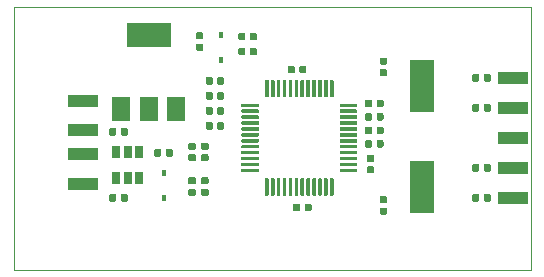
<source format=gbr>
G04 #@! TF.GenerationSoftware,KiCad,Pcbnew,(5.1.4)-1*
G04 #@! TF.CreationDate,2020-07-21T12:04:11+10:00*
G04 #@! TF.ProjectId,STLink2,53544c69-6e6b-4322-9e6b-696361645f70,rev?*
G04 #@! TF.SameCoordinates,Original*
G04 #@! TF.FileFunction,Paste,Top*
G04 #@! TF.FilePolarity,Positive*
%FSLAX46Y46*%
G04 Gerber Fmt 4.6, Leading zero omitted, Abs format (unit mm)*
G04 Created by KiCad (PCBNEW (5.1.4)-1) date 2020-07-21 12:04:11*
%MOMM*%
%LPD*%
G04 APERTURE LIST*
%ADD10C,0.100000*%
%ADD11C,0.150000*%
%ADD12C,0.590000*%
%ADD13R,0.450000X0.600000*%
%ADD14R,2.500000X1.100000*%
%ADD15R,1.500000X2.000000*%
%ADD16R,3.800000X2.000000*%
%ADD17C,0.300000*%
%ADD18R,0.650000X1.060000*%
%ADD19R,2.000000X4.500000*%
%ADD20R,2.540000X1.000000*%
G04 APERTURE END LIST*
D10*
X43180000Y-41910000D02*
X43180000Y-42545000D01*
X43180000Y-46990000D02*
X43180000Y-41910000D01*
X86995000Y-46990000D02*
X43180000Y-46990000D01*
X86995000Y-24765000D02*
X86995000Y-46990000D01*
X43180000Y-24765000D02*
X86995000Y-24765000D01*
X43180000Y-42545000D02*
X43180000Y-24765000D01*
D11*
G04 #@! TO.C,C3*
G36*
X59559458Y-37211210D02*
G01*
X59573776Y-37213334D01*
X59587817Y-37216851D01*
X59601446Y-37221728D01*
X59614531Y-37227917D01*
X59626947Y-37235358D01*
X59638573Y-37243981D01*
X59649298Y-37253702D01*
X59659019Y-37264427D01*
X59667642Y-37276053D01*
X59675083Y-37288469D01*
X59681272Y-37301554D01*
X59686149Y-37315183D01*
X59689666Y-37329224D01*
X59691790Y-37343542D01*
X59692500Y-37358000D01*
X59692500Y-37653000D01*
X59691790Y-37667458D01*
X59689666Y-37681776D01*
X59686149Y-37695817D01*
X59681272Y-37709446D01*
X59675083Y-37722531D01*
X59667642Y-37734947D01*
X59659019Y-37746573D01*
X59649298Y-37757298D01*
X59638573Y-37767019D01*
X59626947Y-37775642D01*
X59614531Y-37783083D01*
X59601446Y-37789272D01*
X59587817Y-37794149D01*
X59573776Y-37797666D01*
X59559458Y-37799790D01*
X59545000Y-37800500D01*
X59200000Y-37800500D01*
X59185542Y-37799790D01*
X59171224Y-37797666D01*
X59157183Y-37794149D01*
X59143554Y-37789272D01*
X59130469Y-37783083D01*
X59118053Y-37775642D01*
X59106427Y-37767019D01*
X59095702Y-37757298D01*
X59085981Y-37746573D01*
X59077358Y-37734947D01*
X59069917Y-37722531D01*
X59063728Y-37709446D01*
X59058851Y-37695817D01*
X59055334Y-37681776D01*
X59053210Y-37667458D01*
X59052500Y-37653000D01*
X59052500Y-37358000D01*
X59053210Y-37343542D01*
X59055334Y-37329224D01*
X59058851Y-37315183D01*
X59063728Y-37301554D01*
X59069917Y-37288469D01*
X59077358Y-37276053D01*
X59085981Y-37264427D01*
X59095702Y-37253702D01*
X59106427Y-37243981D01*
X59118053Y-37235358D01*
X59130469Y-37227917D01*
X59143554Y-37221728D01*
X59157183Y-37216851D01*
X59171224Y-37213334D01*
X59185542Y-37211210D01*
X59200000Y-37210500D01*
X59545000Y-37210500D01*
X59559458Y-37211210D01*
X59559458Y-37211210D01*
G37*
D12*
X59372500Y-37505500D03*
D11*
G36*
X59559458Y-36241210D02*
G01*
X59573776Y-36243334D01*
X59587817Y-36246851D01*
X59601446Y-36251728D01*
X59614531Y-36257917D01*
X59626947Y-36265358D01*
X59638573Y-36273981D01*
X59649298Y-36283702D01*
X59659019Y-36294427D01*
X59667642Y-36306053D01*
X59675083Y-36318469D01*
X59681272Y-36331554D01*
X59686149Y-36345183D01*
X59689666Y-36359224D01*
X59691790Y-36373542D01*
X59692500Y-36388000D01*
X59692500Y-36683000D01*
X59691790Y-36697458D01*
X59689666Y-36711776D01*
X59686149Y-36725817D01*
X59681272Y-36739446D01*
X59675083Y-36752531D01*
X59667642Y-36764947D01*
X59659019Y-36776573D01*
X59649298Y-36787298D01*
X59638573Y-36797019D01*
X59626947Y-36805642D01*
X59614531Y-36813083D01*
X59601446Y-36819272D01*
X59587817Y-36824149D01*
X59573776Y-36827666D01*
X59559458Y-36829790D01*
X59545000Y-36830500D01*
X59200000Y-36830500D01*
X59185542Y-36829790D01*
X59171224Y-36827666D01*
X59157183Y-36824149D01*
X59143554Y-36819272D01*
X59130469Y-36813083D01*
X59118053Y-36805642D01*
X59106427Y-36797019D01*
X59095702Y-36787298D01*
X59085981Y-36776573D01*
X59077358Y-36764947D01*
X59069917Y-36752531D01*
X59063728Y-36739446D01*
X59058851Y-36725817D01*
X59055334Y-36711776D01*
X59053210Y-36697458D01*
X59052500Y-36683000D01*
X59052500Y-36388000D01*
X59053210Y-36373542D01*
X59055334Y-36359224D01*
X59058851Y-36345183D01*
X59063728Y-36331554D01*
X59069917Y-36318469D01*
X59077358Y-36306053D01*
X59085981Y-36294427D01*
X59095702Y-36283702D01*
X59106427Y-36273981D01*
X59118053Y-36265358D01*
X59130469Y-36257917D01*
X59143554Y-36251728D01*
X59157183Y-36246851D01*
X59171224Y-36243334D01*
X59185542Y-36241210D01*
X59200000Y-36240500D01*
X59545000Y-36240500D01*
X59559458Y-36241210D01*
X59559458Y-36241210D01*
G37*
D12*
X59372500Y-36535500D03*
G04 #@! TD*
D11*
G04 #@! TO.C,C4*
G36*
X56526958Y-36764710D02*
G01*
X56541276Y-36766834D01*
X56555317Y-36770351D01*
X56568946Y-36775228D01*
X56582031Y-36781417D01*
X56594447Y-36788858D01*
X56606073Y-36797481D01*
X56616798Y-36807202D01*
X56626519Y-36817927D01*
X56635142Y-36829553D01*
X56642583Y-36841969D01*
X56648772Y-36855054D01*
X56653649Y-36868683D01*
X56657166Y-36882724D01*
X56659290Y-36897042D01*
X56660000Y-36911500D01*
X56660000Y-37256500D01*
X56659290Y-37270958D01*
X56657166Y-37285276D01*
X56653649Y-37299317D01*
X56648772Y-37312946D01*
X56642583Y-37326031D01*
X56635142Y-37338447D01*
X56626519Y-37350073D01*
X56616798Y-37360798D01*
X56606073Y-37370519D01*
X56594447Y-37379142D01*
X56582031Y-37386583D01*
X56568946Y-37392772D01*
X56555317Y-37397649D01*
X56541276Y-37401166D01*
X56526958Y-37403290D01*
X56512500Y-37404000D01*
X56217500Y-37404000D01*
X56203042Y-37403290D01*
X56188724Y-37401166D01*
X56174683Y-37397649D01*
X56161054Y-37392772D01*
X56147969Y-37386583D01*
X56135553Y-37379142D01*
X56123927Y-37370519D01*
X56113202Y-37360798D01*
X56103481Y-37350073D01*
X56094858Y-37338447D01*
X56087417Y-37326031D01*
X56081228Y-37312946D01*
X56076351Y-37299317D01*
X56072834Y-37285276D01*
X56070710Y-37270958D01*
X56070000Y-37256500D01*
X56070000Y-36911500D01*
X56070710Y-36897042D01*
X56072834Y-36882724D01*
X56076351Y-36868683D01*
X56081228Y-36855054D01*
X56087417Y-36841969D01*
X56094858Y-36829553D01*
X56103481Y-36817927D01*
X56113202Y-36807202D01*
X56123927Y-36797481D01*
X56135553Y-36788858D01*
X56147969Y-36781417D01*
X56161054Y-36775228D01*
X56174683Y-36770351D01*
X56188724Y-36766834D01*
X56203042Y-36764710D01*
X56217500Y-36764000D01*
X56512500Y-36764000D01*
X56526958Y-36764710D01*
X56526958Y-36764710D01*
G37*
D12*
X56365000Y-37084000D03*
D11*
G36*
X55556958Y-36764710D02*
G01*
X55571276Y-36766834D01*
X55585317Y-36770351D01*
X55598946Y-36775228D01*
X55612031Y-36781417D01*
X55624447Y-36788858D01*
X55636073Y-36797481D01*
X55646798Y-36807202D01*
X55656519Y-36817927D01*
X55665142Y-36829553D01*
X55672583Y-36841969D01*
X55678772Y-36855054D01*
X55683649Y-36868683D01*
X55687166Y-36882724D01*
X55689290Y-36897042D01*
X55690000Y-36911500D01*
X55690000Y-37256500D01*
X55689290Y-37270958D01*
X55687166Y-37285276D01*
X55683649Y-37299317D01*
X55678772Y-37312946D01*
X55672583Y-37326031D01*
X55665142Y-37338447D01*
X55656519Y-37350073D01*
X55646798Y-37360798D01*
X55636073Y-37370519D01*
X55624447Y-37379142D01*
X55612031Y-37386583D01*
X55598946Y-37392772D01*
X55585317Y-37397649D01*
X55571276Y-37401166D01*
X55556958Y-37403290D01*
X55542500Y-37404000D01*
X55247500Y-37404000D01*
X55233042Y-37403290D01*
X55218724Y-37401166D01*
X55204683Y-37397649D01*
X55191054Y-37392772D01*
X55177969Y-37386583D01*
X55165553Y-37379142D01*
X55153927Y-37370519D01*
X55143202Y-37360798D01*
X55133481Y-37350073D01*
X55124858Y-37338447D01*
X55117417Y-37326031D01*
X55111228Y-37312946D01*
X55106351Y-37299317D01*
X55102834Y-37285276D01*
X55100710Y-37270958D01*
X55100000Y-37256500D01*
X55100000Y-36911500D01*
X55100710Y-36897042D01*
X55102834Y-36882724D01*
X55106351Y-36868683D01*
X55111228Y-36855054D01*
X55117417Y-36841969D01*
X55124858Y-36829553D01*
X55133481Y-36817927D01*
X55143202Y-36807202D01*
X55153927Y-36797481D01*
X55165553Y-36788858D01*
X55177969Y-36781417D01*
X55191054Y-36775228D01*
X55204683Y-36770351D01*
X55218724Y-36766834D01*
X55233042Y-36764710D01*
X55247500Y-36764000D01*
X55542500Y-36764000D01*
X55556958Y-36764710D01*
X55556958Y-36764710D01*
G37*
D12*
X55395000Y-37084000D03*
G04 #@! TD*
D11*
G04 #@! TO.C,C5*
G36*
X59114958Y-27853710D02*
G01*
X59129276Y-27855834D01*
X59143317Y-27859351D01*
X59156946Y-27864228D01*
X59170031Y-27870417D01*
X59182447Y-27877858D01*
X59194073Y-27886481D01*
X59204798Y-27896202D01*
X59214519Y-27906927D01*
X59223142Y-27918553D01*
X59230583Y-27930969D01*
X59236772Y-27944054D01*
X59241649Y-27957683D01*
X59245166Y-27971724D01*
X59247290Y-27986042D01*
X59248000Y-28000500D01*
X59248000Y-28295500D01*
X59247290Y-28309958D01*
X59245166Y-28324276D01*
X59241649Y-28338317D01*
X59236772Y-28351946D01*
X59230583Y-28365031D01*
X59223142Y-28377447D01*
X59214519Y-28389073D01*
X59204798Y-28399798D01*
X59194073Y-28409519D01*
X59182447Y-28418142D01*
X59170031Y-28425583D01*
X59156946Y-28431772D01*
X59143317Y-28436649D01*
X59129276Y-28440166D01*
X59114958Y-28442290D01*
X59100500Y-28443000D01*
X58755500Y-28443000D01*
X58741042Y-28442290D01*
X58726724Y-28440166D01*
X58712683Y-28436649D01*
X58699054Y-28431772D01*
X58685969Y-28425583D01*
X58673553Y-28418142D01*
X58661927Y-28409519D01*
X58651202Y-28399798D01*
X58641481Y-28389073D01*
X58632858Y-28377447D01*
X58625417Y-28365031D01*
X58619228Y-28351946D01*
X58614351Y-28338317D01*
X58610834Y-28324276D01*
X58608710Y-28309958D01*
X58608000Y-28295500D01*
X58608000Y-28000500D01*
X58608710Y-27986042D01*
X58610834Y-27971724D01*
X58614351Y-27957683D01*
X58619228Y-27944054D01*
X58625417Y-27930969D01*
X58632858Y-27918553D01*
X58641481Y-27906927D01*
X58651202Y-27896202D01*
X58661927Y-27886481D01*
X58673553Y-27877858D01*
X58685969Y-27870417D01*
X58699054Y-27864228D01*
X58712683Y-27859351D01*
X58726724Y-27855834D01*
X58741042Y-27853710D01*
X58755500Y-27853000D01*
X59100500Y-27853000D01*
X59114958Y-27853710D01*
X59114958Y-27853710D01*
G37*
D12*
X58928000Y-28148000D03*
D11*
G36*
X59114958Y-26883710D02*
G01*
X59129276Y-26885834D01*
X59143317Y-26889351D01*
X59156946Y-26894228D01*
X59170031Y-26900417D01*
X59182447Y-26907858D01*
X59194073Y-26916481D01*
X59204798Y-26926202D01*
X59214519Y-26936927D01*
X59223142Y-26948553D01*
X59230583Y-26960969D01*
X59236772Y-26974054D01*
X59241649Y-26987683D01*
X59245166Y-27001724D01*
X59247290Y-27016042D01*
X59248000Y-27030500D01*
X59248000Y-27325500D01*
X59247290Y-27339958D01*
X59245166Y-27354276D01*
X59241649Y-27368317D01*
X59236772Y-27381946D01*
X59230583Y-27395031D01*
X59223142Y-27407447D01*
X59214519Y-27419073D01*
X59204798Y-27429798D01*
X59194073Y-27439519D01*
X59182447Y-27448142D01*
X59170031Y-27455583D01*
X59156946Y-27461772D01*
X59143317Y-27466649D01*
X59129276Y-27470166D01*
X59114958Y-27472290D01*
X59100500Y-27473000D01*
X58755500Y-27473000D01*
X58741042Y-27472290D01*
X58726724Y-27470166D01*
X58712683Y-27466649D01*
X58699054Y-27461772D01*
X58685969Y-27455583D01*
X58673553Y-27448142D01*
X58661927Y-27439519D01*
X58651202Y-27429798D01*
X58641481Y-27419073D01*
X58632858Y-27407447D01*
X58625417Y-27395031D01*
X58619228Y-27381946D01*
X58614351Y-27368317D01*
X58610834Y-27354276D01*
X58608710Y-27339958D01*
X58608000Y-27325500D01*
X58608000Y-27030500D01*
X58608710Y-27016042D01*
X58610834Y-27001724D01*
X58614351Y-26987683D01*
X58619228Y-26974054D01*
X58625417Y-26960969D01*
X58632858Y-26948553D01*
X58641481Y-26936927D01*
X58651202Y-26926202D01*
X58661927Y-26916481D01*
X58673553Y-26907858D01*
X58685969Y-26900417D01*
X58699054Y-26894228D01*
X58712683Y-26889351D01*
X58726724Y-26885834D01*
X58741042Y-26883710D01*
X58755500Y-26883000D01*
X59100500Y-26883000D01*
X59114958Y-26883710D01*
X59114958Y-26883710D01*
G37*
D12*
X58928000Y-27178000D03*
G04 #@! TD*
D11*
G04 #@! TO.C,C6*
G36*
X60867958Y-30668710D02*
G01*
X60882276Y-30670834D01*
X60896317Y-30674351D01*
X60909946Y-30679228D01*
X60923031Y-30685417D01*
X60935447Y-30692858D01*
X60947073Y-30701481D01*
X60957798Y-30711202D01*
X60967519Y-30721927D01*
X60976142Y-30733553D01*
X60983583Y-30745969D01*
X60989772Y-30759054D01*
X60994649Y-30772683D01*
X60998166Y-30786724D01*
X61000290Y-30801042D01*
X61001000Y-30815500D01*
X61001000Y-31160500D01*
X61000290Y-31174958D01*
X60998166Y-31189276D01*
X60994649Y-31203317D01*
X60989772Y-31216946D01*
X60983583Y-31230031D01*
X60976142Y-31242447D01*
X60967519Y-31254073D01*
X60957798Y-31264798D01*
X60947073Y-31274519D01*
X60935447Y-31283142D01*
X60923031Y-31290583D01*
X60909946Y-31296772D01*
X60896317Y-31301649D01*
X60882276Y-31305166D01*
X60867958Y-31307290D01*
X60853500Y-31308000D01*
X60558500Y-31308000D01*
X60544042Y-31307290D01*
X60529724Y-31305166D01*
X60515683Y-31301649D01*
X60502054Y-31296772D01*
X60488969Y-31290583D01*
X60476553Y-31283142D01*
X60464927Y-31274519D01*
X60454202Y-31264798D01*
X60444481Y-31254073D01*
X60435858Y-31242447D01*
X60428417Y-31230031D01*
X60422228Y-31216946D01*
X60417351Y-31203317D01*
X60413834Y-31189276D01*
X60411710Y-31174958D01*
X60411000Y-31160500D01*
X60411000Y-30815500D01*
X60411710Y-30801042D01*
X60413834Y-30786724D01*
X60417351Y-30772683D01*
X60422228Y-30759054D01*
X60428417Y-30745969D01*
X60435858Y-30733553D01*
X60444481Y-30721927D01*
X60454202Y-30711202D01*
X60464927Y-30701481D01*
X60476553Y-30692858D01*
X60488969Y-30685417D01*
X60502054Y-30679228D01*
X60515683Y-30674351D01*
X60529724Y-30670834D01*
X60544042Y-30668710D01*
X60558500Y-30668000D01*
X60853500Y-30668000D01*
X60867958Y-30668710D01*
X60867958Y-30668710D01*
G37*
D12*
X60706000Y-30988000D03*
D11*
G36*
X59897958Y-30668710D02*
G01*
X59912276Y-30670834D01*
X59926317Y-30674351D01*
X59939946Y-30679228D01*
X59953031Y-30685417D01*
X59965447Y-30692858D01*
X59977073Y-30701481D01*
X59987798Y-30711202D01*
X59997519Y-30721927D01*
X60006142Y-30733553D01*
X60013583Y-30745969D01*
X60019772Y-30759054D01*
X60024649Y-30772683D01*
X60028166Y-30786724D01*
X60030290Y-30801042D01*
X60031000Y-30815500D01*
X60031000Y-31160500D01*
X60030290Y-31174958D01*
X60028166Y-31189276D01*
X60024649Y-31203317D01*
X60019772Y-31216946D01*
X60013583Y-31230031D01*
X60006142Y-31242447D01*
X59997519Y-31254073D01*
X59987798Y-31264798D01*
X59977073Y-31274519D01*
X59965447Y-31283142D01*
X59953031Y-31290583D01*
X59939946Y-31296772D01*
X59926317Y-31301649D01*
X59912276Y-31305166D01*
X59897958Y-31307290D01*
X59883500Y-31308000D01*
X59588500Y-31308000D01*
X59574042Y-31307290D01*
X59559724Y-31305166D01*
X59545683Y-31301649D01*
X59532054Y-31296772D01*
X59518969Y-31290583D01*
X59506553Y-31283142D01*
X59494927Y-31274519D01*
X59484202Y-31264798D01*
X59474481Y-31254073D01*
X59465858Y-31242447D01*
X59458417Y-31230031D01*
X59452228Y-31216946D01*
X59447351Y-31203317D01*
X59443834Y-31189276D01*
X59441710Y-31174958D01*
X59441000Y-31160500D01*
X59441000Y-30815500D01*
X59441710Y-30801042D01*
X59443834Y-30786724D01*
X59447351Y-30772683D01*
X59452228Y-30759054D01*
X59458417Y-30745969D01*
X59465858Y-30733553D01*
X59474481Y-30721927D01*
X59484202Y-30711202D01*
X59494927Y-30701481D01*
X59506553Y-30692858D01*
X59518969Y-30685417D01*
X59532054Y-30679228D01*
X59545683Y-30674351D01*
X59559724Y-30670834D01*
X59574042Y-30668710D01*
X59588500Y-30668000D01*
X59883500Y-30668000D01*
X59897958Y-30668710D01*
X59897958Y-30668710D01*
G37*
D12*
X59736000Y-30988000D03*
G04 #@! TD*
D11*
G04 #@! TO.C,C7*
G36*
X60867958Y-31938710D02*
G01*
X60882276Y-31940834D01*
X60896317Y-31944351D01*
X60909946Y-31949228D01*
X60923031Y-31955417D01*
X60935447Y-31962858D01*
X60947073Y-31971481D01*
X60957798Y-31981202D01*
X60967519Y-31991927D01*
X60976142Y-32003553D01*
X60983583Y-32015969D01*
X60989772Y-32029054D01*
X60994649Y-32042683D01*
X60998166Y-32056724D01*
X61000290Y-32071042D01*
X61001000Y-32085500D01*
X61001000Y-32430500D01*
X61000290Y-32444958D01*
X60998166Y-32459276D01*
X60994649Y-32473317D01*
X60989772Y-32486946D01*
X60983583Y-32500031D01*
X60976142Y-32512447D01*
X60967519Y-32524073D01*
X60957798Y-32534798D01*
X60947073Y-32544519D01*
X60935447Y-32553142D01*
X60923031Y-32560583D01*
X60909946Y-32566772D01*
X60896317Y-32571649D01*
X60882276Y-32575166D01*
X60867958Y-32577290D01*
X60853500Y-32578000D01*
X60558500Y-32578000D01*
X60544042Y-32577290D01*
X60529724Y-32575166D01*
X60515683Y-32571649D01*
X60502054Y-32566772D01*
X60488969Y-32560583D01*
X60476553Y-32553142D01*
X60464927Y-32544519D01*
X60454202Y-32534798D01*
X60444481Y-32524073D01*
X60435858Y-32512447D01*
X60428417Y-32500031D01*
X60422228Y-32486946D01*
X60417351Y-32473317D01*
X60413834Y-32459276D01*
X60411710Y-32444958D01*
X60411000Y-32430500D01*
X60411000Y-32085500D01*
X60411710Y-32071042D01*
X60413834Y-32056724D01*
X60417351Y-32042683D01*
X60422228Y-32029054D01*
X60428417Y-32015969D01*
X60435858Y-32003553D01*
X60444481Y-31991927D01*
X60454202Y-31981202D01*
X60464927Y-31971481D01*
X60476553Y-31962858D01*
X60488969Y-31955417D01*
X60502054Y-31949228D01*
X60515683Y-31944351D01*
X60529724Y-31940834D01*
X60544042Y-31938710D01*
X60558500Y-31938000D01*
X60853500Y-31938000D01*
X60867958Y-31938710D01*
X60867958Y-31938710D01*
G37*
D12*
X60706000Y-32258000D03*
D11*
G36*
X59897958Y-31938710D02*
G01*
X59912276Y-31940834D01*
X59926317Y-31944351D01*
X59939946Y-31949228D01*
X59953031Y-31955417D01*
X59965447Y-31962858D01*
X59977073Y-31971481D01*
X59987798Y-31981202D01*
X59997519Y-31991927D01*
X60006142Y-32003553D01*
X60013583Y-32015969D01*
X60019772Y-32029054D01*
X60024649Y-32042683D01*
X60028166Y-32056724D01*
X60030290Y-32071042D01*
X60031000Y-32085500D01*
X60031000Y-32430500D01*
X60030290Y-32444958D01*
X60028166Y-32459276D01*
X60024649Y-32473317D01*
X60019772Y-32486946D01*
X60013583Y-32500031D01*
X60006142Y-32512447D01*
X59997519Y-32524073D01*
X59987798Y-32534798D01*
X59977073Y-32544519D01*
X59965447Y-32553142D01*
X59953031Y-32560583D01*
X59939946Y-32566772D01*
X59926317Y-32571649D01*
X59912276Y-32575166D01*
X59897958Y-32577290D01*
X59883500Y-32578000D01*
X59588500Y-32578000D01*
X59574042Y-32577290D01*
X59559724Y-32575166D01*
X59545683Y-32571649D01*
X59532054Y-32566772D01*
X59518969Y-32560583D01*
X59506553Y-32553142D01*
X59494927Y-32544519D01*
X59484202Y-32534798D01*
X59474481Y-32524073D01*
X59465858Y-32512447D01*
X59458417Y-32500031D01*
X59452228Y-32486946D01*
X59447351Y-32473317D01*
X59443834Y-32459276D01*
X59441710Y-32444958D01*
X59441000Y-32430500D01*
X59441000Y-32085500D01*
X59441710Y-32071042D01*
X59443834Y-32056724D01*
X59447351Y-32042683D01*
X59452228Y-32029054D01*
X59458417Y-32015969D01*
X59465858Y-32003553D01*
X59474481Y-31991927D01*
X59484202Y-31981202D01*
X59494927Y-31971481D01*
X59506553Y-31962858D01*
X59518969Y-31955417D01*
X59532054Y-31949228D01*
X59545683Y-31944351D01*
X59559724Y-31940834D01*
X59574042Y-31938710D01*
X59588500Y-31938000D01*
X59883500Y-31938000D01*
X59897958Y-31938710D01*
X59897958Y-31938710D01*
G37*
D12*
X59736000Y-32258000D03*
G04 #@! TD*
D11*
G04 #@! TO.C,C9*
G36*
X59897958Y-33208710D02*
G01*
X59912276Y-33210834D01*
X59926317Y-33214351D01*
X59939946Y-33219228D01*
X59953031Y-33225417D01*
X59965447Y-33232858D01*
X59977073Y-33241481D01*
X59987798Y-33251202D01*
X59997519Y-33261927D01*
X60006142Y-33273553D01*
X60013583Y-33285969D01*
X60019772Y-33299054D01*
X60024649Y-33312683D01*
X60028166Y-33326724D01*
X60030290Y-33341042D01*
X60031000Y-33355500D01*
X60031000Y-33700500D01*
X60030290Y-33714958D01*
X60028166Y-33729276D01*
X60024649Y-33743317D01*
X60019772Y-33756946D01*
X60013583Y-33770031D01*
X60006142Y-33782447D01*
X59997519Y-33794073D01*
X59987798Y-33804798D01*
X59977073Y-33814519D01*
X59965447Y-33823142D01*
X59953031Y-33830583D01*
X59939946Y-33836772D01*
X59926317Y-33841649D01*
X59912276Y-33845166D01*
X59897958Y-33847290D01*
X59883500Y-33848000D01*
X59588500Y-33848000D01*
X59574042Y-33847290D01*
X59559724Y-33845166D01*
X59545683Y-33841649D01*
X59532054Y-33836772D01*
X59518969Y-33830583D01*
X59506553Y-33823142D01*
X59494927Y-33814519D01*
X59484202Y-33804798D01*
X59474481Y-33794073D01*
X59465858Y-33782447D01*
X59458417Y-33770031D01*
X59452228Y-33756946D01*
X59447351Y-33743317D01*
X59443834Y-33729276D01*
X59441710Y-33714958D01*
X59441000Y-33700500D01*
X59441000Y-33355500D01*
X59441710Y-33341042D01*
X59443834Y-33326724D01*
X59447351Y-33312683D01*
X59452228Y-33299054D01*
X59458417Y-33285969D01*
X59465858Y-33273553D01*
X59474481Y-33261927D01*
X59484202Y-33251202D01*
X59494927Y-33241481D01*
X59506553Y-33232858D01*
X59518969Y-33225417D01*
X59532054Y-33219228D01*
X59545683Y-33214351D01*
X59559724Y-33210834D01*
X59574042Y-33208710D01*
X59588500Y-33208000D01*
X59883500Y-33208000D01*
X59897958Y-33208710D01*
X59897958Y-33208710D01*
G37*
D12*
X59736000Y-33528000D03*
D11*
G36*
X60867958Y-33208710D02*
G01*
X60882276Y-33210834D01*
X60896317Y-33214351D01*
X60909946Y-33219228D01*
X60923031Y-33225417D01*
X60935447Y-33232858D01*
X60947073Y-33241481D01*
X60957798Y-33251202D01*
X60967519Y-33261927D01*
X60976142Y-33273553D01*
X60983583Y-33285969D01*
X60989772Y-33299054D01*
X60994649Y-33312683D01*
X60998166Y-33326724D01*
X61000290Y-33341042D01*
X61001000Y-33355500D01*
X61001000Y-33700500D01*
X61000290Y-33714958D01*
X60998166Y-33729276D01*
X60994649Y-33743317D01*
X60989772Y-33756946D01*
X60983583Y-33770031D01*
X60976142Y-33782447D01*
X60967519Y-33794073D01*
X60957798Y-33804798D01*
X60947073Y-33814519D01*
X60935447Y-33823142D01*
X60923031Y-33830583D01*
X60909946Y-33836772D01*
X60896317Y-33841649D01*
X60882276Y-33845166D01*
X60867958Y-33847290D01*
X60853500Y-33848000D01*
X60558500Y-33848000D01*
X60544042Y-33847290D01*
X60529724Y-33845166D01*
X60515683Y-33841649D01*
X60502054Y-33836772D01*
X60488969Y-33830583D01*
X60476553Y-33823142D01*
X60464927Y-33814519D01*
X60454202Y-33804798D01*
X60444481Y-33794073D01*
X60435858Y-33782447D01*
X60428417Y-33770031D01*
X60422228Y-33756946D01*
X60417351Y-33743317D01*
X60413834Y-33729276D01*
X60411710Y-33714958D01*
X60411000Y-33700500D01*
X60411000Y-33355500D01*
X60411710Y-33341042D01*
X60413834Y-33326724D01*
X60417351Y-33312683D01*
X60422228Y-33299054D01*
X60428417Y-33285969D01*
X60435858Y-33273553D01*
X60444481Y-33261927D01*
X60454202Y-33251202D01*
X60464927Y-33241481D01*
X60476553Y-33232858D01*
X60488969Y-33225417D01*
X60502054Y-33219228D01*
X60515683Y-33214351D01*
X60529724Y-33210834D01*
X60544042Y-33208710D01*
X60558500Y-33208000D01*
X60853500Y-33208000D01*
X60867958Y-33208710D01*
X60867958Y-33208710D01*
G37*
D12*
X60706000Y-33528000D03*
G04 #@! TD*
D11*
G04 #@! TO.C,C10*
G36*
X59897958Y-34478710D02*
G01*
X59912276Y-34480834D01*
X59926317Y-34484351D01*
X59939946Y-34489228D01*
X59953031Y-34495417D01*
X59965447Y-34502858D01*
X59977073Y-34511481D01*
X59987798Y-34521202D01*
X59997519Y-34531927D01*
X60006142Y-34543553D01*
X60013583Y-34555969D01*
X60019772Y-34569054D01*
X60024649Y-34582683D01*
X60028166Y-34596724D01*
X60030290Y-34611042D01*
X60031000Y-34625500D01*
X60031000Y-34970500D01*
X60030290Y-34984958D01*
X60028166Y-34999276D01*
X60024649Y-35013317D01*
X60019772Y-35026946D01*
X60013583Y-35040031D01*
X60006142Y-35052447D01*
X59997519Y-35064073D01*
X59987798Y-35074798D01*
X59977073Y-35084519D01*
X59965447Y-35093142D01*
X59953031Y-35100583D01*
X59939946Y-35106772D01*
X59926317Y-35111649D01*
X59912276Y-35115166D01*
X59897958Y-35117290D01*
X59883500Y-35118000D01*
X59588500Y-35118000D01*
X59574042Y-35117290D01*
X59559724Y-35115166D01*
X59545683Y-35111649D01*
X59532054Y-35106772D01*
X59518969Y-35100583D01*
X59506553Y-35093142D01*
X59494927Y-35084519D01*
X59484202Y-35074798D01*
X59474481Y-35064073D01*
X59465858Y-35052447D01*
X59458417Y-35040031D01*
X59452228Y-35026946D01*
X59447351Y-35013317D01*
X59443834Y-34999276D01*
X59441710Y-34984958D01*
X59441000Y-34970500D01*
X59441000Y-34625500D01*
X59441710Y-34611042D01*
X59443834Y-34596724D01*
X59447351Y-34582683D01*
X59452228Y-34569054D01*
X59458417Y-34555969D01*
X59465858Y-34543553D01*
X59474481Y-34531927D01*
X59484202Y-34521202D01*
X59494927Y-34511481D01*
X59506553Y-34502858D01*
X59518969Y-34495417D01*
X59532054Y-34489228D01*
X59545683Y-34484351D01*
X59559724Y-34480834D01*
X59574042Y-34478710D01*
X59588500Y-34478000D01*
X59883500Y-34478000D01*
X59897958Y-34478710D01*
X59897958Y-34478710D01*
G37*
D12*
X59736000Y-34798000D03*
D11*
G36*
X60867958Y-34478710D02*
G01*
X60882276Y-34480834D01*
X60896317Y-34484351D01*
X60909946Y-34489228D01*
X60923031Y-34495417D01*
X60935447Y-34502858D01*
X60947073Y-34511481D01*
X60957798Y-34521202D01*
X60967519Y-34531927D01*
X60976142Y-34543553D01*
X60983583Y-34555969D01*
X60989772Y-34569054D01*
X60994649Y-34582683D01*
X60998166Y-34596724D01*
X61000290Y-34611042D01*
X61001000Y-34625500D01*
X61001000Y-34970500D01*
X61000290Y-34984958D01*
X60998166Y-34999276D01*
X60994649Y-35013317D01*
X60989772Y-35026946D01*
X60983583Y-35040031D01*
X60976142Y-35052447D01*
X60967519Y-35064073D01*
X60957798Y-35074798D01*
X60947073Y-35084519D01*
X60935447Y-35093142D01*
X60923031Y-35100583D01*
X60909946Y-35106772D01*
X60896317Y-35111649D01*
X60882276Y-35115166D01*
X60867958Y-35117290D01*
X60853500Y-35118000D01*
X60558500Y-35118000D01*
X60544042Y-35117290D01*
X60529724Y-35115166D01*
X60515683Y-35111649D01*
X60502054Y-35106772D01*
X60488969Y-35100583D01*
X60476553Y-35093142D01*
X60464927Y-35084519D01*
X60454202Y-35074798D01*
X60444481Y-35064073D01*
X60435858Y-35052447D01*
X60428417Y-35040031D01*
X60422228Y-35026946D01*
X60417351Y-35013317D01*
X60413834Y-34999276D01*
X60411710Y-34984958D01*
X60411000Y-34970500D01*
X60411000Y-34625500D01*
X60411710Y-34611042D01*
X60413834Y-34596724D01*
X60417351Y-34582683D01*
X60422228Y-34569054D01*
X60428417Y-34555969D01*
X60435858Y-34543553D01*
X60444481Y-34531927D01*
X60454202Y-34521202D01*
X60464927Y-34511481D01*
X60476553Y-34502858D01*
X60488969Y-34495417D01*
X60502054Y-34489228D01*
X60515683Y-34484351D01*
X60529724Y-34480834D01*
X60544042Y-34478710D01*
X60558500Y-34478000D01*
X60853500Y-34478000D01*
X60867958Y-34478710D01*
X60867958Y-34478710D01*
G37*
D12*
X60706000Y-34798000D03*
G04 #@! TD*
D11*
G04 #@! TO.C,C11*
G36*
X51746958Y-40574710D02*
G01*
X51761276Y-40576834D01*
X51775317Y-40580351D01*
X51788946Y-40585228D01*
X51802031Y-40591417D01*
X51814447Y-40598858D01*
X51826073Y-40607481D01*
X51836798Y-40617202D01*
X51846519Y-40627927D01*
X51855142Y-40639553D01*
X51862583Y-40651969D01*
X51868772Y-40665054D01*
X51873649Y-40678683D01*
X51877166Y-40692724D01*
X51879290Y-40707042D01*
X51880000Y-40721500D01*
X51880000Y-41066500D01*
X51879290Y-41080958D01*
X51877166Y-41095276D01*
X51873649Y-41109317D01*
X51868772Y-41122946D01*
X51862583Y-41136031D01*
X51855142Y-41148447D01*
X51846519Y-41160073D01*
X51836798Y-41170798D01*
X51826073Y-41180519D01*
X51814447Y-41189142D01*
X51802031Y-41196583D01*
X51788946Y-41202772D01*
X51775317Y-41207649D01*
X51761276Y-41211166D01*
X51746958Y-41213290D01*
X51732500Y-41214000D01*
X51437500Y-41214000D01*
X51423042Y-41213290D01*
X51408724Y-41211166D01*
X51394683Y-41207649D01*
X51381054Y-41202772D01*
X51367969Y-41196583D01*
X51355553Y-41189142D01*
X51343927Y-41180519D01*
X51333202Y-41170798D01*
X51323481Y-41160073D01*
X51314858Y-41148447D01*
X51307417Y-41136031D01*
X51301228Y-41122946D01*
X51296351Y-41109317D01*
X51292834Y-41095276D01*
X51290710Y-41080958D01*
X51290000Y-41066500D01*
X51290000Y-40721500D01*
X51290710Y-40707042D01*
X51292834Y-40692724D01*
X51296351Y-40678683D01*
X51301228Y-40665054D01*
X51307417Y-40651969D01*
X51314858Y-40639553D01*
X51323481Y-40627927D01*
X51333202Y-40617202D01*
X51343927Y-40607481D01*
X51355553Y-40598858D01*
X51367969Y-40591417D01*
X51381054Y-40585228D01*
X51394683Y-40580351D01*
X51408724Y-40576834D01*
X51423042Y-40574710D01*
X51437500Y-40574000D01*
X51732500Y-40574000D01*
X51746958Y-40574710D01*
X51746958Y-40574710D01*
G37*
D12*
X51585000Y-40894000D03*
D11*
G36*
X52716958Y-40574710D02*
G01*
X52731276Y-40576834D01*
X52745317Y-40580351D01*
X52758946Y-40585228D01*
X52772031Y-40591417D01*
X52784447Y-40598858D01*
X52796073Y-40607481D01*
X52806798Y-40617202D01*
X52816519Y-40627927D01*
X52825142Y-40639553D01*
X52832583Y-40651969D01*
X52838772Y-40665054D01*
X52843649Y-40678683D01*
X52847166Y-40692724D01*
X52849290Y-40707042D01*
X52850000Y-40721500D01*
X52850000Y-41066500D01*
X52849290Y-41080958D01*
X52847166Y-41095276D01*
X52843649Y-41109317D01*
X52838772Y-41122946D01*
X52832583Y-41136031D01*
X52825142Y-41148447D01*
X52816519Y-41160073D01*
X52806798Y-41170798D01*
X52796073Y-41180519D01*
X52784447Y-41189142D01*
X52772031Y-41196583D01*
X52758946Y-41202772D01*
X52745317Y-41207649D01*
X52731276Y-41211166D01*
X52716958Y-41213290D01*
X52702500Y-41214000D01*
X52407500Y-41214000D01*
X52393042Y-41213290D01*
X52378724Y-41211166D01*
X52364683Y-41207649D01*
X52351054Y-41202772D01*
X52337969Y-41196583D01*
X52325553Y-41189142D01*
X52313927Y-41180519D01*
X52303202Y-41170798D01*
X52293481Y-41160073D01*
X52284858Y-41148447D01*
X52277417Y-41136031D01*
X52271228Y-41122946D01*
X52266351Y-41109317D01*
X52262834Y-41095276D01*
X52260710Y-41080958D01*
X52260000Y-41066500D01*
X52260000Y-40721500D01*
X52260710Y-40707042D01*
X52262834Y-40692724D01*
X52266351Y-40678683D01*
X52271228Y-40665054D01*
X52277417Y-40651969D01*
X52284858Y-40639553D01*
X52293481Y-40627927D01*
X52303202Y-40617202D01*
X52313927Y-40607481D01*
X52325553Y-40598858D01*
X52337969Y-40591417D01*
X52351054Y-40585228D01*
X52364683Y-40580351D01*
X52378724Y-40576834D01*
X52393042Y-40574710D01*
X52407500Y-40574000D01*
X52702500Y-40574000D01*
X52716958Y-40574710D01*
X52716958Y-40574710D01*
G37*
D12*
X52555000Y-40894000D03*
G04 #@! TD*
D11*
G04 #@! TO.C,C13*
G36*
X68274458Y-41400210D02*
G01*
X68288776Y-41402334D01*
X68302817Y-41405851D01*
X68316446Y-41410728D01*
X68329531Y-41416917D01*
X68341947Y-41424358D01*
X68353573Y-41432981D01*
X68364298Y-41442702D01*
X68374019Y-41453427D01*
X68382642Y-41465053D01*
X68390083Y-41477469D01*
X68396272Y-41490554D01*
X68401149Y-41504183D01*
X68404666Y-41518224D01*
X68406790Y-41532542D01*
X68407500Y-41547000D01*
X68407500Y-41892000D01*
X68406790Y-41906458D01*
X68404666Y-41920776D01*
X68401149Y-41934817D01*
X68396272Y-41948446D01*
X68390083Y-41961531D01*
X68382642Y-41973947D01*
X68374019Y-41985573D01*
X68364298Y-41996298D01*
X68353573Y-42006019D01*
X68341947Y-42014642D01*
X68329531Y-42022083D01*
X68316446Y-42028272D01*
X68302817Y-42033149D01*
X68288776Y-42036666D01*
X68274458Y-42038790D01*
X68260000Y-42039500D01*
X67965000Y-42039500D01*
X67950542Y-42038790D01*
X67936224Y-42036666D01*
X67922183Y-42033149D01*
X67908554Y-42028272D01*
X67895469Y-42022083D01*
X67883053Y-42014642D01*
X67871427Y-42006019D01*
X67860702Y-41996298D01*
X67850981Y-41985573D01*
X67842358Y-41973947D01*
X67834917Y-41961531D01*
X67828728Y-41948446D01*
X67823851Y-41934817D01*
X67820334Y-41920776D01*
X67818210Y-41906458D01*
X67817500Y-41892000D01*
X67817500Y-41547000D01*
X67818210Y-41532542D01*
X67820334Y-41518224D01*
X67823851Y-41504183D01*
X67828728Y-41490554D01*
X67834917Y-41477469D01*
X67842358Y-41465053D01*
X67850981Y-41453427D01*
X67860702Y-41442702D01*
X67871427Y-41432981D01*
X67883053Y-41424358D01*
X67895469Y-41416917D01*
X67908554Y-41410728D01*
X67922183Y-41405851D01*
X67936224Y-41402334D01*
X67950542Y-41400210D01*
X67965000Y-41399500D01*
X68260000Y-41399500D01*
X68274458Y-41400210D01*
X68274458Y-41400210D01*
G37*
D12*
X68112500Y-41719500D03*
D11*
G36*
X67304458Y-41400210D02*
G01*
X67318776Y-41402334D01*
X67332817Y-41405851D01*
X67346446Y-41410728D01*
X67359531Y-41416917D01*
X67371947Y-41424358D01*
X67383573Y-41432981D01*
X67394298Y-41442702D01*
X67404019Y-41453427D01*
X67412642Y-41465053D01*
X67420083Y-41477469D01*
X67426272Y-41490554D01*
X67431149Y-41504183D01*
X67434666Y-41518224D01*
X67436790Y-41532542D01*
X67437500Y-41547000D01*
X67437500Y-41892000D01*
X67436790Y-41906458D01*
X67434666Y-41920776D01*
X67431149Y-41934817D01*
X67426272Y-41948446D01*
X67420083Y-41961531D01*
X67412642Y-41973947D01*
X67404019Y-41985573D01*
X67394298Y-41996298D01*
X67383573Y-42006019D01*
X67371947Y-42014642D01*
X67359531Y-42022083D01*
X67346446Y-42028272D01*
X67332817Y-42033149D01*
X67318776Y-42036666D01*
X67304458Y-42038790D01*
X67290000Y-42039500D01*
X66995000Y-42039500D01*
X66980542Y-42038790D01*
X66966224Y-42036666D01*
X66952183Y-42033149D01*
X66938554Y-42028272D01*
X66925469Y-42022083D01*
X66913053Y-42014642D01*
X66901427Y-42006019D01*
X66890702Y-41996298D01*
X66880981Y-41985573D01*
X66872358Y-41973947D01*
X66864917Y-41961531D01*
X66858728Y-41948446D01*
X66853851Y-41934817D01*
X66850334Y-41920776D01*
X66848210Y-41906458D01*
X66847500Y-41892000D01*
X66847500Y-41547000D01*
X66848210Y-41532542D01*
X66850334Y-41518224D01*
X66853851Y-41504183D01*
X66858728Y-41490554D01*
X66864917Y-41477469D01*
X66872358Y-41465053D01*
X66880981Y-41453427D01*
X66890702Y-41442702D01*
X66901427Y-41432981D01*
X66913053Y-41424358D01*
X66925469Y-41416917D01*
X66938554Y-41410728D01*
X66952183Y-41405851D01*
X66966224Y-41402334D01*
X66980542Y-41400210D01*
X66995000Y-41399500D01*
X67290000Y-41399500D01*
X67304458Y-41400210D01*
X67304458Y-41400210D01*
G37*
D12*
X67142500Y-41719500D03*
G04 #@! TD*
D13*
G04 #@! TO.C,D1*
X60706000Y-29244000D03*
X60706000Y-27144000D03*
G04 #@! TD*
D11*
G04 #@! TO.C,D2*
G36*
X73400458Y-32573710D02*
G01*
X73414776Y-32575834D01*
X73428817Y-32579351D01*
X73442446Y-32584228D01*
X73455531Y-32590417D01*
X73467947Y-32597858D01*
X73479573Y-32606481D01*
X73490298Y-32616202D01*
X73500019Y-32626927D01*
X73508642Y-32638553D01*
X73516083Y-32650969D01*
X73522272Y-32664054D01*
X73527149Y-32677683D01*
X73530666Y-32691724D01*
X73532790Y-32706042D01*
X73533500Y-32720500D01*
X73533500Y-33065500D01*
X73532790Y-33079958D01*
X73530666Y-33094276D01*
X73527149Y-33108317D01*
X73522272Y-33121946D01*
X73516083Y-33135031D01*
X73508642Y-33147447D01*
X73500019Y-33159073D01*
X73490298Y-33169798D01*
X73479573Y-33179519D01*
X73467947Y-33188142D01*
X73455531Y-33195583D01*
X73442446Y-33201772D01*
X73428817Y-33206649D01*
X73414776Y-33210166D01*
X73400458Y-33212290D01*
X73386000Y-33213000D01*
X73091000Y-33213000D01*
X73076542Y-33212290D01*
X73062224Y-33210166D01*
X73048183Y-33206649D01*
X73034554Y-33201772D01*
X73021469Y-33195583D01*
X73009053Y-33188142D01*
X72997427Y-33179519D01*
X72986702Y-33169798D01*
X72976981Y-33159073D01*
X72968358Y-33147447D01*
X72960917Y-33135031D01*
X72954728Y-33121946D01*
X72949851Y-33108317D01*
X72946334Y-33094276D01*
X72944210Y-33079958D01*
X72943500Y-33065500D01*
X72943500Y-32720500D01*
X72944210Y-32706042D01*
X72946334Y-32691724D01*
X72949851Y-32677683D01*
X72954728Y-32664054D01*
X72960917Y-32650969D01*
X72968358Y-32638553D01*
X72976981Y-32626927D01*
X72986702Y-32616202D01*
X72997427Y-32606481D01*
X73009053Y-32597858D01*
X73021469Y-32590417D01*
X73034554Y-32584228D01*
X73048183Y-32579351D01*
X73062224Y-32575834D01*
X73076542Y-32573710D01*
X73091000Y-32573000D01*
X73386000Y-32573000D01*
X73400458Y-32573710D01*
X73400458Y-32573710D01*
G37*
D12*
X73238500Y-32893000D03*
D11*
G36*
X74370458Y-32573710D02*
G01*
X74384776Y-32575834D01*
X74398817Y-32579351D01*
X74412446Y-32584228D01*
X74425531Y-32590417D01*
X74437947Y-32597858D01*
X74449573Y-32606481D01*
X74460298Y-32616202D01*
X74470019Y-32626927D01*
X74478642Y-32638553D01*
X74486083Y-32650969D01*
X74492272Y-32664054D01*
X74497149Y-32677683D01*
X74500666Y-32691724D01*
X74502790Y-32706042D01*
X74503500Y-32720500D01*
X74503500Y-33065500D01*
X74502790Y-33079958D01*
X74500666Y-33094276D01*
X74497149Y-33108317D01*
X74492272Y-33121946D01*
X74486083Y-33135031D01*
X74478642Y-33147447D01*
X74470019Y-33159073D01*
X74460298Y-33169798D01*
X74449573Y-33179519D01*
X74437947Y-33188142D01*
X74425531Y-33195583D01*
X74412446Y-33201772D01*
X74398817Y-33206649D01*
X74384776Y-33210166D01*
X74370458Y-33212290D01*
X74356000Y-33213000D01*
X74061000Y-33213000D01*
X74046542Y-33212290D01*
X74032224Y-33210166D01*
X74018183Y-33206649D01*
X74004554Y-33201772D01*
X73991469Y-33195583D01*
X73979053Y-33188142D01*
X73967427Y-33179519D01*
X73956702Y-33169798D01*
X73946981Y-33159073D01*
X73938358Y-33147447D01*
X73930917Y-33135031D01*
X73924728Y-33121946D01*
X73919851Y-33108317D01*
X73916334Y-33094276D01*
X73914210Y-33079958D01*
X73913500Y-33065500D01*
X73913500Y-32720500D01*
X73914210Y-32706042D01*
X73916334Y-32691724D01*
X73919851Y-32677683D01*
X73924728Y-32664054D01*
X73930917Y-32650969D01*
X73938358Y-32638553D01*
X73946981Y-32626927D01*
X73956702Y-32616202D01*
X73967427Y-32606481D01*
X73979053Y-32597858D01*
X73991469Y-32590417D01*
X74004554Y-32584228D01*
X74018183Y-32579351D01*
X74032224Y-32575834D01*
X74046542Y-32573710D01*
X74061000Y-32573000D01*
X74356000Y-32573000D01*
X74370458Y-32573710D01*
X74370458Y-32573710D01*
G37*
D12*
X74208500Y-32893000D03*
G04 #@! TD*
D11*
G04 #@! TO.C,D3*
G36*
X73400458Y-36002710D02*
G01*
X73414776Y-36004834D01*
X73428817Y-36008351D01*
X73442446Y-36013228D01*
X73455531Y-36019417D01*
X73467947Y-36026858D01*
X73479573Y-36035481D01*
X73490298Y-36045202D01*
X73500019Y-36055927D01*
X73508642Y-36067553D01*
X73516083Y-36079969D01*
X73522272Y-36093054D01*
X73527149Y-36106683D01*
X73530666Y-36120724D01*
X73532790Y-36135042D01*
X73533500Y-36149500D01*
X73533500Y-36494500D01*
X73532790Y-36508958D01*
X73530666Y-36523276D01*
X73527149Y-36537317D01*
X73522272Y-36550946D01*
X73516083Y-36564031D01*
X73508642Y-36576447D01*
X73500019Y-36588073D01*
X73490298Y-36598798D01*
X73479573Y-36608519D01*
X73467947Y-36617142D01*
X73455531Y-36624583D01*
X73442446Y-36630772D01*
X73428817Y-36635649D01*
X73414776Y-36639166D01*
X73400458Y-36641290D01*
X73386000Y-36642000D01*
X73091000Y-36642000D01*
X73076542Y-36641290D01*
X73062224Y-36639166D01*
X73048183Y-36635649D01*
X73034554Y-36630772D01*
X73021469Y-36624583D01*
X73009053Y-36617142D01*
X72997427Y-36608519D01*
X72986702Y-36598798D01*
X72976981Y-36588073D01*
X72968358Y-36576447D01*
X72960917Y-36564031D01*
X72954728Y-36550946D01*
X72949851Y-36537317D01*
X72946334Y-36523276D01*
X72944210Y-36508958D01*
X72943500Y-36494500D01*
X72943500Y-36149500D01*
X72944210Y-36135042D01*
X72946334Y-36120724D01*
X72949851Y-36106683D01*
X72954728Y-36093054D01*
X72960917Y-36079969D01*
X72968358Y-36067553D01*
X72976981Y-36055927D01*
X72986702Y-36045202D01*
X72997427Y-36035481D01*
X73009053Y-36026858D01*
X73021469Y-36019417D01*
X73034554Y-36013228D01*
X73048183Y-36008351D01*
X73062224Y-36004834D01*
X73076542Y-36002710D01*
X73091000Y-36002000D01*
X73386000Y-36002000D01*
X73400458Y-36002710D01*
X73400458Y-36002710D01*
G37*
D12*
X73238500Y-36322000D03*
D11*
G36*
X74370458Y-36002710D02*
G01*
X74384776Y-36004834D01*
X74398817Y-36008351D01*
X74412446Y-36013228D01*
X74425531Y-36019417D01*
X74437947Y-36026858D01*
X74449573Y-36035481D01*
X74460298Y-36045202D01*
X74470019Y-36055927D01*
X74478642Y-36067553D01*
X74486083Y-36079969D01*
X74492272Y-36093054D01*
X74497149Y-36106683D01*
X74500666Y-36120724D01*
X74502790Y-36135042D01*
X74503500Y-36149500D01*
X74503500Y-36494500D01*
X74502790Y-36508958D01*
X74500666Y-36523276D01*
X74497149Y-36537317D01*
X74492272Y-36550946D01*
X74486083Y-36564031D01*
X74478642Y-36576447D01*
X74470019Y-36588073D01*
X74460298Y-36598798D01*
X74449573Y-36608519D01*
X74437947Y-36617142D01*
X74425531Y-36624583D01*
X74412446Y-36630772D01*
X74398817Y-36635649D01*
X74384776Y-36639166D01*
X74370458Y-36641290D01*
X74356000Y-36642000D01*
X74061000Y-36642000D01*
X74046542Y-36641290D01*
X74032224Y-36639166D01*
X74018183Y-36635649D01*
X74004554Y-36630772D01*
X73991469Y-36624583D01*
X73979053Y-36617142D01*
X73967427Y-36608519D01*
X73956702Y-36598798D01*
X73946981Y-36588073D01*
X73938358Y-36576447D01*
X73930917Y-36564031D01*
X73924728Y-36550946D01*
X73919851Y-36537317D01*
X73916334Y-36523276D01*
X73914210Y-36508958D01*
X73913500Y-36494500D01*
X73913500Y-36149500D01*
X73914210Y-36135042D01*
X73916334Y-36120724D01*
X73919851Y-36106683D01*
X73924728Y-36093054D01*
X73930917Y-36079969D01*
X73938358Y-36067553D01*
X73946981Y-36055927D01*
X73956702Y-36045202D01*
X73967427Y-36035481D01*
X73979053Y-36026858D01*
X73991469Y-36019417D01*
X74004554Y-36013228D01*
X74018183Y-36008351D01*
X74032224Y-36004834D01*
X74046542Y-36002710D01*
X74061000Y-36002000D01*
X74356000Y-36002000D01*
X74370458Y-36002710D01*
X74370458Y-36002710D01*
G37*
D12*
X74208500Y-36322000D03*
G04 #@! TD*
D11*
G04 #@! TO.C,D4*
G36*
X62668958Y-26922210D02*
G01*
X62683276Y-26924334D01*
X62697317Y-26927851D01*
X62710946Y-26932728D01*
X62724031Y-26938917D01*
X62736447Y-26946358D01*
X62748073Y-26954981D01*
X62758798Y-26964702D01*
X62768519Y-26975427D01*
X62777142Y-26987053D01*
X62784583Y-26999469D01*
X62790772Y-27012554D01*
X62795649Y-27026183D01*
X62799166Y-27040224D01*
X62801290Y-27054542D01*
X62802000Y-27069000D01*
X62802000Y-27414000D01*
X62801290Y-27428458D01*
X62799166Y-27442776D01*
X62795649Y-27456817D01*
X62790772Y-27470446D01*
X62784583Y-27483531D01*
X62777142Y-27495947D01*
X62768519Y-27507573D01*
X62758798Y-27518298D01*
X62748073Y-27528019D01*
X62736447Y-27536642D01*
X62724031Y-27544083D01*
X62710946Y-27550272D01*
X62697317Y-27555149D01*
X62683276Y-27558666D01*
X62668958Y-27560790D01*
X62654500Y-27561500D01*
X62359500Y-27561500D01*
X62345042Y-27560790D01*
X62330724Y-27558666D01*
X62316683Y-27555149D01*
X62303054Y-27550272D01*
X62289969Y-27544083D01*
X62277553Y-27536642D01*
X62265927Y-27528019D01*
X62255202Y-27518298D01*
X62245481Y-27507573D01*
X62236858Y-27495947D01*
X62229417Y-27483531D01*
X62223228Y-27470446D01*
X62218351Y-27456817D01*
X62214834Y-27442776D01*
X62212710Y-27428458D01*
X62212000Y-27414000D01*
X62212000Y-27069000D01*
X62212710Y-27054542D01*
X62214834Y-27040224D01*
X62218351Y-27026183D01*
X62223228Y-27012554D01*
X62229417Y-26999469D01*
X62236858Y-26987053D01*
X62245481Y-26975427D01*
X62255202Y-26964702D01*
X62265927Y-26954981D01*
X62277553Y-26946358D01*
X62289969Y-26938917D01*
X62303054Y-26932728D01*
X62316683Y-26927851D01*
X62330724Y-26924334D01*
X62345042Y-26922210D01*
X62359500Y-26921500D01*
X62654500Y-26921500D01*
X62668958Y-26922210D01*
X62668958Y-26922210D01*
G37*
D12*
X62507000Y-27241500D03*
D11*
G36*
X63638958Y-26922210D02*
G01*
X63653276Y-26924334D01*
X63667317Y-26927851D01*
X63680946Y-26932728D01*
X63694031Y-26938917D01*
X63706447Y-26946358D01*
X63718073Y-26954981D01*
X63728798Y-26964702D01*
X63738519Y-26975427D01*
X63747142Y-26987053D01*
X63754583Y-26999469D01*
X63760772Y-27012554D01*
X63765649Y-27026183D01*
X63769166Y-27040224D01*
X63771290Y-27054542D01*
X63772000Y-27069000D01*
X63772000Y-27414000D01*
X63771290Y-27428458D01*
X63769166Y-27442776D01*
X63765649Y-27456817D01*
X63760772Y-27470446D01*
X63754583Y-27483531D01*
X63747142Y-27495947D01*
X63738519Y-27507573D01*
X63728798Y-27518298D01*
X63718073Y-27528019D01*
X63706447Y-27536642D01*
X63694031Y-27544083D01*
X63680946Y-27550272D01*
X63667317Y-27555149D01*
X63653276Y-27558666D01*
X63638958Y-27560790D01*
X63624500Y-27561500D01*
X63329500Y-27561500D01*
X63315042Y-27560790D01*
X63300724Y-27558666D01*
X63286683Y-27555149D01*
X63273054Y-27550272D01*
X63259969Y-27544083D01*
X63247553Y-27536642D01*
X63235927Y-27528019D01*
X63225202Y-27518298D01*
X63215481Y-27507573D01*
X63206858Y-27495947D01*
X63199417Y-27483531D01*
X63193228Y-27470446D01*
X63188351Y-27456817D01*
X63184834Y-27442776D01*
X63182710Y-27428458D01*
X63182000Y-27414000D01*
X63182000Y-27069000D01*
X63182710Y-27054542D01*
X63184834Y-27040224D01*
X63188351Y-27026183D01*
X63193228Y-27012554D01*
X63199417Y-26999469D01*
X63206858Y-26987053D01*
X63215481Y-26975427D01*
X63225202Y-26964702D01*
X63235927Y-26954981D01*
X63247553Y-26946358D01*
X63259969Y-26938917D01*
X63273054Y-26932728D01*
X63286683Y-26927851D01*
X63300724Y-26924334D01*
X63315042Y-26922210D01*
X63329500Y-26921500D01*
X63624500Y-26921500D01*
X63638958Y-26922210D01*
X63638958Y-26922210D01*
G37*
D12*
X63477000Y-27241500D03*
G04 #@! TD*
D13*
G04 #@! TO.C,D5*
X55880000Y-40928000D03*
X55880000Y-38828000D03*
G04 #@! TD*
D14*
G04 #@! TO.C,J1*
X49020000Y-37195000D03*
X49020000Y-35195000D03*
X49020000Y-39695000D03*
X49020000Y-32695000D03*
G04 #@! TD*
D11*
G04 #@! TO.C,R2*
G36*
X52716958Y-34986710D02*
G01*
X52731276Y-34988834D01*
X52745317Y-34992351D01*
X52758946Y-34997228D01*
X52772031Y-35003417D01*
X52784447Y-35010858D01*
X52796073Y-35019481D01*
X52806798Y-35029202D01*
X52816519Y-35039927D01*
X52825142Y-35051553D01*
X52832583Y-35063969D01*
X52838772Y-35077054D01*
X52843649Y-35090683D01*
X52847166Y-35104724D01*
X52849290Y-35119042D01*
X52850000Y-35133500D01*
X52850000Y-35478500D01*
X52849290Y-35492958D01*
X52847166Y-35507276D01*
X52843649Y-35521317D01*
X52838772Y-35534946D01*
X52832583Y-35548031D01*
X52825142Y-35560447D01*
X52816519Y-35572073D01*
X52806798Y-35582798D01*
X52796073Y-35592519D01*
X52784447Y-35601142D01*
X52772031Y-35608583D01*
X52758946Y-35614772D01*
X52745317Y-35619649D01*
X52731276Y-35623166D01*
X52716958Y-35625290D01*
X52702500Y-35626000D01*
X52407500Y-35626000D01*
X52393042Y-35625290D01*
X52378724Y-35623166D01*
X52364683Y-35619649D01*
X52351054Y-35614772D01*
X52337969Y-35608583D01*
X52325553Y-35601142D01*
X52313927Y-35592519D01*
X52303202Y-35582798D01*
X52293481Y-35572073D01*
X52284858Y-35560447D01*
X52277417Y-35548031D01*
X52271228Y-35534946D01*
X52266351Y-35521317D01*
X52262834Y-35507276D01*
X52260710Y-35492958D01*
X52260000Y-35478500D01*
X52260000Y-35133500D01*
X52260710Y-35119042D01*
X52262834Y-35104724D01*
X52266351Y-35090683D01*
X52271228Y-35077054D01*
X52277417Y-35063969D01*
X52284858Y-35051553D01*
X52293481Y-35039927D01*
X52303202Y-35029202D01*
X52313927Y-35019481D01*
X52325553Y-35010858D01*
X52337969Y-35003417D01*
X52351054Y-34997228D01*
X52364683Y-34992351D01*
X52378724Y-34988834D01*
X52393042Y-34986710D01*
X52407500Y-34986000D01*
X52702500Y-34986000D01*
X52716958Y-34986710D01*
X52716958Y-34986710D01*
G37*
D12*
X52555000Y-35306000D03*
D11*
G36*
X51746958Y-34986710D02*
G01*
X51761276Y-34988834D01*
X51775317Y-34992351D01*
X51788946Y-34997228D01*
X51802031Y-35003417D01*
X51814447Y-35010858D01*
X51826073Y-35019481D01*
X51836798Y-35029202D01*
X51846519Y-35039927D01*
X51855142Y-35051553D01*
X51862583Y-35063969D01*
X51868772Y-35077054D01*
X51873649Y-35090683D01*
X51877166Y-35104724D01*
X51879290Y-35119042D01*
X51880000Y-35133500D01*
X51880000Y-35478500D01*
X51879290Y-35492958D01*
X51877166Y-35507276D01*
X51873649Y-35521317D01*
X51868772Y-35534946D01*
X51862583Y-35548031D01*
X51855142Y-35560447D01*
X51846519Y-35572073D01*
X51836798Y-35582798D01*
X51826073Y-35592519D01*
X51814447Y-35601142D01*
X51802031Y-35608583D01*
X51788946Y-35614772D01*
X51775317Y-35619649D01*
X51761276Y-35623166D01*
X51746958Y-35625290D01*
X51732500Y-35626000D01*
X51437500Y-35626000D01*
X51423042Y-35625290D01*
X51408724Y-35623166D01*
X51394683Y-35619649D01*
X51381054Y-35614772D01*
X51367969Y-35608583D01*
X51355553Y-35601142D01*
X51343927Y-35592519D01*
X51333202Y-35582798D01*
X51323481Y-35572073D01*
X51314858Y-35560447D01*
X51307417Y-35548031D01*
X51301228Y-35534946D01*
X51296351Y-35521317D01*
X51292834Y-35507276D01*
X51290710Y-35492958D01*
X51290000Y-35478500D01*
X51290000Y-35133500D01*
X51290710Y-35119042D01*
X51292834Y-35104724D01*
X51296351Y-35090683D01*
X51301228Y-35077054D01*
X51307417Y-35063969D01*
X51314858Y-35051553D01*
X51323481Y-35039927D01*
X51333202Y-35029202D01*
X51343927Y-35019481D01*
X51355553Y-35010858D01*
X51367969Y-35003417D01*
X51381054Y-34997228D01*
X51394683Y-34992351D01*
X51408724Y-34988834D01*
X51423042Y-34986710D01*
X51437500Y-34986000D01*
X51732500Y-34986000D01*
X51746958Y-34986710D01*
X51746958Y-34986710D01*
G37*
D12*
X51585000Y-35306000D03*
G04 #@! TD*
D11*
G04 #@! TO.C,R4*
G36*
X58479958Y-36241210D02*
G01*
X58494276Y-36243334D01*
X58508317Y-36246851D01*
X58521946Y-36251728D01*
X58535031Y-36257917D01*
X58547447Y-36265358D01*
X58559073Y-36273981D01*
X58569798Y-36283702D01*
X58579519Y-36294427D01*
X58588142Y-36306053D01*
X58595583Y-36318469D01*
X58601772Y-36331554D01*
X58606649Y-36345183D01*
X58610166Y-36359224D01*
X58612290Y-36373542D01*
X58613000Y-36388000D01*
X58613000Y-36683000D01*
X58612290Y-36697458D01*
X58610166Y-36711776D01*
X58606649Y-36725817D01*
X58601772Y-36739446D01*
X58595583Y-36752531D01*
X58588142Y-36764947D01*
X58579519Y-36776573D01*
X58569798Y-36787298D01*
X58559073Y-36797019D01*
X58547447Y-36805642D01*
X58535031Y-36813083D01*
X58521946Y-36819272D01*
X58508317Y-36824149D01*
X58494276Y-36827666D01*
X58479958Y-36829790D01*
X58465500Y-36830500D01*
X58120500Y-36830500D01*
X58106042Y-36829790D01*
X58091724Y-36827666D01*
X58077683Y-36824149D01*
X58064054Y-36819272D01*
X58050969Y-36813083D01*
X58038553Y-36805642D01*
X58026927Y-36797019D01*
X58016202Y-36787298D01*
X58006481Y-36776573D01*
X57997858Y-36764947D01*
X57990417Y-36752531D01*
X57984228Y-36739446D01*
X57979351Y-36725817D01*
X57975834Y-36711776D01*
X57973710Y-36697458D01*
X57973000Y-36683000D01*
X57973000Y-36388000D01*
X57973710Y-36373542D01*
X57975834Y-36359224D01*
X57979351Y-36345183D01*
X57984228Y-36331554D01*
X57990417Y-36318469D01*
X57997858Y-36306053D01*
X58006481Y-36294427D01*
X58016202Y-36283702D01*
X58026927Y-36273981D01*
X58038553Y-36265358D01*
X58050969Y-36257917D01*
X58064054Y-36251728D01*
X58077683Y-36246851D01*
X58091724Y-36243334D01*
X58106042Y-36241210D01*
X58120500Y-36240500D01*
X58465500Y-36240500D01*
X58479958Y-36241210D01*
X58479958Y-36241210D01*
G37*
D12*
X58293000Y-36535500D03*
D11*
G36*
X58479958Y-37211210D02*
G01*
X58494276Y-37213334D01*
X58508317Y-37216851D01*
X58521946Y-37221728D01*
X58535031Y-37227917D01*
X58547447Y-37235358D01*
X58559073Y-37243981D01*
X58569798Y-37253702D01*
X58579519Y-37264427D01*
X58588142Y-37276053D01*
X58595583Y-37288469D01*
X58601772Y-37301554D01*
X58606649Y-37315183D01*
X58610166Y-37329224D01*
X58612290Y-37343542D01*
X58613000Y-37358000D01*
X58613000Y-37653000D01*
X58612290Y-37667458D01*
X58610166Y-37681776D01*
X58606649Y-37695817D01*
X58601772Y-37709446D01*
X58595583Y-37722531D01*
X58588142Y-37734947D01*
X58579519Y-37746573D01*
X58569798Y-37757298D01*
X58559073Y-37767019D01*
X58547447Y-37775642D01*
X58535031Y-37783083D01*
X58521946Y-37789272D01*
X58508317Y-37794149D01*
X58494276Y-37797666D01*
X58479958Y-37799790D01*
X58465500Y-37800500D01*
X58120500Y-37800500D01*
X58106042Y-37799790D01*
X58091724Y-37797666D01*
X58077683Y-37794149D01*
X58064054Y-37789272D01*
X58050969Y-37783083D01*
X58038553Y-37775642D01*
X58026927Y-37767019D01*
X58016202Y-37757298D01*
X58006481Y-37746573D01*
X57997858Y-37734947D01*
X57990417Y-37722531D01*
X57984228Y-37709446D01*
X57979351Y-37695817D01*
X57975834Y-37681776D01*
X57973710Y-37667458D01*
X57973000Y-37653000D01*
X57973000Y-37358000D01*
X57973710Y-37343542D01*
X57975834Y-37329224D01*
X57979351Y-37315183D01*
X57984228Y-37301554D01*
X57990417Y-37288469D01*
X57997858Y-37276053D01*
X58006481Y-37264427D01*
X58016202Y-37253702D01*
X58026927Y-37243981D01*
X58038553Y-37235358D01*
X58050969Y-37227917D01*
X58064054Y-37221728D01*
X58077683Y-37216851D01*
X58091724Y-37213334D01*
X58106042Y-37211210D01*
X58120500Y-37210500D01*
X58465500Y-37210500D01*
X58479958Y-37211210D01*
X58479958Y-37211210D01*
G37*
D12*
X58293000Y-37505500D03*
G04 #@! TD*
D11*
G04 #@! TO.C,R5*
G36*
X58479958Y-40132210D02*
G01*
X58494276Y-40134334D01*
X58508317Y-40137851D01*
X58521946Y-40142728D01*
X58535031Y-40148917D01*
X58547447Y-40156358D01*
X58559073Y-40164981D01*
X58569798Y-40174702D01*
X58579519Y-40185427D01*
X58588142Y-40197053D01*
X58595583Y-40209469D01*
X58601772Y-40222554D01*
X58606649Y-40236183D01*
X58610166Y-40250224D01*
X58612290Y-40264542D01*
X58613000Y-40279000D01*
X58613000Y-40574000D01*
X58612290Y-40588458D01*
X58610166Y-40602776D01*
X58606649Y-40616817D01*
X58601772Y-40630446D01*
X58595583Y-40643531D01*
X58588142Y-40655947D01*
X58579519Y-40667573D01*
X58569798Y-40678298D01*
X58559073Y-40688019D01*
X58547447Y-40696642D01*
X58535031Y-40704083D01*
X58521946Y-40710272D01*
X58508317Y-40715149D01*
X58494276Y-40718666D01*
X58479958Y-40720790D01*
X58465500Y-40721500D01*
X58120500Y-40721500D01*
X58106042Y-40720790D01*
X58091724Y-40718666D01*
X58077683Y-40715149D01*
X58064054Y-40710272D01*
X58050969Y-40704083D01*
X58038553Y-40696642D01*
X58026927Y-40688019D01*
X58016202Y-40678298D01*
X58006481Y-40667573D01*
X57997858Y-40655947D01*
X57990417Y-40643531D01*
X57984228Y-40630446D01*
X57979351Y-40616817D01*
X57975834Y-40602776D01*
X57973710Y-40588458D01*
X57973000Y-40574000D01*
X57973000Y-40279000D01*
X57973710Y-40264542D01*
X57975834Y-40250224D01*
X57979351Y-40236183D01*
X57984228Y-40222554D01*
X57990417Y-40209469D01*
X57997858Y-40197053D01*
X58006481Y-40185427D01*
X58016202Y-40174702D01*
X58026927Y-40164981D01*
X58038553Y-40156358D01*
X58050969Y-40148917D01*
X58064054Y-40142728D01*
X58077683Y-40137851D01*
X58091724Y-40134334D01*
X58106042Y-40132210D01*
X58120500Y-40131500D01*
X58465500Y-40131500D01*
X58479958Y-40132210D01*
X58479958Y-40132210D01*
G37*
D12*
X58293000Y-40426500D03*
D11*
G36*
X58479958Y-39162210D02*
G01*
X58494276Y-39164334D01*
X58508317Y-39167851D01*
X58521946Y-39172728D01*
X58535031Y-39178917D01*
X58547447Y-39186358D01*
X58559073Y-39194981D01*
X58569798Y-39204702D01*
X58579519Y-39215427D01*
X58588142Y-39227053D01*
X58595583Y-39239469D01*
X58601772Y-39252554D01*
X58606649Y-39266183D01*
X58610166Y-39280224D01*
X58612290Y-39294542D01*
X58613000Y-39309000D01*
X58613000Y-39604000D01*
X58612290Y-39618458D01*
X58610166Y-39632776D01*
X58606649Y-39646817D01*
X58601772Y-39660446D01*
X58595583Y-39673531D01*
X58588142Y-39685947D01*
X58579519Y-39697573D01*
X58569798Y-39708298D01*
X58559073Y-39718019D01*
X58547447Y-39726642D01*
X58535031Y-39734083D01*
X58521946Y-39740272D01*
X58508317Y-39745149D01*
X58494276Y-39748666D01*
X58479958Y-39750790D01*
X58465500Y-39751500D01*
X58120500Y-39751500D01*
X58106042Y-39750790D01*
X58091724Y-39748666D01*
X58077683Y-39745149D01*
X58064054Y-39740272D01*
X58050969Y-39734083D01*
X58038553Y-39726642D01*
X58026927Y-39718019D01*
X58016202Y-39708298D01*
X58006481Y-39697573D01*
X57997858Y-39685947D01*
X57990417Y-39673531D01*
X57984228Y-39660446D01*
X57979351Y-39646817D01*
X57975834Y-39632776D01*
X57973710Y-39618458D01*
X57973000Y-39604000D01*
X57973000Y-39309000D01*
X57973710Y-39294542D01*
X57975834Y-39280224D01*
X57979351Y-39266183D01*
X57984228Y-39252554D01*
X57990417Y-39239469D01*
X57997858Y-39227053D01*
X58006481Y-39215427D01*
X58016202Y-39204702D01*
X58026927Y-39194981D01*
X58038553Y-39186358D01*
X58050969Y-39178917D01*
X58064054Y-39172728D01*
X58077683Y-39167851D01*
X58091724Y-39164334D01*
X58106042Y-39162210D01*
X58120500Y-39161500D01*
X58465500Y-39161500D01*
X58479958Y-39162210D01*
X58479958Y-39162210D01*
G37*
D12*
X58293000Y-39456500D03*
G04 #@! TD*
D11*
G04 #@! TO.C,R6*
G36*
X59559458Y-40132210D02*
G01*
X59573776Y-40134334D01*
X59587817Y-40137851D01*
X59601446Y-40142728D01*
X59614531Y-40148917D01*
X59626947Y-40156358D01*
X59638573Y-40164981D01*
X59649298Y-40174702D01*
X59659019Y-40185427D01*
X59667642Y-40197053D01*
X59675083Y-40209469D01*
X59681272Y-40222554D01*
X59686149Y-40236183D01*
X59689666Y-40250224D01*
X59691790Y-40264542D01*
X59692500Y-40279000D01*
X59692500Y-40574000D01*
X59691790Y-40588458D01*
X59689666Y-40602776D01*
X59686149Y-40616817D01*
X59681272Y-40630446D01*
X59675083Y-40643531D01*
X59667642Y-40655947D01*
X59659019Y-40667573D01*
X59649298Y-40678298D01*
X59638573Y-40688019D01*
X59626947Y-40696642D01*
X59614531Y-40704083D01*
X59601446Y-40710272D01*
X59587817Y-40715149D01*
X59573776Y-40718666D01*
X59559458Y-40720790D01*
X59545000Y-40721500D01*
X59200000Y-40721500D01*
X59185542Y-40720790D01*
X59171224Y-40718666D01*
X59157183Y-40715149D01*
X59143554Y-40710272D01*
X59130469Y-40704083D01*
X59118053Y-40696642D01*
X59106427Y-40688019D01*
X59095702Y-40678298D01*
X59085981Y-40667573D01*
X59077358Y-40655947D01*
X59069917Y-40643531D01*
X59063728Y-40630446D01*
X59058851Y-40616817D01*
X59055334Y-40602776D01*
X59053210Y-40588458D01*
X59052500Y-40574000D01*
X59052500Y-40279000D01*
X59053210Y-40264542D01*
X59055334Y-40250224D01*
X59058851Y-40236183D01*
X59063728Y-40222554D01*
X59069917Y-40209469D01*
X59077358Y-40197053D01*
X59085981Y-40185427D01*
X59095702Y-40174702D01*
X59106427Y-40164981D01*
X59118053Y-40156358D01*
X59130469Y-40148917D01*
X59143554Y-40142728D01*
X59157183Y-40137851D01*
X59171224Y-40134334D01*
X59185542Y-40132210D01*
X59200000Y-40131500D01*
X59545000Y-40131500D01*
X59559458Y-40132210D01*
X59559458Y-40132210D01*
G37*
D12*
X59372500Y-40426500D03*
D11*
G36*
X59559458Y-39162210D02*
G01*
X59573776Y-39164334D01*
X59587817Y-39167851D01*
X59601446Y-39172728D01*
X59614531Y-39178917D01*
X59626947Y-39186358D01*
X59638573Y-39194981D01*
X59649298Y-39204702D01*
X59659019Y-39215427D01*
X59667642Y-39227053D01*
X59675083Y-39239469D01*
X59681272Y-39252554D01*
X59686149Y-39266183D01*
X59689666Y-39280224D01*
X59691790Y-39294542D01*
X59692500Y-39309000D01*
X59692500Y-39604000D01*
X59691790Y-39618458D01*
X59689666Y-39632776D01*
X59686149Y-39646817D01*
X59681272Y-39660446D01*
X59675083Y-39673531D01*
X59667642Y-39685947D01*
X59659019Y-39697573D01*
X59649298Y-39708298D01*
X59638573Y-39718019D01*
X59626947Y-39726642D01*
X59614531Y-39734083D01*
X59601446Y-39740272D01*
X59587817Y-39745149D01*
X59573776Y-39748666D01*
X59559458Y-39750790D01*
X59545000Y-39751500D01*
X59200000Y-39751500D01*
X59185542Y-39750790D01*
X59171224Y-39748666D01*
X59157183Y-39745149D01*
X59143554Y-39740272D01*
X59130469Y-39734083D01*
X59118053Y-39726642D01*
X59106427Y-39718019D01*
X59095702Y-39708298D01*
X59085981Y-39697573D01*
X59077358Y-39685947D01*
X59069917Y-39673531D01*
X59063728Y-39660446D01*
X59058851Y-39646817D01*
X59055334Y-39632776D01*
X59053210Y-39618458D01*
X59052500Y-39604000D01*
X59052500Y-39309000D01*
X59053210Y-39294542D01*
X59055334Y-39280224D01*
X59058851Y-39266183D01*
X59063728Y-39252554D01*
X59069917Y-39239469D01*
X59077358Y-39227053D01*
X59085981Y-39215427D01*
X59095702Y-39204702D01*
X59106427Y-39194981D01*
X59118053Y-39186358D01*
X59130469Y-39178917D01*
X59143554Y-39172728D01*
X59157183Y-39167851D01*
X59171224Y-39164334D01*
X59185542Y-39162210D01*
X59200000Y-39161500D01*
X59545000Y-39161500D01*
X59559458Y-39162210D01*
X59559458Y-39162210D01*
G37*
D12*
X59372500Y-39456500D03*
G04 #@! TD*
D11*
G04 #@! TO.C,R7*
G36*
X66859958Y-29716210D02*
G01*
X66874276Y-29718334D01*
X66888317Y-29721851D01*
X66901946Y-29726728D01*
X66915031Y-29732917D01*
X66927447Y-29740358D01*
X66939073Y-29748981D01*
X66949798Y-29758702D01*
X66959519Y-29769427D01*
X66968142Y-29781053D01*
X66975583Y-29793469D01*
X66981772Y-29806554D01*
X66986649Y-29820183D01*
X66990166Y-29834224D01*
X66992290Y-29848542D01*
X66993000Y-29863000D01*
X66993000Y-30208000D01*
X66992290Y-30222458D01*
X66990166Y-30236776D01*
X66986649Y-30250817D01*
X66981772Y-30264446D01*
X66975583Y-30277531D01*
X66968142Y-30289947D01*
X66959519Y-30301573D01*
X66949798Y-30312298D01*
X66939073Y-30322019D01*
X66927447Y-30330642D01*
X66915031Y-30338083D01*
X66901946Y-30344272D01*
X66888317Y-30349149D01*
X66874276Y-30352666D01*
X66859958Y-30354790D01*
X66845500Y-30355500D01*
X66550500Y-30355500D01*
X66536042Y-30354790D01*
X66521724Y-30352666D01*
X66507683Y-30349149D01*
X66494054Y-30344272D01*
X66480969Y-30338083D01*
X66468553Y-30330642D01*
X66456927Y-30322019D01*
X66446202Y-30312298D01*
X66436481Y-30301573D01*
X66427858Y-30289947D01*
X66420417Y-30277531D01*
X66414228Y-30264446D01*
X66409351Y-30250817D01*
X66405834Y-30236776D01*
X66403710Y-30222458D01*
X66403000Y-30208000D01*
X66403000Y-29863000D01*
X66403710Y-29848542D01*
X66405834Y-29834224D01*
X66409351Y-29820183D01*
X66414228Y-29806554D01*
X66420417Y-29793469D01*
X66427858Y-29781053D01*
X66436481Y-29769427D01*
X66446202Y-29758702D01*
X66456927Y-29748981D01*
X66468553Y-29740358D01*
X66480969Y-29732917D01*
X66494054Y-29726728D01*
X66507683Y-29721851D01*
X66521724Y-29718334D01*
X66536042Y-29716210D01*
X66550500Y-29715500D01*
X66845500Y-29715500D01*
X66859958Y-29716210D01*
X66859958Y-29716210D01*
G37*
D12*
X66698000Y-30035500D03*
D11*
G36*
X67829958Y-29716210D02*
G01*
X67844276Y-29718334D01*
X67858317Y-29721851D01*
X67871946Y-29726728D01*
X67885031Y-29732917D01*
X67897447Y-29740358D01*
X67909073Y-29748981D01*
X67919798Y-29758702D01*
X67929519Y-29769427D01*
X67938142Y-29781053D01*
X67945583Y-29793469D01*
X67951772Y-29806554D01*
X67956649Y-29820183D01*
X67960166Y-29834224D01*
X67962290Y-29848542D01*
X67963000Y-29863000D01*
X67963000Y-30208000D01*
X67962290Y-30222458D01*
X67960166Y-30236776D01*
X67956649Y-30250817D01*
X67951772Y-30264446D01*
X67945583Y-30277531D01*
X67938142Y-30289947D01*
X67929519Y-30301573D01*
X67919798Y-30312298D01*
X67909073Y-30322019D01*
X67897447Y-30330642D01*
X67885031Y-30338083D01*
X67871946Y-30344272D01*
X67858317Y-30349149D01*
X67844276Y-30352666D01*
X67829958Y-30354790D01*
X67815500Y-30355500D01*
X67520500Y-30355500D01*
X67506042Y-30354790D01*
X67491724Y-30352666D01*
X67477683Y-30349149D01*
X67464054Y-30344272D01*
X67450969Y-30338083D01*
X67438553Y-30330642D01*
X67426927Y-30322019D01*
X67416202Y-30312298D01*
X67406481Y-30301573D01*
X67397858Y-30289947D01*
X67390417Y-30277531D01*
X67384228Y-30264446D01*
X67379351Y-30250817D01*
X67375834Y-30236776D01*
X67373710Y-30222458D01*
X67373000Y-30208000D01*
X67373000Y-29863000D01*
X67373710Y-29848542D01*
X67375834Y-29834224D01*
X67379351Y-29820183D01*
X67384228Y-29806554D01*
X67390417Y-29793469D01*
X67397858Y-29781053D01*
X67406481Y-29769427D01*
X67416202Y-29758702D01*
X67426927Y-29748981D01*
X67438553Y-29740358D01*
X67450969Y-29732917D01*
X67464054Y-29726728D01*
X67477683Y-29721851D01*
X67491724Y-29718334D01*
X67506042Y-29716210D01*
X67520500Y-29715500D01*
X67815500Y-29715500D01*
X67829958Y-29716210D01*
X67829958Y-29716210D01*
G37*
D12*
X67668000Y-30035500D03*
G04 #@! TD*
D11*
G04 #@! TO.C,R8*
G36*
X73400458Y-33716710D02*
G01*
X73414776Y-33718834D01*
X73428817Y-33722351D01*
X73442446Y-33727228D01*
X73455531Y-33733417D01*
X73467947Y-33740858D01*
X73479573Y-33749481D01*
X73490298Y-33759202D01*
X73500019Y-33769927D01*
X73508642Y-33781553D01*
X73516083Y-33793969D01*
X73522272Y-33807054D01*
X73527149Y-33820683D01*
X73530666Y-33834724D01*
X73532790Y-33849042D01*
X73533500Y-33863500D01*
X73533500Y-34208500D01*
X73532790Y-34222958D01*
X73530666Y-34237276D01*
X73527149Y-34251317D01*
X73522272Y-34264946D01*
X73516083Y-34278031D01*
X73508642Y-34290447D01*
X73500019Y-34302073D01*
X73490298Y-34312798D01*
X73479573Y-34322519D01*
X73467947Y-34331142D01*
X73455531Y-34338583D01*
X73442446Y-34344772D01*
X73428817Y-34349649D01*
X73414776Y-34353166D01*
X73400458Y-34355290D01*
X73386000Y-34356000D01*
X73091000Y-34356000D01*
X73076542Y-34355290D01*
X73062224Y-34353166D01*
X73048183Y-34349649D01*
X73034554Y-34344772D01*
X73021469Y-34338583D01*
X73009053Y-34331142D01*
X72997427Y-34322519D01*
X72986702Y-34312798D01*
X72976981Y-34302073D01*
X72968358Y-34290447D01*
X72960917Y-34278031D01*
X72954728Y-34264946D01*
X72949851Y-34251317D01*
X72946334Y-34237276D01*
X72944210Y-34222958D01*
X72943500Y-34208500D01*
X72943500Y-33863500D01*
X72944210Y-33849042D01*
X72946334Y-33834724D01*
X72949851Y-33820683D01*
X72954728Y-33807054D01*
X72960917Y-33793969D01*
X72968358Y-33781553D01*
X72976981Y-33769927D01*
X72986702Y-33759202D01*
X72997427Y-33749481D01*
X73009053Y-33740858D01*
X73021469Y-33733417D01*
X73034554Y-33727228D01*
X73048183Y-33722351D01*
X73062224Y-33718834D01*
X73076542Y-33716710D01*
X73091000Y-33716000D01*
X73386000Y-33716000D01*
X73400458Y-33716710D01*
X73400458Y-33716710D01*
G37*
D12*
X73238500Y-34036000D03*
D11*
G36*
X74370458Y-33716710D02*
G01*
X74384776Y-33718834D01*
X74398817Y-33722351D01*
X74412446Y-33727228D01*
X74425531Y-33733417D01*
X74437947Y-33740858D01*
X74449573Y-33749481D01*
X74460298Y-33759202D01*
X74470019Y-33769927D01*
X74478642Y-33781553D01*
X74486083Y-33793969D01*
X74492272Y-33807054D01*
X74497149Y-33820683D01*
X74500666Y-33834724D01*
X74502790Y-33849042D01*
X74503500Y-33863500D01*
X74503500Y-34208500D01*
X74502790Y-34222958D01*
X74500666Y-34237276D01*
X74497149Y-34251317D01*
X74492272Y-34264946D01*
X74486083Y-34278031D01*
X74478642Y-34290447D01*
X74470019Y-34302073D01*
X74460298Y-34312798D01*
X74449573Y-34322519D01*
X74437947Y-34331142D01*
X74425531Y-34338583D01*
X74412446Y-34344772D01*
X74398817Y-34349649D01*
X74384776Y-34353166D01*
X74370458Y-34355290D01*
X74356000Y-34356000D01*
X74061000Y-34356000D01*
X74046542Y-34355290D01*
X74032224Y-34353166D01*
X74018183Y-34349649D01*
X74004554Y-34344772D01*
X73991469Y-34338583D01*
X73979053Y-34331142D01*
X73967427Y-34322519D01*
X73956702Y-34312798D01*
X73946981Y-34302073D01*
X73938358Y-34290447D01*
X73930917Y-34278031D01*
X73924728Y-34264946D01*
X73919851Y-34251317D01*
X73916334Y-34237276D01*
X73914210Y-34222958D01*
X73913500Y-34208500D01*
X73913500Y-33863500D01*
X73914210Y-33849042D01*
X73916334Y-33834724D01*
X73919851Y-33820683D01*
X73924728Y-33807054D01*
X73930917Y-33793969D01*
X73938358Y-33781553D01*
X73946981Y-33769927D01*
X73956702Y-33759202D01*
X73967427Y-33749481D01*
X73979053Y-33740858D01*
X73991469Y-33733417D01*
X74004554Y-33727228D01*
X74018183Y-33722351D01*
X74032224Y-33718834D01*
X74046542Y-33716710D01*
X74061000Y-33716000D01*
X74356000Y-33716000D01*
X74370458Y-33716710D01*
X74370458Y-33716710D01*
G37*
D12*
X74208500Y-34036000D03*
G04 #@! TD*
D11*
G04 #@! TO.C,R9*
G36*
X74370458Y-34859710D02*
G01*
X74384776Y-34861834D01*
X74398817Y-34865351D01*
X74412446Y-34870228D01*
X74425531Y-34876417D01*
X74437947Y-34883858D01*
X74449573Y-34892481D01*
X74460298Y-34902202D01*
X74470019Y-34912927D01*
X74478642Y-34924553D01*
X74486083Y-34936969D01*
X74492272Y-34950054D01*
X74497149Y-34963683D01*
X74500666Y-34977724D01*
X74502790Y-34992042D01*
X74503500Y-35006500D01*
X74503500Y-35351500D01*
X74502790Y-35365958D01*
X74500666Y-35380276D01*
X74497149Y-35394317D01*
X74492272Y-35407946D01*
X74486083Y-35421031D01*
X74478642Y-35433447D01*
X74470019Y-35445073D01*
X74460298Y-35455798D01*
X74449573Y-35465519D01*
X74437947Y-35474142D01*
X74425531Y-35481583D01*
X74412446Y-35487772D01*
X74398817Y-35492649D01*
X74384776Y-35496166D01*
X74370458Y-35498290D01*
X74356000Y-35499000D01*
X74061000Y-35499000D01*
X74046542Y-35498290D01*
X74032224Y-35496166D01*
X74018183Y-35492649D01*
X74004554Y-35487772D01*
X73991469Y-35481583D01*
X73979053Y-35474142D01*
X73967427Y-35465519D01*
X73956702Y-35455798D01*
X73946981Y-35445073D01*
X73938358Y-35433447D01*
X73930917Y-35421031D01*
X73924728Y-35407946D01*
X73919851Y-35394317D01*
X73916334Y-35380276D01*
X73914210Y-35365958D01*
X73913500Y-35351500D01*
X73913500Y-35006500D01*
X73914210Y-34992042D01*
X73916334Y-34977724D01*
X73919851Y-34963683D01*
X73924728Y-34950054D01*
X73930917Y-34936969D01*
X73938358Y-34924553D01*
X73946981Y-34912927D01*
X73956702Y-34902202D01*
X73967427Y-34892481D01*
X73979053Y-34883858D01*
X73991469Y-34876417D01*
X74004554Y-34870228D01*
X74018183Y-34865351D01*
X74032224Y-34861834D01*
X74046542Y-34859710D01*
X74061000Y-34859000D01*
X74356000Y-34859000D01*
X74370458Y-34859710D01*
X74370458Y-34859710D01*
G37*
D12*
X74208500Y-35179000D03*
D11*
G36*
X73400458Y-34859710D02*
G01*
X73414776Y-34861834D01*
X73428817Y-34865351D01*
X73442446Y-34870228D01*
X73455531Y-34876417D01*
X73467947Y-34883858D01*
X73479573Y-34892481D01*
X73490298Y-34902202D01*
X73500019Y-34912927D01*
X73508642Y-34924553D01*
X73516083Y-34936969D01*
X73522272Y-34950054D01*
X73527149Y-34963683D01*
X73530666Y-34977724D01*
X73532790Y-34992042D01*
X73533500Y-35006500D01*
X73533500Y-35351500D01*
X73532790Y-35365958D01*
X73530666Y-35380276D01*
X73527149Y-35394317D01*
X73522272Y-35407946D01*
X73516083Y-35421031D01*
X73508642Y-35433447D01*
X73500019Y-35445073D01*
X73490298Y-35455798D01*
X73479573Y-35465519D01*
X73467947Y-35474142D01*
X73455531Y-35481583D01*
X73442446Y-35487772D01*
X73428817Y-35492649D01*
X73414776Y-35496166D01*
X73400458Y-35498290D01*
X73386000Y-35499000D01*
X73091000Y-35499000D01*
X73076542Y-35498290D01*
X73062224Y-35496166D01*
X73048183Y-35492649D01*
X73034554Y-35487772D01*
X73021469Y-35481583D01*
X73009053Y-35474142D01*
X72997427Y-35465519D01*
X72986702Y-35455798D01*
X72976981Y-35445073D01*
X72968358Y-35433447D01*
X72960917Y-35421031D01*
X72954728Y-35407946D01*
X72949851Y-35394317D01*
X72946334Y-35380276D01*
X72944210Y-35365958D01*
X72943500Y-35351500D01*
X72943500Y-35006500D01*
X72944210Y-34992042D01*
X72946334Y-34977724D01*
X72949851Y-34963683D01*
X72954728Y-34950054D01*
X72960917Y-34936969D01*
X72968358Y-34924553D01*
X72976981Y-34912927D01*
X72986702Y-34902202D01*
X72997427Y-34892481D01*
X73009053Y-34883858D01*
X73021469Y-34876417D01*
X73034554Y-34870228D01*
X73048183Y-34865351D01*
X73062224Y-34861834D01*
X73076542Y-34859710D01*
X73091000Y-34859000D01*
X73386000Y-34859000D01*
X73400458Y-34859710D01*
X73400458Y-34859710D01*
G37*
D12*
X73238500Y-35179000D03*
G04 #@! TD*
D11*
G04 #@! TO.C,R10*
G36*
X73592958Y-37257210D02*
G01*
X73607276Y-37259334D01*
X73621317Y-37262851D01*
X73634946Y-37267728D01*
X73648031Y-37273917D01*
X73660447Y-37281358D01*
X73672073Y-37289981D01*
X73682798Y-37299702D01*
X73692519Y-37310427D01*
X73701142Y-37322053D01*
X73708583Y-37334469D01*
X73714772Y-37347554D01*
X73719649Y-37361183D01*
X73723166Y-37375224D01*
X73725290Y-37389542D01*
X73726000Y-37404000D01*
X73726000Y-37699000D01*
X73725290Y-37713458D01*
X73723166Y-37727776D01*
X73719649Y-37741817D01*
X73714772Y-37755446D01*
X73708583Y-37768531D01*
X73701142Y-37780947D01*
X73692519Y-37792573D01*
X73682798Y-37803298D01*
X73672073Y-37813019D01*
X73660447Y-37821642D01*
X73648031Y-37829083D01*
X73634946Y-37835272D01*
X73621317Y-37840149D01*
X73607276Y-37843666D01*
X73592958Y-37845790D01*
X73578500Y-37846500D01*
X73233500Y-37846500D01*
X73219042Y-37845790D01*
X73204724Y-37843666D01*
X73190683Y-37840149D01*
X73177054Y-37835272D01*
X73163969Y-37829083D01*
X73151553Y-37821642D01*
X73139927Y-37813019D01*
X73129202Y-37803298D01*
X73119481Y-37792573D01*
X73110858Y-37780947D01*
X73103417Y-37768531D01*
X73097228Y-37755446D01*
X73092351Y-37741817D01*
X73088834Y-37727776D01*
X73086710Y-37713458D01*
X73086000Y-37699000D01*
X73086000Y-37404000D01*
X73086710Y-37389542D01*
X73088834Y-37375224D01*
X73092351Y-37361183D01*
X73097228Y-37347554D01*
X73103417Y-37334469D01*
X73110858Y-37322053D01*
X73119481Y-37310427D01*
X73129202Y-37299702D01*
X73139927Y-37289981D01*
X73151553Y-37281358D01*
X73163969Y-37273917D01*
X73177054Y-37267728D01*
X73190683Y-37262851D01*
X73204724Y-37259334D01*
X73219042Y-37257210D01*
X73233500Y-37256500D01*
X73578500Y-37256500D01*
X73592958Y-37257210D01*
X73592958Y-37257210D01*
G37*
D12*
X73406000Y-37551500D03*
D11*
G36*
X73592958Y-38227210D02*
G01*
X73607276Y-38229334D01*
X73621317Y-38232851D01*
X73634946Y-38237728D01*
X73648031Y-38243917D01*
X73660447Y-38251358D01*
X73672073Y-38259981D01*
X73682798Y-38269702D01*
X73692519Y-38280427D01*
X73701142Y-38292053D01*
X73708583Y-38304469D01*
X73714772Y-38317554D01*
X73719649Y-38331183D01*
X73723166Y-38345224D01*
X73725290Y-38359542D01*
X73726000Y-38374000D01*
X73726000Y-38669000D01*
X73725290Y-38683458D01*
X73723166Y-38697776D01*
X73719649Y-38711817D01*
X73714772Y-38725446D01*
X73708583Y-38738531D01*
X73701142Y-38750947D01*
X73692519Y-38762573D01*
X73682798Y-38773298D01*
X73672073Y-38783019D01*
X73660447Y-38791642D01*
X73648031Y-38799083D01*
X73634946Y-38805272D01*
X73621317Y-38810149D01*
X73607276Y-38813666D01*
X73592958Y-38815790D01*
X73578500Y-38816500D01*
X73233500Y-38816500D01*
X73219042Y-38815790D01*
X73204724Y-38813666D01*
X73190683Y-38810149D01*
X73177054Y-38805272D01*
X73163969Y-38799083D01*
X73151553Y-38791642D01*
X73139927Y-38783019D01*
X73129202Y-38773298D01*
X73119481Y-38762573D01*
X73110858Y-38750947D01*
X73103417Y-38738531D01*
X73097228Y-38725446D01*
X73092351Y-38711817D01*
X73088834Y-38697776D01*
X73086710Y-38683458D01*
X73086000Y-38669000D01*
X73086000Y-38374000D01*
X73086710Y-38359542D01*
X73088834Y-38345224D01*
X73092351Y-38331183D01*
X73097228Y-38317554D01*
X73103417Y-38304469D01*
X73110858Y-38292053D01*
X73119481Y-38280427D01*
X73129202Y-38269702D01*
X73139927Y-38259981D01*
X73151553Y-38251358D01*
X73163969Y-38243917D01*
X73177054Y-38237728D01*
X73190683Y-38232851D01*
X73204724Y-38229334D01*
X73219042Y-38227210D01*
X73233500Y-38226500D01*
X73578500Y-38226500D01*
X73592958Y-38227210D01*
X73592958Y-38227210D01*
G37*
D12*
X73406000Y-38521500D03*
G04 #@! TD*
D11*
G04 #@! TO.C,R11*
G36*
X62668958Y-28192210D02*
G01*
X62683276Y-28194334D01*
X62697317Y-28197851D01*
X62710946Y-28202728D01*
X62724031Y-28208917D01*
X62736447Y-28216358D01*
X62748073Y-28224981D01*
X62758798Y-28234702D01*
X62768519Y-28245427D01*
X62777142Y-28257053D01*
X62784583Y-28269469D01*
X62790772Y-28282554D01*
X62795649Y-28296183D01*
X62799166Y-28310224D01*
X62801290Y-28324542D01*
X62802000Y-28339000D01*
X62802000Y-28684000D01*
X62801290Y-28698458D01*
X62799166Y-28712776D01*
X62795649Y-28726817D01*
X62790772Y-28740446D01*
X62784583Y-28753531D01*
X62777142Y-28765947D01*
X62768519Y-28777573D01*
X62758798Y-28788298D01*
X62748073Y-28798019D01*
X62736447Y-28806642D01*
X62724031Y-28814083D01*
X62710946Y-28820272D01*
X62697317Y-28825149D01*
X62683276Y-28828666D01*
X62668958Y-28830790D01*
X62654500Y-28831500D01*
X62359500Y-28831500D01*
X62345042Y-28830790D01*
X62330724Y-28828666D01*
X62316683Y-28825149D01*
X62303054Y-28820272D01*
X62289969Y-28814083D01*
X62277553Y-28806642D01*
X62265927Y-28798019D01*
X62255202Y-28788298D01*
X62245481Y-28777573D01*
X62236858Y-28765947D01*
X62229417Y-28753531D01*
X62223228Y-28740446D01*
X62218351Y-28726817D01*
X62214834Y-28712776D01*
X62212710Y-28698458D01*
X62212000Y-28684000D01*
X62212000Y-28339000D01*
X62212710Y-28324542D01*
X62214834Y-28310224D01*
X62218351Y-28296183D01*
X62223228Y-28282554D01*
X62229417Y-28269469D01*
X62236858Y-28257053D01*
X62245481Y-28245427D01*
X62255202Y-28234702D01*
X62265927Y-28224981D01*
X62277553Y-28216358D01*
X62289969Y-28208917D01*
X62303054Y-28202728D01*
X62316683Y-28197851D01*
X62330724Y-28194334D01*
X62345042Y-28192210D01*
X62359500Y-28191500D01*
X62654500Y-28191500D01*
X62668958Y-28192210D01*
X62668958Y-28192210D01*
G37*
D12*
X62507000Y-28511500D03*
D11*
G36*
X63638958Y-28192210D02*
G01*
X63653276Y-28194334D01*
X63667317Y-28197851D01*
X63680946Y-28202728D01*
X63694031Y-28208917D01*
X63706447Y-28216358D01*
X63718073Y-28224981D01*
X63728798Y-28234702D01*
X63738519Y-28245427D01*
X63747142Y-28257053D01*
X63754583Y-28269469D01*
X63760772Y-28282554D01*
X63765649Y-28296183D01*
X63769166Y-28310224D01*
X63771290Y-28324542D01*
X63772000Y-28339000D01*
X63772000Y-28684000D01*
X63771290Y-28698458D01*
X63769166Y-28712776D01*
X63765649Y-28726817D01*
X63760772Y-28740446D01*
X63754583Y-28753531D01*
X63747142Y-28765947D01*
X63738519Y-28777573D01*
X63728798Y-28788298D01*
X63718073Y-28798019D01*
X63706447Y-28806642D01*
X63694031Y-28814083D01*
X63680946Y-28820272D01*
X63667317Y-28825149D01*
X63653276Y-28828666D01*
X63638958Y-28830790D01*
X63624500Y-28831500D01*
X63329500Y-28831500D01*
X63315042Y-28830790D01*
X63300724Y-28828666D01*
X63286683Y-28825149D01*
X63273054Y-28820272D01*
X63259969Y-28814083D01*
X63247553Y-28806642D01*
X63235927Y-28798019D01*
X63225202Y-28788298D01*
X63215481Y-28777573D01*
X63206858Y-28765947D01*
X63199417Y-28753531D01*
X63193228Y-28740446D01*
X63188351Y-28726817D01*
X63184834Y-28712776D01*
X63182710Y-28698458D01*
X63182000Y-28684000D01*
X63182000Y-28339000D01*
X63182710Y-28324542D01*
X63184834Y-28310224D01*
X63188351Y-28296183D01*
X63193228Y-28282554D01*
X63199417Y-28269469D01*
X63206858Y-28257053D01*
X63215481Y-28245427D01*
X63225202Y-28234702D01*
X63235927Y-28224981D01*
X63247553Y-28216358D01*
X63259969Y-28208917D01*
X63273054Y-28202728D01*
X63286683Y-28197851D01*
X63300724Y-28194334D01*
X63315042Y-28192210D01*
X63329500Y-28191500D01*
X63624500Y-28191500D01*
X63638958Y-28192210D01*
X63638958Y-28192210D01*
G37*
D12*
X63477000Y-28511500D03*
G04 #@! TD*
D15*
G04 #@! TO.C,U1*
X52310000Y-33376000D03*
X56910000Y-33376000D03*
X54610000Y-33376000D03*
D16*
X54610000Y-27076000D03*
G04 #@! TD*
D11*
G04 #@! TO.C,U2*
G36*
X64705851Y-30914361D02*
G01*
X64713132Y-30915441D01*
X64720271Y-30917229D01*
X64727201Y-30919709D01*
X64733855Y-30922856D01*
X64740168Y-30926640D01*
X64746079Y-30931024D01*
X64751533Y-30935967D01*
X64756476Y-30941421D01*
X64760860Y-30947332D01*
X64764644Y-30953645D01*
X64767791Y-30960299D01*
X64770271Y-30967229D01*
X64772059Y-30974368D01*
X64773139Y-30981649D01*
X64773500Y-30989000D01*
X64773500Y-32314000D01*
X64773139Y-32321351D01*
X64772059Y-32328632D01*
X64770271Y-32335771D01*
X64767791Y-32342701D01*
X64764644Y-32349355D01*
X64760860Y-32355668D01*
X64756476Y-32361579D01*
X64751533Y-32367033D01*
X64746079Y-32371976D01*
X64740168Y-32376360D01*
X64733855Y-32380144D01*
X64727201Y-32383291D01*
X64720271Y-32385771D01*
X64713132Y-32387559D01*
X64705851Y-32388639D01*
X64698500Y-32389000D01*
X64548500Y-32389000D01*
X64541149Y-32388639D01*
X64533868Y-32387559D01*
X64526729Y-32385771D01*
X64519799Y-32383291D01*
X64513145Y-32380144D01*
X64506832Y-32376360D01*
X64500921Y-32371976D01*
X64495467Y-32367033D01*
X64490524Y-32361579D01*
X64486140Y-32355668D01*
X64482356Y-32349355D01*
X64479209Y-32342701D01*
X64476729Y-32335771D01*
X64474941Y-32328632D01*
X64473861Y-32321351D01*
X64473500Y-32314000D01*
X64473500Y-30989000D01*
X64473861Y-30981649D01*
X64474941Y-30974368D01*
X64476729Y-30967229D01*
X64479209Y-30960299D01*
X64482356Y-30953645D01*
X64486140Y-30947332D01*
X64490524Y-30941421D01*
X64495467Y-30935967D01*
X64500921Y-30931024D01*
X64506832Y-30926640D01*
X64513145Y-30922856D01*
X64519799Y-30919709D01*
X64526729Y-30917229D01*
X64533868Y-30915441D01*
X64541149Y-30914361D01*
X64548500Y-30914000D01*
X64698500Y-30914000D01*
X64705851Y-30914361D01*
X64705851Y-30914361D01*
G37*
D17*
X64623500Y-31651500D03*
D11*
G36*
X65205851Y-30914361D02*
G01*
X65213132Y-30915441D01*
X65220271Y-30917229D01*
X65227201Y-30919709D01*
X65233855Y-30922856D01*
X65240168Y-30926640D01*
X65246079Y-30931024D01*
X65251533Y-30935967D01*
X65256476Y-30941421D01*
X65260860Y-30947332D01*
X65264644Y-30953645D01*
X65267791Y-30960299D01*
X65270271Y-30967229D01*
X65272059Y-30974368D01*
X65273139Y-30981649D01*
X65273500Y-30989000D01*
X65273500Y-32314000D01*
X65273139Y-32321351D01*
X65272059Y-32328632D01*
X65270271Y-32335771D01*
X65267791Y-32342701D01*
X65264644Y-32349355D01*
X65260860Y-32355668D01*
X65256476Y-32361579D01*
X65251533Y-32367033D01*
X65246079Y-32371976D01*
X65240168Y-32376360D01*
X65233855Y-32380144D01*
X65227201Y-32383291D01*
X65220271Y-32385771D01*
X65213132Y-32387559D01*
X65205851Y-32388639D01*
X65198500Y-32389000D01*
X65048500Y-32389000D01*
X65041149Y-32388639D01*
X65033868Y-32387559D01*
X65026729Y-32385771D01*
X65019799Y-32383291D01*
X65013145Y-32380144D01*
X65006832Y-32376360D01*
X65000921Y-32371976D01*
X64995467Y-32367033D01*
X64990524Y-32361579D01*
X64986140Y-32355668D01*
X64982356Y-32349355D01*
X64979209Y-32342701D01*
X64976729Y-32335771D01*
X64974941Y-32328632D01*
X64973861Y-32321351D01*
X64973500Y-32314000D01*
X64973500Y-30989000D01*
X64973861Y-30981649D01*
X64974941Y-30974368D01*
X64976729Y-30967229D01*
X64979209Y-30960299D01*
X64982356Y-30953645D01*
X64986140Y-30947332D01*
X64990524Y-30941421D01*
X64995467Y-30935967D01*
X65000921Y-30931024D01*
X65006832Y-30926640D01*
X65013145Y-30922856D01*
X65019799Y-30919709D01*
X65026729Y-30917229D01*
X65033868Y-30915441D01*
X65041149Y-30914361D01*
X65048500Y-30914000D01*
X65198500Y-30914000D01*
X65205851Y-30914361D01*
X65205851Y-30914361D01*
G37*
D17*
X65123500Y-31651500D03*
D11*
G36*
X65705851Y-30914361D02*
G01*
X65713132Y-30915441D01*
X65720271Y-30917229D01*
X65727201Y-30919709D01*
X65733855Y-30922856D01*
X65740168Y-30926640D01*
X65746079Y-30931024D01*
X65751533Y-30935967D01*
X65756476Y-30941421D01*
X65760860Y-30947332D01*
X65764644Y-30953645D01*
X65767791Y-30960299D01*
X65770271Y-30967229D01*
X65772059Y-30974368D01*
X65773139Y-30981649D01*
X65773500Y-30989000D01*
X65773500Y-32314000D01*
X65773139Y-32321351D01*
X65772059Y-32328632D01*
X65770271Y-32335771D01*
X65767791Y-32342701D01*
X65764644Y-32349355D01*
X65760860Y-32355668D01*
X65756476Y-32361579D01*
X65751533Y-32367033D01*
X65746079Y-32371976D01*
X65740168Y-32376360D01*
X65733855Y-32380144D01*
X65727201Y-32383291D01*
X65720271Y-32385771D01*
X65713132Y-32387559D01*
X65705851Y-32388639D01*
X65698500Y-32389000D01*
X65548500Y-32389000D01*
X65541149Y-32388639D01*
X65533868Y-32387559D01*
X65526729Y-32385771D01*
X65519799Y-32383291D01*
X65513145Y-32380144D01*
X65506832Y-32376360D01*
X65500921Y-32371976D01*
X65495467Y-32367033D01*
X65490524Y-32361579D01*
X65486140Y-32355668D01*
X65482356Y-32349355D01*
X65479209Y-32342701D01*
X65476729Y-32335771D01*
X65474941Y-32328632D01*
X65473861Y-32321351D01*
X65473500Y-32314000D01*
X65473500Y-30989000D01*
X65473861Y-30981649D01*
X65474941Y-30974368D01*
X65476729Y-30967229D01*
X65479209Y-30960299D01*
X65482356Y-30953645D01*
X65486140Y-30947332D01*
X65490524Y-30941421D01*
X65495467Y-30935967D01*
X65500921Y-30931024D01*
X65506832Y-30926640D01*
X65513145Y-30922856D01*
X65519799Y-30919709D01*
X65526729Y-30917229D01*
X65533868Y-30915441D01*
X65541149Y-30914361D01*
X65548500Y-30914000D01*
X65698500Y-30914000D01*
X65705851Y-30914361D01*
X65705851Y-30914361D01*
G37*
D17*
X65623500Y-31651500D03*
D11*
G36*
X66205851Y-30914361D02*
G01*
X66213132Y-30915441D01*
X66220271Y-30917229D01*
X66227201Y-30919709D01*
X66233855Y-30922856D01*
X66240168Y-30926640D01*
X66246079Y-30931024D01*
X66251533Y-30935967D01*
X66256476Y-30941421D01*
X66260860Y-30947332D01*
X66264644Y-30953645D01*
X66267791Y-30960299D01*
X66270271Y-30967229D01*
X66272059Y-30974368D01*
X66273139Y-30981649D01*
X66273500Y-30989000D01*
X66273500Y-32314000D01*
X66273139Y-32321351D01*
X66272059Y-32328632D01*
X66270271Y-32335771D01*
X66267791Y-32342701D01*
X66264644Y-32349355D01*
X66260860Y-32355668D01*
X66256476Y-32361579D01*
X66251533Y-32367033D01*
X66246079Y-32371976D01*
X66240168Y-32376360D01*
X66233855Y-32380144D01*
X66227201Y-32383291D01*
X66220271Y-32385771D01*
X66213132Y-32387559D01*
X66205851Y-32388639D01*
X66198500Y-32389000D01*
X66048500Y-32389000D01*
X66041149Y-32388639D01*
X66033868Y-32387559D01*
X66026729Y-32385771D01*
X66019799Y-32383291D01*
X66013145Y-32380144D01*
X66006832Y-32376360D01*
X66000921Y-32371976D01*
X65995467Y-32367033D01*
X65990524Y-32361579D01*
X65986140Y-32355668D01*
X65982356Y-32349355D01*
X65979209Y-32342701D01*
X65976729Y-32335771D01*
X65974941Y-32328632D01*
X65973861Y-32321351D01*
X65973500Y-32314000D01*
X65973500Y-30989000D01*
X65973861Y-30981649D01*
X65974941Y-30974368D01*
X65976729Y-30967229D01*
X65979209Y-30960299D01*
X65982356Y-30953645D01*
X65986140Y-30947332D01*
X65990524Y-30941421D01*
X65995467Y-30935967D01*
X66000921Y-30931024D01*
X66006832Y-30926640D01*
X66013145Y-30922856D01*
X66019799Y-30919709D01*
X66026729Y-30917229D01*
X66033868Y-30915441D01*
X66041149Y-30914361D01*
X66048500Y-30914000D01*
X66198500Y-30914000D01*
X66205851Y-30914361D01*
X66205851Y-30914361D01*
G37*
D17*
X66123500Y-31651500D03*
D11*
G36*
X66705851Y-30914361D02*
G01*
X66713132Y-30915441D01*
X66720271Y-30917229D01*
X66727201Y-30919709D01*
X66733855Y-30922856D01*
X66740168Y-30926640D01*
X66746079Y-30931024D01*
X66751533Y-30935967D01*
X66756476Y-30941421D01*
X66760860Y-30947332D01*
X66764644Y-30953645D01*
X66767791Y-30960299D01*
X66770271Y-30967229D01*
X66772059Y-30974368D01*
X66773139Y-30981649D01*
X66773500Y-30989000D01*
X66773500Y-32314000D01*
X66773139Y-32321351D01*
X66772059Y-32328632D01*
X66770271Y-32335771D01*
X66767791Y-32342701D01*
X66764644Y-32349355D01*
X66760860Y-32355668D01*
X66756476Y-32361579D01*
X66751533Y-32367033D01*
X66746079Y-32371976D01*
X66740168Y-32376360D01*
X66733855Y-32380144D01*
X66727201Y-32383291D01*
X66720271Y-32385771D01*
X66713132Y-32387559D01*
X66705851Y-32388639D01*
X66698500Y-32389000D01*
X66548500Y-32389000D01*
X66541149Y-32388639D01*
X66533868Y-32387559D01*
X66526729Y-32385771D01*
X66519799Y-32383291D01*
X66513145Y-32380144D01*
X66506832Y-32376360D01*
X66500921Y-32371976D01*
X66495467Y-32367033D01*
X66490524Y-32361579D01*
X66486140Y-32355668D01*
X66482356Y-32349355D01*
X66479209Y-32342701D01*
X66476729Y-32335771D01*
X66474941Y-32328632D01*
X66473861Y-32321351D01*
X66473500Y-32314000D01*
X66473500Y-30989000D01*
X66473861Y-30981649D01*
X66474941Y-30974368D01*
X66476729Y-30967229D01*
X66479209Y-30960299D01*
X66482356Y-30953645D01*
X66486140Y-30947332D01*
X66490524Y-30941421D01*
X66495467Y-30935967D01*
X66500921Y-30931024D01*
X66506832Y-30926640D01*
X66513145Y-30922856D01*
X66519799Y-30919709D01*
X66526729Y-30917229D01*
X66533868Y-30915441D01*
X66541149Y-30914361D01*
X66548500Y-30914000D01*
X66698500Y-30914000D01*
X66705851Y-30914361D01*
X66705851Y-30914361D01*
G37*
D17*
X66623500Y-31651500D03*
D11*
G36*
X67205851Y-30914361D02*
G01*
X67213132Y-30915441D01*
X67220271Y-30917229D01*
X67227201Y-30919709D01*
X67233855Y-30922856D01*
X67240168Y-30926640D01*
X67246079Y-30931024D01*
X67251533Y-30935967D01*
X67256476Y-30941421D01*
X67260860Y-30947332D01*
X67264644Y-30953645D01*
X67267791Y-30960299D01*
X67270271Y-30967229D01*
X67272059Y-30974368D01*
X67273139Y-30981649D01*
X67273500Y-30989000D01*
X67273500Y-32314000D01*
X67273139Y-32321351D01*
X67272059Y-32328632D01*
X67270271Y-32335771D01*
X67267791Y-32342701D01*
X67264644Y-32349355D01*
X67260860Y-32355668D01*
X67256476Y-32361579D01*
X67251533Y-32367033D01*
X67246079Y-32371976D01*
X67240168Y-32376360D01*
X67233855Y-32380144D01*
X67227201Y-32383291D01*
X67220271Y-32385771D01*
X67213132Y-32387559D01*
X67205851Y-32388639D01*
X67198500Y-32389000D01*
X67048500Y-32389000D01*
X67041149Y-32388639D01*
X67033868Y-32387559D01*
X67026729Y-32385771D01*
X67019799Y-32383291D01*
X67013145Y-32380144D01*
X67006832Y-32376360D01*
X67000921Y-32371976D01*
X66995467Y-32367033D01*
X66990524Y-32361579D01*
X66986140Y-32355668D01*
X66982356Y-32349355D01*
X66979209Y-32342701D01*
X66976729Y-32335771D01*
X66974941Y-32328632D01*
X66973861Y-32321351D01*
X66973500Y-32314000D01*
X66973500Y-30989000D01*
X66973861Y-30981649D01*
X66974941Y-30974368D01*
X66976729Y-30967229D01*
X66979209Y-30960299D01*
X66982356Y-30953645D01*
X66986140Y-30947332D01*
X66990524Y-30941421D01*
X66995467Y-30935967D01*
X67000921Y-30931024D01*
X67006832Y-30926640D01*
X67013145Y-30922856D01*
X67019799Y-30919709D01*
X67026729Y-30917229D01*
X67033868Y-30915441D01*
X67041149Y-30914361D01*
X67048500Y-30914000D01*
X67198500Y-30914000D01*
X67205851Y-30914361D01*
X67205851Y-30914361D01*
G37*
D17*
X67123500Y-31651500D03*
D11*
G36*
X67705851Y-30914361D02*
G01*
X67713132Y-30915441D01*
X67720271Y-30917229D01*
X67727201Y-30919709D01*
X67733855Y-30922856D01*
X67740168Y-30926640D01*
X67746079Y-30931024D01*
X67751533Y-30935967D01*
X67756476Y-30941421D01*
X67760860Y-30947332D01*
X67764644Y-30953645D01*
X67767791Y-30960299D01*
X67770271Y-30967229D01*
X67772059Y-30974368D01*
X67773139Y-30981649D01*
X67773500Y-30989000D01*
X67773500Y-32314000D01*
X67773139Y-32321351D01*
X67772059Y-32328632D01*
X67770271Y-32335771D01*
X67767791Y-32342701D01*
X67764644Y-32349355D01*
X67760860Y-32355668D01*
X67756476Y-32361579D01*
X67751533Y-32367033D01*
X67746079Y-32371976D01*
X67740168Y-32376360D01*
X67733855Y-32380144D01*
X67727201Y-32383291D01*
X67720271Y-32385771D01*
X67713132Y-32387559D01*
X67705851Y-32388639D01*
X67698500Y-32389000D01*
X67548500Y-32389000D01*
X67541149Y-32388639D01*
X67533868Y-32387559D01*
X67526729Y-32385771D01*
X67519799Y-32383291D01*
X67513145Y-32380144D01*
X67506832Y-32376360D01*
X67500921Y-32371976D01*
X67495467Y-32367033D01*
X67490524Y-32361579D01*
X67486140Y-32355668D01*
X67482356Y-32349355D01*
X67479209Y-32342701D01*
X67476729Y-32335771D01*
X67474941Y-32328632D01*
X67473861Y-32321351D01*
X67473500Y-32314000D01*
X67473500Y-30989000D01*
X67473861Y-30981649D01*
X67474941Y-30974368D01*
X67476729Y-30967229D01*
X67479209Y-30960299D01*
X67482356Y-30953645D01*
X67486140Y-30947332D01*
X67490524Y-30941421D01*
X67495467Y-30935967D01*
X67500921Y-30931024D01*
X67506832Y-30926640D01*
X67513145Y-30922856D01*
X67519799Y-30919709D01*
X67526729Y-30917229D01*
X67533868Y-30915441D01*
X67541149Y-30914361D01*
X67548500Y-30914000D01*
X67698500Y-30914000D01*
X67705851Y-30914361D01*
X67705851Y-30914361D01*
G37*
D17*
X67623500Y-31651500D03*
D11*
G36*
X68205851Y-30914361D02*
G01*
X68213132Y-30915441D01*
X68220271Y-30917229D01*
X68227201Y-30919709D01*
X68233855Y-30922856D01*
X68240168Y-30926640D01*
X68246079Y-30931024D01*
X68251533Y-30935967D01*
X68256476Y-30941421D01*
X68260860Y-30947332D01*
X68264644Y-30953645D01*
X68267791Y-30960299D01*
X68270271Y-30967229D01*
X68272059Y-30974368D01*
X68273139Y-30981649D01*
X68273500Y-30989000D01*
X68273500Y-32314000D01*
X68273139Y-32321351D01*
X68272059Y-32328632D01*
X68270271Y-32335771D01*
X68267791Y-32342701D01*
X68264644Y-32349355D01*
X68260860Y-32355668D01*
X68256476Y-32361579D01*
X68251533Y-32367033D01*
X68246079Y-32371976D01*
X68240168Y-32376360D01*
X68233855Y-32380144D01*
X68227201Y-32383291D01*
X68220271Y-32385771D01*
X68213132Y-32387559D01*
X68205851Y-32388639D01*
X68198500Y-32389000D01*
X68048500Y-32389000D01*
X68041149Y-32388639D01*
X68033868Y-32387559D01*
X68026729Y-32385771D01*
X68019799Y-32383291D01*
X68013145Y-32380144D01*
X68006832Y-32376360D01*
X68000921Y-32371976D01*
X67995467Y-32367033D01*
X67990524Y-32361579D01*
X67986140Y-32355668D01*
X67982356Y-32349355D01*
X67979209Y-32342701D01*
X67976729Y-32335771D01*
X67974941Y-32328632D01*
X67973861Y-32321351D01*
X67973500Y-32314000D01*
X67973500Y-30989000D01*
X67973861Y-30981649D01*
X67974941Y-30974368D01*
X67976729Y-30967229D01*
X67979209Y-30960299D01*
X67982356Y-30953645D01*
X67986140Y-30947332D01*
X67990524Y-30941421D01*
X67995467Y-30935967D01*
X68000921Y-30931024D01*
X68006832Y-30926640D01*
X68013145Y-30922856D01*
X68019799Y-30919709D01*
X68026729Y-30917229D01*
X68033868Y-30915441D01*
X68041149Y-30914361D01*
X68048500Y-30914000D01*
X68198500Y-30914000D01*
X68205851Y-30914361D01*
X68205851Y-30914361D01*
G37*
D17*
X68123500Y-31651500D03*
D11*
G36*
X68705851Y-30914361D02*
G01*
X68713132Y-30915441D01*
X68720271Y-30917229D01*
X68727201Y-30919709D01*
X68733855Y-30922856D01*
X68740168Y-30926640D01*
X68746079Y-30931024D01*
X68751533Y-30935967D01*
X68756476Y-30941421D01*
X68760860Y-30947332D01*
X68764644Y-30953645D01*
X68767791Y-30960299D01*
X68770271Y-30967229D01*
X68772059Y-30974368D01*
X68773139Y-30981649D01*
X68773500Y-30989000D01*
X68773500Y-32314000D01*
X68773139Y-32321351D01*
X68772059Y-32328632D01*
X68770271Y-32335771D01*
X68767791Y-32342701D01*
X68764644Y-32349355D01*
X68760860Y-32355668D01*
X68756476Y-32361579D01*
X68751533Y-32367033D01*
X68746079Y-32371976D01*
X68740168Y-32376360D01*
X68733855Y-32380144D01*
X68727201Y-32383291D01*
X68720271Y-32385771D01*
X68713132Y-32387559D01*
X68705851Y-32388639D01*
X68698500Y-32389000D01*
X68548500Y-32389000D01*
X68541149Y-32388639D01*
X68533868Y-32387559D01*
X68526729Y-32385771D01*
X68519799Y-32383291D01*
X68513145Y-32380144D01*
X68506832Y-32376360D01*
X68500921Y-32371976D01*
X68495467Y-32367033D01*
X68490524Y-32361579D01*
X68486140Y-32355668D01*
X68482356Y-32349355D01*
X68479209Y-32342701D01*
X68476729Y-32335771D01*
X68474941Y-32328632D01*
X68473861Y-32321351D01*
X68473500Y-32314000D01*
X68473500Y-30989000D01*
X68473861Y-30981649D01*
X68474941Y-30974368D01*
X68476729Y-30967229D01*
X68479209Y-30960299D01*
X68482356Y-30953645D01*
X68486140Y-30947332D01*
X68490524Y-30941421D01*
X68495467Y-30935967D01*
X68500921Y-30931024D01*
X68506832Y-30926640D01*
X68513145Y-30922856D01*
X68519799Y-30919709D01*
X68526729Y-30917229D01*
X68533868Y-30915441D01*
X68541149Y-30914361D01*
X68548500Y-30914000D01*
X68698500Y-30914000D01*
X68705851Y-30914361D01*
X68705851Y-30914361D01*
G37*
D17*
X68623500Y-31651500D03*
D11*
G36*
X69205851Y-30914361D02*
G01*
X69213132Y-30915441D01*
X69220271Y-30917229D01*
X69227201Y-30919709D01*
X69233855Y-30922856D01*
X69240168Y-30926640D01*
X69246079Y-30931024D01*
X69251533Y-30935967D01*
X69256476Y-30941421D01*
X69260860Y-30947332D01*
X69264644Y-30953645D01*
X69267791Y-30960299D01*
X69270271Y-30967229D01*
X69272059Y-30974368D01*
X69273139Y-30981649D01*
X69273500Y-30989000D01*
X69273500Y-32314000D01*
X69273139Y-32321351D01*
X69272059Y-32328632D01*
X69270271Y-32335771D01*
X69267791Y-32342701D01*
X69264644Y-32349355D01*
X69260860Y-32355668D01*
X69256476Y-32361579D01*
X69251533Y-32367033D01*
X69246079Y-32371976D01*
X69240168Y-32376360D01*
X69233855Y-32380144D01*
X69227201Y-32383291D01*
X69220271Y-32385771D01*
X69213132Y-32387559D01*
X69205851Y-32388639D01*
X69198500Y-32389000D01*
X69048500Y-32389000D01*
X69041149Y-32388639D01*
X69033868Y-32387559D01*
X69026729Y-32385771D01*
X69019799Y-32383291D01*
X69013145Y-32380144D01*
X69006832Y-32376360D01*
X69000921Y-32371976D01*
X68995467Y-32367033D01*
X68990524Y-32361579D01*
X68986140Y-32355668D01*
X68982356Y-32349355D01*
X68979209Y-32342701D01*
X68976729Y-32335771D01*
X68974941Y-32328632D01*
X68973861Y-32321351D01*
X68973500Y-32314000D01*
X68973500Y-30989000D01*
X68973861Y-30981649D01*
X68974941Y-30974368D01*
X68976729Y-30967229D01*
X68979209Y-30960299D01*
X68982356Y-30953645D01*
X68986140Y-30947332D01*
X68990524Y-30941421D01*
X68995467Y-30935967D01*
X69000921Y-30931024D01*
X69006832Y-30926640D01*
X69013145Y-30922856D01*
X69019799Y-30919709D01*
X69026729Y-30917229D01*
X69033868Y-30915441D01*
X69041149Y-30914361D01*
X69048500Y-30914000D01*
X69198500Y-30914000D01*
X69205851Y-30914361D01*
X69205851Y-30914361D01*
G37*
D17*
X69123500Y-31651500D03*
D11*
G36*
X69705851Y-30914361D02*
G01*
X69713132Y-30915441D01*
X69720271Y-30917229D01*
X69727201Y-30919709D01*
X69733855Y-30922856D01*
X69740168Y-30926640D01*
X69746079Y-30931024D01*
X69751533Y-30935967D01*
X69756476Y-30941421D01*
X69760860Y-30947332D01*
X69764644Y-30953645D01*
X69767791Y-30960299D01*
X69770271Y-30967229D01*
X69772059Y-30974368D01*
X69773139Y-30981649D01*
X69773500Y-30989000D01*
X69773500Y-32314000D01*
X69773139Y-32321351D01*
X69772059Y-32328632D01*
X69770271Y-32335771D01*
X69767791Y-32342701D01*
X69764644Y-32349355D01*
X69760860Y-32355668D01*
X69756476Y-32361579D01*
X69751533Y-32367033D01*
X69746079Y-32371976D01*
X69740168Y-32376360D01*
X69733855Y-32380144D01*
X69727201Y-32383291D01*
X69720271Y-32385771D01*
X69713132Y-32387559D01*
X69705851Y-32388639D01*
X69698500Y-32389000D01*
X69548500Y-32389000D01*
X69541149Y-32388639D01*
X69533868Y-32387559D01*
X69526729Y-32385771D01*
X69519799Y-32383291D01*
X69513145Y-32380144D01*
X69506832Y-32376360D01*
X69500921Y-32371976D01*
X69495467Y-32367033D01*
X69490524Y-32361579D01*
X69486140Y-32355668D01*
X69482356Y-32349355D01*
X69479209Y-32342701D01*
X69476729Y-32335771D01*
X69474941Y-32328632D01*
X69473861Y-32321351D01*
X69473500Y-32314000D01*
X69473500Y-30989000D01*
X69473861Y-30981649D01*
X69474941Y-30974368D01*
X69476729Y-30967229D01*
X69479209Y-30960299D01*
X69482356Y-30953645D01*
X69486140Y-30947332D01*
X69490524Y-30941421D01*
X69495467Y-30935967D01*
X69500921Y-30931024D01*
X69506832Y-30926640D01*
X69513145Y-30922856D01*
X69519799Y-30919709D01*
X69526729Y-30917229D01*
X69533868Y-30915441D01*
X69541149Y-30914361D01*
X69548500Y-30914000D01*
X69698500Y-30914000D01*
X69705851Y-30914361D01*
X69705851Y-30914361D01*
G37*
D17*
X69623500Y-31651500D03*
D11*
G36*
X70205851Y-30914361D02*
G01*
X70213132Y-30915441D01*
X70220271Y-30917229D01*
X70227201Y-30919709D01*
X70233855Y-30922856D01*
X70240168Y-30926640D01*
X70246079Y-30931024D01*
X70251533Y-30935967D01*
X70256476Y-30941421D01*
X70260860Y-30947332D01*
X70264644Y-30953645D01*
X70267791Y-30960299D01*
X70270271Y-30967229D01*
X70272059Y-30974368D01*
X70273139Y-30981649D01*
X70273500Y-30989000D01*
X70273500Y-32314000D01*
X70273139Y-32321351D01*
X70272059Y-32328632D01*
X70270271Y-32335771D01*
X70267791Y-32342701D01*
X70264644Y-32349355D01*
X70260860Y-32355668D01*
X70256476Y-32361579D01*
X70251533Y-32367033D01*
X70246079Y-32371976D01*
X70240168Y-32376360D01*
X70233855Y-32380144D01*
X70227201Y-32383291D01*
X70220271Y-32385771D01*
X70213132Y-32387559D01*
X70205851Y-32388639D01*
X70198500Y-32389000D01*
X70048500Y-32389000D01*
X70041149Y-32388639D01*
X70033868Y-32387559D01*
X70026729Y-32385771D01*
X70019799Y-32383291D01*
X70013145Y-32380144D01*
X70006832Y-32376360D01*
X70000921Y-32371976D01*
X69995467Y-32367033D01*
X69990524Y-32361579D01*
X69986140Y-32355668D01*
X69982356Y-32349355D01*
X69979209Y-32342701D01*
X69976729Y-32335771D01*
X69974941Y-32328632D01*
X69973861Y-32321351D01*
X69973500Y-32314000D01*
X69973500Y-30989000D01*
X69973861Y-30981649D01*
X69974941Y-30974368D01*
X69976729Y-30967229D01*
X69979209Y-30960299D01*
X69982356Y-30953645D01*
X69986140Y-30947332D01*
X69990524Y-30941421D01*
X69995467Y-30935967D01*
X70000921Y-30931024D01*
X70006832Y-30926640D01*
X70013145Y-30922856D01*
X70019799Y-30919709D01*
X70026729Y-30917229D01*
X70033868Y-30915441D01*
X70041149Y-30914361D01*
X70048500Y-30914000D01*
X70198500Y-30914000D01*
X70205851Y-30914361D01*
X70205851Y-30914361D01*
G37*
D17*
X70123500Y-31651500D03*
D11*
G36*
X72205851Y-32914361D02*
G01*
X72213132Y-32915441D01*
X72220271Y-32917229D01*
X72227201Y-32919709D01*
X72233855Y-32922856D01*
X72240168Y-32926640D01*
X72246079Y-32931024D01*
X72251533Y-32935967D01*
X72256476Y-32941421D01*
X72260860Y-32947332D01*
X72264644Y-32953645D01*
X72267791Y-32960299D01*
X72270271Y-32967229D01*
X72272059Y-32974368D01*
X72273139Y-32981649D01*
X72273500Y-32989000D01*
X72273500Y-33139000D01*
X72273139Y-33146351D01*
X72272059Y-33153632D01*
X72270271Y-33160771D01*
X72267791Y-33167701D01*
X72264644Y-33174355D01*
X72260860Y-33180668D01*
X72256476Y-33186579D01*
X72251533Y-33192033D01*
X72246079Y-33196976D01*
X72240168Y-33201360D01*
X72233855Y-33205144D01*
X72227201Y-33208291D01*
X72220271Y-33210771D01*
X72213132Y-33212559D01*
X72205851Y-33213639D01*
X72198500Y-33214000D01*
X70873500Y-33214000D01*
X70866149Y-33213639D01*
X70858868Y-33212559D01*
X70851729Y-33210771D01*
X70844799Y-33208291D01*
X70838145Y-33205144D01*
X70831832Y-33201360D01*
X70825921Y-33196976D01*
X70820467Y-33192033D01*
X70815524Y-33186579D01*
X70811140Y-33180668D01*
X70807356Y-33174355D01*
X70804209Y-33167701D01*
X70801729Y-33160771D01*
X70799941Y-33153632D01*
X70798861Y-33146351D01*
X70798500Y-33139000D01*
X70798500Y-32989000D01*
X70798861Y-32981649D01*
X70799941Y-32974368D01*
X70801729Y-32967229D01*
X70804209Y-32960299D01*
X70807356Y-32953645D01*
X70811140Y-32947332D01*
X70815524Y-32941421D01*
X70820467Y-32935967D01*
X70825921Y-32931024D01*
X70831832Y-32926640D01*
X70838145Y-32922856D01*
X70844799Y-32919709D01*
X70851729Y-32917229D01*
X70858868Y-32915441D01*
X70866149Y-32914361D01*
X70873500Y-32914000D01*
X72198500Y-32914000D01*
X72205851Y-32914361D01*
X72205851Y-32914361D01*
G37*
D17*
X71536000Y-33064000D03*
D11*
G36*
X72205851Y-33414361D02*
G01*
X72213132Y-33415441D01*
X72220271Y-33417229D01*
X72227201Y-33419709D01*
X72233855Y-33422856D01*
X72240168Y-33426640D01*
X72246079Y-33431024D01*
X72251533Y-33435967D01*
X72256476Y-33441421D01*
X72260860Y-33447332D01*
X72264644Y-33453645D01*
X72267791Y-33460299D01*
X72270271Y-33467229D01*
X72272059Y-33474368D01*
X72273139Y-33481649D01*
X72273500Y-33489000D01*
X72273500Y-33639000D01*
X72273139Y-33646351D01*
X72272059Y-33653632D01*
X72270271Y-33660771D01*
X72267791Y-33667701D01*
X72264644Y-33674355D01*
X72260860Y-33680668D01*
X72256476Y-33686579D01*
X72251533Y-33692033D01*
X72246079Y-33696976D01*
X72240168Y-33701360D01*
X72233855Y-33705144D01*
X72227201Y-33708291D01*
X72220271Y-33710771D01*
X72213132Y-33712559D01*
X72205851Y-33713639D01*
X72198500Y-33714000D01*
X70873500Y-33714000D01*
X70866149Y-33713639D01*
X70858868Y-33712559D01*
X70851729Y-33710771D01*
X70844799Y-33708291D01*
X70838145Y-33705144D01*
X70831832Y-33701360D01*
X70825921Y-33696976D01*
X70820467Y-33692033D01*
X70815524Y-33686579D01*
X70811140Y-33680668D01*
X70807356Y-33674355D01*
X70804209Y-33667701D01*
X70801729Y-33660771D01*
X70799941Y-33653632D01*
X70798861Y-33646351D01*
X70798500Y-33639000D01*
X70798500Y-33489000D01*
X70798861Y-33481649D01*
X70799941Y-33474368D01*
X70801729Y-33467229D01*
X70804209Y-33460299D01*
X70807356Y-33453645D01*
X70811140Y-33447332D01*
X70815524Y-33441421D01*
X70820467Y-33435967D01*
X70825921Y-33431024D01*
X70831832Y-33426640D01*
X70838145Y-33422856D01*
X70844799Y-33419709D01*
X70851729Y-33417229D01*
X70858868Y-33415441D01*
X70866149Y-33414361D01*
X70873500Y-33414000D01*
X72198500Y-33414000D01*
X72205851Y-33414361D01*
X72205851Y-33414361D01*
G37*
D17*
X71536000Y-33564000D03*
D11*
G36*
X72205851Y-33914361D02*
G01*
X72213132Y-33915441D01*
X72220271Y-33917229D01*
X72227201Y-33919709D01*
X72233855Y-33922856D01*
X72240168Y-33926640D01*
X72246079Y-33931024D01*
X72251533Y-33935967D01*
X72256476Y-33941421D01*
X72260860Y-33947332D01*
X72264644Y-33953645D01*
X72267791Y-33960299D01*
X72270271Y-33967229D01*
X72272059Y-33974368D01*
X72273139Y-33981649D01*
X72273500Y-33989000D01*
X72273500Y-34139000D01*
X72273139Y-34146351D01*
X72272059Y-34153632D01*
X72270271Y-34160771D01*
X72267791Y-34167701D01*
X72264644Y-34174355D01*
X72260860Y-34180668D01*
X72256476Y-34186579D01*
X72251533Y-34192033D01*
X72246079Y-34196976D01*
X72240168Y-34201360D01*
X72233855Y-34205144D01*
X72227201Y-34208291D01*
X72220271Y-34210771D01*
X72213132Y-34212559D01*
X72205851Y-34213639D01*
X72198500Y-34214000D01*
X70873500Y-34214000D01*
X70866149Y-34213639D01*
X70858868Y-34212559D01*
X70851729Y-34210771D01*
X70844799Y-34208291D01*
X70838145Y-34205144D01*
X70831832Y-34201360D01*
X70825921Y-34196976D01*
X70820467Y-34192033D01*
X70815524Y-34186579D01*
X70811140Y-34180668D01*
X70807356Y-34174355D01*
X70804209Y-34167701D01*
X70801729Y-34160771D01*
X70799941Y-34153632D01*
X70798861Y-34146351D01*
X70798500Y-34139000D01*
X70798500Y-33989000D01*
X70798861Y-33981649D01*
X70799941Y-33974368D01*
X70801729Y-33967229D01*
X70804209Y-33960299D01*
X70807356Y-33953645D01*
X70811140Y-33947332D01*
X70815524Y-33941421D01*
X70820467Y-33935967D01*
X70825921Y-33931024D01*
X70831832Y-33926640D01*
X70838145Y-33922856D01*
X70844799Y-33919709D01*
X70851729Y-33917229D01*
X70858868Y-33915441D01*
X70866149Y-33914361D01*
X70873500Y-33914000D01*
X72198500Y-33914000D01*
X72205851Y-33914361D01*
X72205851Y-33914361D01*
G37*
D17*
X71536000Y-34064000D03*
D11*
G36*
X72205851Y-34414361D02*
G01*
X72213132Y-34415441D01*
X72220271Y-34417229D01*
X72227201Y-34419709D01*
X72233855Y-34422856D01*
X72240168Y-34426640D01*
X72246079Y-34431024D01*
X72251533Y-34435967D01*
X72256476Y-34441421D01*
X72260860Y-34447332D01*
X72264644Y-34453645D01*
X72267791Y-34460299D01*
X72270271Y-34467229D01*
X72272059Y-34474368D01*
X72273139Y-34481649D01*
X72273500Y-34489000D01*
X72273500Y-34639000D01*
X72273139Y-34646351D01*
X72272059Y-34653632D01*
X72270271Y-34660771D01*
X72267791Y-34667701D01*
X72264644Y-34674355D01*
X72260860Y-34680668D01*
X72256476Y-34686579D01*
X72251533Y-34692033D01*
X72246079Y-34696976D01*
X72240168Y-34701360D01*
X72233855Y-34705144D01*
X72227201Y-34708291D01*
X72220271Y-34710771D01*
X72213132Y-34712559D01*
X72205851Y-34713639D01*
X72198500Y-34714000D01*
X70873500Y-34714000D01*
X70866149Y-34713639D01*
X70858868Y-34712559D01*
X70851729Y-34710771D01*
X70844799Y-34708291D01*
X70838145Y-34705144D01*
X70831832Y-34701360D01*
X70825921Y-34696976D01*
X70820467Y-34692033D01*
X70815524Y-34686579D01*
X70811140Y-34680668D01*
X70807356Y-34674355D01*
X70804209Y-34667701D01*
X70801729Y-34660771D01*
X70799941Y-34653632D01*
X70798861Y-34646351D01*
X70798500Y-34639000D01*
X70798500Y-34489000D01*
X70798861Y-34481649D01*
X70799941Y-34474368D01*
X70801729Y-34467229D01*
X70804209Y-34460299D01*
X70807356Y-34453645D01*
X70811140Y-34447332D01*
X70815524Y-34441421D01*
X70820467Y-34435967D01*
X70825921Y-34431024D01*
X70831832Y-34426640D01*
X70838145Y-34422856D01*
X70844799Y-34419709D01*
X70851729Y-34417229D01*
X70858868Y-34415441D01*
X70866149Y-34414361D01*
X70873500Y-34414000D01*
X72198500Y-34414000D01*
X72205851Y-34414361D01*
X72205851Y-34414361D01*
G37*
D17*
X71536000Y-34564000D03*
D11*
G36*
X72205851Y-34914361D02*
G01*
X72213132Y-34915441D01*
X72220271Y-34917229D01*
X72227201Y-34919709D01*
X72233855Y-34922856D01*
X72240168Y-34926640D01*
X72246079Y-34931024D01*
X72251533Y-34935967D01*
X72256476Y-34941421D01*
X72260860Y-34947332D01*
X72264644Y-34953645D01*
X72267791Y-34960299D01*
X72270271Y-34967229D01*
X72272059Y-34974368D01*
X72273139Y-34981649D01*
X72273500Y-34989000D01*
X72273500Y-35139000D01*
X72273139Y-35146351D01*
X72272059Y-35153632D01*
X72270271Y-35160771D01*
X72267791Y-35167701D01*
X72264644Y-35174355D01*
X72260860Y-35180668D01*
X72256476Y-35186579D01*
X72251533Y-35192033D01*
X72246079Y-35196976D01*
X72240168Y-35201360D01*
X72233855Y-35205144D01*
X72227201Y-35208291D01*
X72220271Y-35210771D01*
X72213132Y-35212559D01*
X72205851Y-35213639D01*
X72198500Y-35214000D01*
X70873500Y-35214000D01*
X70866149Y-35213639D01*
X70858868Y-35212559D01*
X70851729Y-35210771D01*
X70844799Y-35208291D01*
X70838145Y-35205144D01*
X70831832Y-35201360D01*
X70825921Y-35196976D01*
X70820467Y-35192033D01*
X70815524Y-35186579D01*
X70811140Y-35180668D01*
X70807356Y-35174355D01*
X70804209Y-35167701D01*
X70801729Y-35160771D01*
X70799941Y-35153632D01*
X70798861Y-35146351D01*
X70798500Y-35139000D01*
X70798500Y-34989000D01*
X70798861Y-34981649D01*
X70799941Y-34974368D01*
X70801729Y-34967229D01*
X70804209Y-34960299D01*
X70807356Y-34953645D01*
X70811140Y-34947332D01*
X70815524Y-34941421D01*
X70820467Y-34935967D01*
X70825921Y-34931024D01*
X70831832Y-34926640D01*
X70838145Y-34922856D01*
X70844799Y-34919709D01*
X70851729Y-34917229D01*
X70858868Y-34915441D01*
X70866149Y-34914361D01*
X70873500Y-34914000D01*
X72198500Y-34914000D01*
X72205851Y-34914361D01*
X72205851Y-34914361D01*
G37*
D17*
X71536000Y-35064000D03*
D11*
G36*
X72205851Y-35414361D02*
G01*
X72213132Y-35415441D01*
X72220271Y-35417229D01*
X72227201Y-35419709D01*
X72233855Y-35422856D01*
X72240168Y-35426640D01*
X72246079Y-35431024D01*
X72251533Y-35435967D01*
X72256476Y-35441421D01*
X72260860Y-35447332D01*
X72264644Y-35453645D01*
X72267791Y-35460299D01*
X72270271Y-35467229D01*
X72272059Y-35474368D01*
X72273139Y-35481649D01*
X72273500Y-35489000D01*
X72273500Y-35639000D01*
X72273139Y-35646351D01*
X72272059Y-35653632D01*
X72270271Y-35660771D01*
X72267791Y-35667701D01*
X72264644Y-35674355D01*
X72260860Y-35680668D01*
X72256476Y-35686579D01*
X72251533Y-35692033D01*
X72246079Y-35696976D01*
X72240168Y-35701360D01*
X72233855Y-35705144D01*
X72227201Y-35708291D01*
X72220271Y-35710771D01*
X72213132Y-35712559D01*
X72205851Y-35713639D01*
X72198500Y-35714000D01*
X70873500Y-35714000D01*
X70866149Y-35713639D01*
X70858868Y-35712559D01*
X70851729Y-35710771D01*
X70844799Y-35708291D01*
X70838145Y-35705144D01*
X70831832Y-35701360D01*
X70825921Y-35696976D01*
X70820467Y-35692033D01*
X70815524Y-35686579D01*
X70811140Y-35680668D01*
X70807356Y-35674355D01*
X70804209Y-35667701D01*
X70801729Y-35660771D01*
X70799941Y-35653632D01*
X70798861Y-35646351D01*
X70798500Y-35639000D01*
X70798500Y-35489000D01*
X70798861Y-35481649D01*
X70799941Y-35474368D01*
X70801729Y-35467229D01*
X70804209Y-35460299D01*
X70807356Y-35453645D01*
X70811140Y-35447332D01*
X70815524Y-35441421D01*
X70820467Y-35435967D01*
X70825921Y-35431024D01*
X70831832Y-35426640D01*
X70838145Y-35422856D01*
X70844799Y-35419709D01*
X70851729Y-35417229D01*
X70858868Y-35415441D01*
X70866149Y-35414361D01*
X70873500Y-35414000D01*
X72198500Y-35414000D01*
X72205851Y-35414361D01*
X72205851Y-35414361D01*
G37*
D17*
X71536000Y-35564000D03*
D11*
G36*
X72205851Y-35914361D02*
G01*
X72213132Y-35915441D01*
X72220271Y-35917229D01*
X72227201Y-35919709D01*
X72233855Y-35922856D01*
X72240168Y-35926640D01*
X72246079Y-35931024D01*
X72251533Y-35935967D01*
X72256476Y-35941421D01*
X72260860Y-35947332D01*
X72264644Y-35953645D01*
X72267791Y-35960299D01*
X72270271Y-35967229D01*
X72272059Y-35974368D01*
X72273139Y-35981649D01*
X72273500Y-35989000D01*
X72273500Y-36139000D01*
X72273139Y-36146351D01*
X72272059Y-36153632D01*
X72270271Y-36160771D01*
X72267791Y-36167701D01*
X72264644Y-36174355D01*
X72260860Y-36180668D01*
X72256476Y-36186579D01*
X72251533Y-36192033D01*
X72246079Y-36196976D01*
X72240168Y-36201360D01*
X72233855Y-36205144D01*
X72227201Y-36208291D01*
X72220271Y-36210771D01*
X72213132Y-36212559D01*
X72205851Y-36213639D01*
X72198500Y-36214000D01*
X70873500Y-36214000D01*
X70866149Y-36213639D01*
X70858868Y-36212559D01*
X70851729Y-36210771D01*
X70844799Y-36208291D01*
X70838145Y-36205144D01*
X70831832Y-36201360D01*
X70825921Y-36196976D01*
X70820467Y-36192033D01*
X70815524Y-36186579D01*
X70811140Y-36180668D01*
X70807356Y-36174355D01*
X70804209Y-36167701D01*
X70801729Y-36160771D01*
X70799941Y-36153632D01*
X70798861Y-36146351D01*
X70798500Y-36139000D01*
X70798500Y-35989000D01*
X70798861Y-35981649D01*
X70799941Y-35974368D01*
X70801729Y-35967229D01*
X70804209Y-35960299D01*
X70807356Y-35953645D01*
X70811140Y-35947332D01*
X70815524Y-35941421D01*
X70820467Y-35935967D01*
X70825921Y-35931024D01*
X70831832Y-35926640D01*
X70838145Y-35922856D01*
X70844799Y-35919709D01*
X70851729Y-35917229D01*
X70858868Y-35915441D01*
X70866149Y-35914361D01*
X70873500Y-35914000D01*
X72198500Y-35914000D01*
X72205851Y-35914361D01*
X72205851Y-35914361D01*
G37*
D17*
X71536000Y-36064000D03*
D11*
G36*
X72205851Y-36414361D02*
G01*
X72213132Y-36415441D01*
X72220271Y-36417229D01*
X72227201Y-36419709D01*
X72233855Y-36422856D01*
X72240168Y-36426640D01*
X72246079Y-36431024D01*
X72251533Y-36435967D01*
X72256476Y-36441421D01*
X72260860Y-36447332D01*
X72264644Y-36453645D01*
X72267791Y-36460299D01*
X72270271Y-36467229D01*
X72272059Y-36474368D01*
X72273139Y-36481649D01*
X72273500Y-36489000D01*
X72273500Y-36639000D01*
X72273139Y-36646351D01*
X72272059Y-36653632D01*
X72270271Y-36660771D01*
X72267791Y-36667701D01*
X72264644Y-36674355D01*
X72260860Y-36680668D01*
X72256476Y-36686579D01*
X72251533Y-36692033D01*
X72246079Y-36696976D01*
X72240168Y-36701360D01*
X72233855Y-36705144D01*
X72227201Y-36708291D01*
X72220271Y-36710771D01*
X72213132Y-36712559D01*
X72205851Y-36713639D01*
X72198500Y-36714000D01*
X70873500Y-36714000D01*
X70866149Y-36713639D01*
X70858868Y-36712559D01*
X70851729Y-36710771D01*
X70844799Y-36708291D01*
X70838145Y-36705144D01*
X70831832Y-36701360D01*
X70825921Y-36696976D01*
X70820467Y-36692033D01*
X70815524Y-36686579D01*
X70811140Y-36680668D01*
X70807356Y-36674355D01*
X70804209Y-36667701D01*
X70801729Y-36660771D01*
X70799941Y-36653632D01*
X70798861Y-36646351D01*
X70798500Y-36639000D01*
X70798500Y-36489000D01*
X70798861Y-36481649D01*
X70799941Y-36474368D01*
X70801729Y-36467229D01*
X70804209Y-36460299D01*
X70807356Y-36453645D01*
X70811140Y-36447332D01*
X70815524Y-36441421D01*
X70820467Y-36435967D01*
X70825921Y-36431024D01*
X70831832Y-36426640D01*
X70838145Y-36422856D01*
X70844799Y-36419709D01*
X70851729Y-36417229D01*
X70858868Y-36415441D01*
X70866149Y-36414361D01*
X70873500Y-36414000D01*
X72198500Y-36414000D01*
X72205851Y-36414361D01*
X72205851Y-36414361D01*
G37*
D17*
X71536000Y-36564000D03*
D11*
G36*
X72205851Y-36914361D02*
G01*
X72213132Y-36915441D01*
X72220271Y-36917229D01*
X72227201Y-36919709D01*
X72233855Y-36922856D01*
X72240168Y-36926640D01*
X72246079Y-36931024D01*
X72251533Y-36935967D01*
X72256476Y-36941421D01*
X72260860Y-36947332D01*
X72264644Y-36953645D01*
X72267791Y-36960299D01*
X72270271Y-36967229D01*
X72272059Y-36974368D01*
X72273139Y-36981649D01*
X72273500Y-36989000D01*
X72273500Y-37139000D01*
X72273139Y-37146351D01*
X72272059Y-37153632D01*
X72270271Y-37160771D01*
X72267791Y-37167701D01*
X72264644Y-37174355D01*
X72260860Y-37180668D01*
X72256476Y-37186579D01*
X72251533Y-37192033D01*
X72246079Y-37196976D01*
X72240168Y-37201360D01*
X72233855Y-37205144D01*
X72227201Y-37208291D01*
X72220271Y-37210771D01*
X72213132Y-37212559D01*
X72205851Y-37213639D01*
X72198500Y-37214000D01*
X70873500Y-37214000D01*
X70866149Y-37213639D01*
X70858868Y-37212559D01*
X70851729Y-37210771D01*
X70844799Y-37208291D01*
X70838145Y-37205144D01*
X70831832Y-37201360D01*
X70825921Y-37196976D01*
X70820467Y-37192033D01*
X70815524Y-37186579D01*
X70811140Y-37180668D01*
X70807356Y-37174355D01*
X70804209Y-37167701D01*
X70801729Y-37160771D01*
X70799941Y-37153632D01*
X70798861Y-37146351D01*
X70798500Y-37139000D01*
X70798500Y-36989000D01*
X70798861Y-36981649D01*
X70799941Y-36974368D01*
X70801729Y-36967229D01*
X70804209Y-36960299D01*
X70807356Y-36953645D01*
X70811140Y-36947332D01*
X70815524Y-36941421D01*
X70820467Y-36935967D01*
X70825921Y-36931024D01*
X70831832Y-36926640D01*
X70838145Y-36922856D01*
X70844799Y-36919709D01*
X70851729Y-36917229D01*
X70858868Y-36915441D01*
X70866149Y-36914361D01*
X70873500Y-36914000D01*
X72198500Y-36914000D01*
X72205851Y-36914361D01*
X72205851Y-36914361D01*
G37*
D17*
X71536000Y-37064000D03*
D11*
G36*
X72205851Y-37414361D02*
G01*
X72213132Y-37415441D01*
X72220271Y-37417229D01*
X72227201Y-37419709D01*
X72233855Y-37422856D01*
X72240168Y-37426640D01*
X72246079Y-37431024D01*
X72251533Y-37435967D01*
X72256476Y-37441421D01*
X72260860Y-37447332D01*
X72264644Y-37453645D01*
X72267791Y-37460299D01*
X72270271Y-37467229D01*
X72272059Y-37474368D01*
X72273139Y-37481649D01*
X72273500Y-37489000D01*
X72273500Y-37639000D01*
X72273139Y-37646351D01*
X72272059Y-37653632D01*
X72270271Y-37660771D01*
X72267791Y-37667701D01*
X72264644Y-37674355D01*
X72260860Y-37680668D01*
X72256476Y-37686579D01*
X72251533Y-37692033D01*
X72246079Y-37696976D01*
X72240168Y-37701360D01*
X72233855Y-37705144D01*
X72227201Y-37708291D01*
X72220271Y-37710771D01*
X72213132Y-37712559D01*
X72205851Y-37713639D01*
X72198500Y-37714000D01*
X70873500Y-37714000D01*
X70866149Y-37713639D01*
X70858868Y-37712559D01*
X70851729Y-37710771D01*
X70844799Y-37708291D01*
X70838145Y-37705144D01*
X70831832Y-37701360D01*
X70825921Y-37696976D01*
X70820467Y-37692033D01*
X70815524Y-37686579D01*
X70811140Y-37680668D01*
X70807356Y-37674355D01*
X70804209Y-37667701D01*
X70801729Y-37660771D01*
X70799941Y-37653632D01*
X70798861Y-37646351D01*
X70798500Y-37639000D01*
X70798500Y-37489000D01*
X70798861Y-37481649D01*
X70799941Y-37474368D01*
X70801729Y-37467229D01*
X70804209Y-37460299D01*
X70807356Y-37453645D01*
X70811140Y-37447332D01*
X70815524Y-37441421D01*
X70820467Y-37435967D01*
X70825921Y-37431024D01*
X70831832Y-37426640D01*
X70838145Y-37422856D01*
X70844799Y-37419709D01*
X70851729Y-37417229D01*
X70858868Y-37415441D01*
X70866149Y-37414361D01*
X70873500Y-37414000D01*
X72198500Y-37414000D01*
X72205851Y-37414361D01*
X72205851Y-37414361D01*
G37*
D17*
X71536000Y-37564000D03*
D11*
G36*
X72205851Y-37914361D02*
G01*
X72213132Y-37915441D01*
X72220271Y-37917229D01*
X72227201Y-37919709D01*
X72233855Y-37922856D01*
X72240168Y-37926640D01*
X72246079Y-37931024D01*
X72251533Y-37935967D01*
X72256476Y-37941421D01*
X72260860Y-37947332D01*
X72264644Y-37953645D01*
X72267791Y-37960299D01*
X72270271Y-37967229D01*
X72272059Y-37974368D01*
X72273139Y-37981649D01*
X72273500Y-37989000D01*
X72273500Y-38139000D01*
X72273139Y-38146351D01*
X72272059Y-38153632D01*
X72270271Y-38160771D01*
X72267791Y-38167701D01*
X72264644Y-38174355D01*
X72260860Y-38180668D01*
X72256476Y-38186579D01*
X72251533Y-38192033D01*
X72246079Y-38196976D01*
X72240168Y-38201360D01*
X72233855Y-38205144D01*
X72227201Y-38208291D01*
X72220271Y-38210771D01*
X72213132Y-38212559D01*
X72205851Y-38213639D01*
X72198500Y-38214000D01*
X70873500Y-38214000D01*
X70866149Y-38213639D01*
X70858868Y-38212559D01*
X70851729Y-38210771D01*
X70844799Y-38208291D01*
X70838145Y-38205144D01*
X70831832Y-38201360D01*
X70825921Y-38196976D01*
X70820467Y-38192033D01*
X70815524Y-38186579D01*
X70811140Y-38180668D01*
X70807356Y-38174355D01*
X70804209Y-38167701D01*
X70801729Y-38160771D01*
X70799941Y-38153632D01*
X70798861Y-38146351D01*
X70798500Y-38139000D01*
X70798500Y-37989000D01*
X70798861Y-37981649D01*
X70799941Y-37974368D01*
X70801729Y-37967229D01*
X70804209Y-37960299D01*
X70807356Y-37953645D01*
X70811140Y-37947332D01*
X70815524Y-37941421D01*
X70820467Y-37935967D01*
X70825921Y-37931024D01*
X70831832Y-37926640D01*
X70838145Y-37922856D01*
X70844799Y-37919709D01*
X70851729Y-37917229D01*
X70858868Y-37915441D01*
X70866149Y-37914361D01*
X70873500Y-37914000D01*
X72198500Y-37914000D01*
X72205851Y-37914361D01*
X72205851Y-37914361D01*
G37*
D17*
X71536000Y-38064000D03*
D11*
G36*
X72205851Y-38414361D02*
G01*
X72213132Y-38415441D01*
X72220271Y-38417229D01*
X72227201Y-38419709D01*
X72233855Y-38422856D01*
X72240168Y-38426640D01*
X72246079Y-38431024D01*
X72251533Y-38435967D01*
X72256476Y-38441421D01*
X72260860Y-38447332D01*
X72264644Y-38453645D01*
X72267791Y-38460299D01*
X72270271Y-38467229D01*
X72272059Y-38474368D01*
X72273139Y-38481649D01*
X72273500Y-38489000D01*
X72273500Y-38639000D01*
X72273139Y-38646351D01*
X72272059Y-38653632D01*
X72270271Y-38660771D01*
X72267791Y-38667701D01*
X72264644Y-38674355D01*
X72260860Y-38680668D01*
X72256476Y-38686579D01*
X72251533Y-38692033D01*
X72246079Y-38696976D01*
X72240168Y-38701360D01*
X72233855Y-38705144D01*
X72227201Y-38708291D01*
X72220271Y-38710771D01*
X72213132Y-38712559D01*
X72205851Y-38713639D01*
X72198500Y-38714000D01*
X70873500Y-38714000D01*
X70866149Y-38713639D01*
X70858868Y-38712559D01*
X70851729Y-38710771D01*
X70844799Y-38708291D01*
X70838145Y-38705144D01*
X70831832Y-38701360D01*
X70825921Y-38696976D01*
X70820467Y-38692033D01*
X70815524Y-38686579D01*
X70811140Y-38680668D01*
X70807356Y-38674355D01*
X70804209Y-38667701D01*
X70801729Y-38660771D01*
X70799941Y-38653632D01*
X70798861Y-38646351D01*
X70798500Y-38639000D01*
X70798500Y-38489000D01*
X70798861Y-38481649D01*
X70799941Y-38474368D01*
X70801729Y-38467229D01*
X70804209Y-38460299D01*
X70807356Y-38453645D01*
X70811140Y-38447332D01*
X70815524Y-38441421D01*
X70820467Y-38435967D01*
X70825921Y-38431024D01*
X70831832Y-38426640D01*
X70838145Y-38422856D01*
X70844799Y-38419709D01*
X70851729Y-38417229D01*
X70858868Y-38415441D01*
X70866149Y-38414361D01*
X70873500Y-38414000D01*
X72198500Y-38414000D01*
X72205851Y-38414361D01*
X72205851Y-38414361D01*
G37*
D17*
X71536000Y-38564000D03*
D11*
G36*
X70205851Y-39239361D02*
G01*
X70213132Y-39240441D01*
X70220271Y-39242229D01*
X70227201Y-39244709D01*
X70233855Y-39247856D01*
X70240168Y-39251640D01*
X70246079Y-39256024D01*
X70251533Y-39260967D01*
X70256476Y-39266421D01*
X70260860Y-39272332D01*
X70264644Y-39278645D01*
X70267791Y-39285299D01*
X70270271Y-39292229D01*
X70272059Y-39299368D01*
X70273139Y-39306649D01*
X70273500Y-39314000D01*
X70273500Y-40639000D01*
X70273139Y-40646351D01*
X70272059Y-40653632D01*
X70270271Y-40660771D01*
X70267791Y-40667701D01*
X70264644Y-40674355D01*
X70260860Y-40680668D01*
X70256476Y-40686579D01*
X70251533Y-40692033D01*
X70246079Y-40696976D01*
X70240168Y-40701360D01*
X70233855Y-40705144D01*
X70227201Y-40708291D01*
X70220271Y-40710771D01*
X70213132Y-40712559D01*
X70205851Y-40713639D01*
X70198500Y-40714000D01*
X70048500Y-40714000D01*
X70041149Y-40713639D01*
X70033868Y-40712559D01*
X70026729Y-40710771D01*
X70019799Y-40708291D01*
X70013145Y-40705144D01*
X70006832Y-40701360D01*
X70000921Y-40696976D01*
X69995467Y-40692033D01*
X69990524Y-40686579D01*
X69986140Y-40680668D01*
X69982356Y-40674355D01*
X69979209Y-40667701D01*
X69976729Y-40660771D01*
X69974941Y-40653632D01*
X69973861Y-40646351D01*
X69973500Y-40639000D01*
X69973500Y-39314000D01*
X69973861Y-39306649D01*
X69974941Y-39299368D01*
X69976729Y-39292229D01*
X69979209Y-39285299D01*
X69982356Y-39278645D01*
X69986140Y-39272332D01*
X69990524Y-39266421D01*
X69995467Y-39260967D01*
X70000921Y-39256024D01*
X70006832Y-39251640D01*
X70013145Y-39247856D01*
X70019799Y-39244709D01*
X70026729Y-39242229D01*
X70033868Y-39240441D01*
X70041149Y-39239361D01*
X70048500Y-39239000D01*
X70198500Y-39239000D01*
X70205851Y-39239361D01*
X70205851Y-39239361D01*
G37*
D17*
X70123500Y-39976500D03*
D11*
G36*
X69705851Y-39239361D02*
G01*
X69713132Y-39240441D01*
X69720271Y-39242229D01*
X69727201Y-39244709D01*
X69733855Y-39247856D01*
X69740168Y-39251640D01*
X69746079Y-39256024D01*
X69751533Y-39260967D01*
X69756476Y-39266421D01*
X69760860Y-39272332D01*
X69764644Y-39278645D01*
X69767791Y-39285299D01*
X69770271Y-39292229D01*
X69772059Y-39299368D01*
X69773139Y-39306649D01*
X69773500Y-39314000D01*
X69773500Y-40639000D01*
X69773139Y-40646351D01*
X69772059Y-40653632D01*
X69770271Y-40660771D01*
X69767791Y-40667701D01*
X69764644Y-40674355D01*
X69760860Y-40680668D01*
X69756476Y-40686579D01*
X69751533Y-40692033D01*
X69746079Y-40696976D01*
X69740168Y-40701360D01*
X69733855Y-40705144D01*
X69727201Y-40708291D01*
X69720271Y-40710771D01*
X69713132Y-40712559D01*
X69705851Y-40713639D01*
X69698500Y-40714000D01*
X69548500Y-40714000D01*
X69541149Y-40713639D01*
X69533868Y-40712559D01*
X69526729Y-40710771D01*
X69519799Y-40708291D01*
X69513145Y-40705144D01*
X69506832Y-40701360D01*
X69500921Y-40696976D01*
X69495467Y-40692033D01*
X69490524Y-40686579D01*
X69486140Y-40680668D01*
X69482356Y-40674355D01*
X69479209Y-40667701D01*
X69476729Y-40660771D01*
X69474941Y-40653632D01*
X69473861Y-40646351D01*
X69473500Y-40639000D01*
X69473500Y-39314000D01*
X69473861Y-39306649D01*
X69474941Y-39299368D01*
X69476729Y-39292229D01*
X69479209Y-39285299D01*
X69482356Y-39278645D01*
X69486140Y-39272332D01*
X69490524Y-39266421D01*
X69495467Y-39260967D01*
X69500921Y-39256024D01*
X69506832Y-39251640D01*
X69513145Y-39247856D01*
X69519799Y-39244709D01*
X69526729Y-39242229D01*
X69533868Y-39240441D01*
X69541149Y-39239361D01*
X69548500Y-39239000D01*
X69698500Y-39239000D01*
X69705851Y-39239361D01*
X69705851Y-39239361D01*
G37*
D17*
X69623500Y-39976500D03*
D11*
G36*
X69205851Y-39239361D02*
G01*
X69213132Y-39240441D01*
X69220271Y-39242229D01*
X69227201Y-39244709D01*
X69233855Y-39247856D01*
X69240168Y-39251640D01*
X69246079Y-39256024D01*
X69251533Y-39260967D01*
X69256476Y-39266421D01*
X69260860Y-39272332D01*
X69264644Y-39278645D01*
X69267791Y-39285299D01*
X69270271Y-39292229D01*
X69272059Y-39299368D01*
X69273139Y-39306649D01*
X69273500Y-39314000D01*
X69273500Y-40639000D01*
X69273139Y-40646351D01*
X69272059Y-40653632D01*
X69270271Y-40660771D01*
X69267791Y-40667701D01*
X69264644Y-40674355D01*
X69260860Y-40680668D01*
X69256476Y-40686579D01*
X69251533Y-40692033D01*
X69246079Y-40696976D01*
X69240168Y-40701360D01*
X69233855Y-40705144D01*
X69227201Y-40708291D01*
X69220271Y-40710771D01*
X69213132Y-40712559D01*
X69205851Y-40713639D01*
X69198500Y-40714000D01*
X69048500Y-40714000D01*
X69041149Y-40713639D01*
X69033868Y-40712559D01*
X69026729Y-40710771D01*
X69019799Y-40708291D01*
X69013145Y-40705144D01*
X69006832Y-40701360D01*
X69000921Y-40696976D01*
X68995467Y-40692033D01*
X68990524Y-40686579D01*
X68986140Y-40680668D01*
X68982356Y-40674355D01*
X68979209Y-40667701D01*
X68976729Y-40660771D01*
X68974941Y-40653632D01*
X68973861Y-40646351D01*
X68973500Y-40639000D01*
X68973500Y-39314000D01*
X68973861Y-39306649D01*
X68974941Y-39299368D01*
X68976729Y-39292229D01*
X68979209Y-39285299D01*
X68982356Y-39278645D01*
X68986140Y-39272332D01*
X68990524Y-39266421D01*
X68995467Y-39260967D01*
X69000921Y-39256024D01*
X69006832Y-39251640D01*
X69013145Y-39247856D01*
X69019799Y-39244709D01*
X69026729Y-39242229D01*
X69033868Y-39240441D01*
X69041149Y-39239361D01*
X69048500Y-39239000D01*
X69198500Y-39239000D01*
X69205851Y-39239361D01*
X69205851Y-39239361D01*
G37*
D17*
X69123500Y-39976500D03*
D11*
G36*
X68705851Y-39239361D02*
G01*
X68713132Y-39240441D01*
X68720271Y-39242229D01*
X68727201Y-39244709D01*
X68733855Y-39247856D01*
X68740168Y-39251640D01*
X68746079Y-39256024D01*
X68751533Y-39260967D01*
X68756476Y-39266421D01*
X68760860Y-39272332D01*
X68764644Y-39278645D01*
X68767791Y-39285299D01*
X68770271Y-39292229D01*
X68772059Y-39299368D01*
X68773139Y-39306649D01*
X68773500Y-39314000D01*
X68773500Y-40639000D01*
X68773139Y-40646351D01*
X68772059Y-40653632D01*
X68770271Y-40660771D01*
X68767791Y-40667701D01*
X68764644Y-40674355D01*
X68760860Y-40680668D01*
X68756476Y-40686579D01*
X68751533Y-40692033D01*
X68746079Y-40696976D01*
X68740168Y-40701360D01*
X68733855Y-40705144D01*
X68727201Y-40708291D01*
X68720271Y-40710771D01*
X68713132Y-40712559D01*
X68705851Y-40713639D01*
X68698500Y-40714000D01*
X68548500Y-40714000D01*
X68541149Y-40713639D01*
X68533868Y-40712559D01*
X68526729Y-40710771D01*
X68519799Y-40708291D01*
X68513145Y-40705144D01*
X68506832Y-40701360D01*
X68500921Y-40696976D01*
X68495467Y-40692033D01*
X68490524Y-40686579D01*
X68486140Y-40680668D01*
X68482356Y-40674355D01*
X68479209Y-40667701D01*
X68476729Y-40660771D01*
X68474941Y-40653632D01*
X68473861Y-40646351D01*
X68473500Y-40639000D01*
X68473500Y-39314000D01*
X68473861Y-39306649D01*
X68474941Y-39299368D01*
X68476729Y-39292229D01*
X68479209Y-39285299D01*
X68482356Y-39278645D01*
X68486140Y-39272332D01*
X68490524Y-39266421D01*
X68495467Y-39260967D01*
X68500921Y-39256024D01*
X68506832Y-39251640D01*
X68513145Y-39247856D01*
X68519799Y-39244709D01*
X68526729Y-39242229D01*
X68533868Y-39240441D01*
X68541149Y-39239361D01*
X68548500Y-39239000D01*
X68698500Y-39239000D01*
X68705851Y-39239361D01*
X68705851Y-39239361D01*
G37*
D17*
X68623500Y-39976500D03*
D11*
G36*
X68205851Y-39239361D02*
G01*
X68213132Y-39240441D01*
X68220271Y-39242229D01*
X68227201Y-39244709D01*
X68233855Y-39247856D01*
X68240168Y-39251640D01*
X68246079Y-39256024D01*
X68251533Y-39260967D01*
X68256476Y-39266421D01*
X68260860Y-39272332D01*
X68264644Y-39278645D01*
X68267791Y-39285299D01*
X68270271Y-39292229D01*
X68272059Y-39299368D01*
X68273139Y-39306649D01*
X68273500Y-39314000D01*
X68273500Y-40639000D01*
X68273139Y-40646351D01*
X68272059Y-40653632D01*
X68270271Y-40660771D01*
X68267791Y-40667701D01*
X68264644Y-40674355D01*
X68260860Y-40680668D01*
X68256476Y-40686579D01*
X68251533Y-40692033D01*
X68246079Y-40696976D01*
X68240168Y-40701360D01*
X68233855Y-40705144D01*
X68227201Y-40708291D01*
X68220271Y-40710771D01*
X68213132Y-40712559D01*
X68205851Y-40713639D01*
X68198500Y-40714000D01*
X68048500Y-40714000D01*
X68041149Y-40713639D01*
X68033868Y-40712559D01*
X68026729Y-40710771D01*
X68019799Y-40708291D01*
X68013145Y-40705144D01*
X68006832Y-40701360D01*
X68000921Y-40696976D01*
X67995467Y-40692033D01*
X67990524Y-40686579D01*
X67986140Y-40680668D01*
X67982356Y-40674355D01*
X67979209Y-40667701D01*
X67976729Y-40660771D01*
X67974941Y-40653632D01*
X67973861Y-40646351D01*
X67973500Y-40639000D01*
X67973500Y-39314000D01*
X67973861Y-39306649D01*
X67974941Y-39299368D01*
X67976729Y-39292229D01*
X67979209Y-39285299D01*
X67982356Y-39278645D01*
X67986140Y-39272332D01*
X67990524Y-39266421D01*
X67995467Y-39260967D01*
X68000921Y-39256024D01*
X68006832Y-39251640D01*
X68013145Y-39247856D01*
X68019799Y-39244709D01*
X68026729Y-39242229D01*
X68033868Y-39240441D01*
X68041149Y-39239361D01*
X68048500Y-39239000D01*
X68198500Y-39239000D01*
X68205851Y-39239361D01*
X68205851Y-39239361D01*
G37*
D17*
X68123500Y-39976500D03*
D11*
G36*
X67705851Y-39239361D02*
G01*
X67713132Y-39240441D01*
X67720271Y-39242229D01*
X67727201Y-39244709D01*
X67733855Y-39247856D01*
X67740168Y-39251640D01*
X67746079Y-39256024D01*
X67751533Y-39260967D01*
X67756476Y-39266421D01*
X67760860Y-39272332D01*
X67764644Y-39278645D01*
X67767791Y-39285299D01*
X67770271Y-39292229D01*
X67772059Y-39299368D01*
X67773139Y-39306649D01*
X67773500Y-39314000D01*
X67773500Y-40639000D01*
X67773139Y-40646351D01*
X67772059Y-40653632D01*
X67770271Y-40660771D01*
X67767791Y-40667701D01*
X67764644Y-40674355D01*
X67760860Y-40680668D01*
X67756476Y-40686579D01*
X67751533Y-40692033D01*
X67746079Y-40696976D01*
X67740168Y-40701360D01*
X67733855Y-40705144D01*
X67727201Y-40708291D01*
X67720271Y-40710771D01*
X67713132Y-40712559D01*
X67705851Y-40713639D01*
X67698500Y-40714000D01*
X67548500Y-40714000D01*
X67541149Y-40713639D01*
X67533868Y-40712559D01*
X67526729Y-40710771D01*
X67519799Y-40708291D01*
X67513145Y-40705144D01*
X67506832Y-40701360D01*
X67500921Y-40696976D01*
X67495467Y-40692033D01*
X67490524Y-40686579D01*
X67486140Y-40680668D01*
X67482356Y-40674355D01*
X67479209Y-40667701D01*
X67476729Y-40660771D01*
X67474941Y-40653632D01*
X67473861Y-40646351D01*
X67473500Y-40639000D01*
X67473500Y-39314000D01*
X67473861Y-39306649D01*
X67474941Y-39299368D01*
X67476729Y-39292229D01*
X67479209Y-39285299D01*
X67482356Y-39278645D01*
X67486140Y-39272332D01*
X67490524Y-39266421D01*
X67495467Y-39260967D01*
X67500921Y-39256024D01*
X67506832Y-39251640D01*
X67513145Y-39247856D01*
X67519799Y-39244709D01*
X67526729Y-39242229D01*
X67533868Y-39240441D01*
X67541149Y-39239361D01*
X67548500Y-39239000D01*
X67698500Y-39239000D01*
X67705851Y-39239361D01*
X67705851Y-39239361D01*
G37*
D17*
X67623500Y-39976500D03*
D11*
G36*
X67205851Y-39239361D02*
G01*
X67213132Y-39240441D01*
X67220271Y-39242229D01*
X67227201Y-39244709D01*
X67233855Y-39247856D01*
X67240168Y-39251640D01*
X67246079Y-39256024D01*
X67251533Y-39260967D01*
X67256476Y-39266421D01*
X67260860Y-39272332D01*
X67264644Y-39278645D01*
X67267791Y-39285299D01*
X67270271Y-39292229D01*
X67272059Y-39299368D01*
X67273139Y-39306649D01*
X67273500Y-39314000D01*
X67273500Y-40639000D01*
X67273139Y-40646351D01*
X67272059Y-40653632D01*
X67270271Y-40660771D01*
X67267791Y-40667701D01*
X67264644Y-40674355D01*
X67260860Y-40680668D01*
X67256476Y-40686579D01*
X67251533Y-40692033D01*
X67246079Y-40696976D01*
X67240168Y-40701360D01*
X67233855Y-40705144D01*
X67227201Y-40708291D01*
X67220271Y-40710771D01*
X67213132Y-40712559D01*
X67205851Y-40713639D01*
X67198500Y-40714000D01*
X67048500Y-40714000D01*
X67041149Y-40713639D01*
X67033868Y-40712559D01*
X67026729Y-40710771D01*
X67019799Y-40708291D01*
X67013145Y-40705144D01*
X67006832Y-40701360D01*
X67000921Y-40696976D01*
X66995467Y-40692033D01*
X66990524Y-40686579D01*
X66986140Y-40680668D01*
X66982356Y-40674355D01*
X66979209Y-40667701D01*
X66976729Y-40660771D01*
X66974941Y-40653632D01*
X66973861Y-40646351D01*
X66973500Y-40639000D01*
X66973500Y-39314000D01*
X66973861Y-39306649D01*
X66974941Y-39299368D01*
X66976729Y-39292229D01*
X66979209Y-39285299D01*
X66982356Y-39278645D01*
X66986140Y-39272332D01*
X66990524Y-39266421D01*
X66995467Y-39260967D01*
X67000921Y-39256024D01*
X67006832Y-39251640D01*
X67013145Y-39247856D01*
X67019799Y-39244709D01*
X67026729Y-39242229D01*
X67033868Y-39240441D01*
X67041149Y-39239361D01*
X67048500Y-39239000D01*
X67198500Y-39239000D01*
X67205851Y-39239361D01*
X67205851Y-39239361D01*
G37*
D17*
X67123500Y-39976500D03*
D11*
G36*
X66705851Y-39239361D02*
G01*
X66713132Y-39240441D01*
X66720271Y-39242229D01*
X66727201Y-39244709D01*
X66733855Y-39247856D01*
X66740168Y-39251640D01*
X66746079Y-39256024D01*
X66751533Y-39260967D01*
X66756476Y-39266421D01*
X66760860Y-39272332D01*
X66764644Y-39278645D01*
X66767791Y-39285299D01*
X66770271Y-39292229D01*
X66772059Y-39299368D01*
X66773139Y-39306649D01*
X66773500Y-39314000D01*
X66773500Y-40639000D01*
X66773139Y-40646351D01*
X66772059Y-40653632D01*
X66770271Y-40660771D01*
X66767791Y-40667701D01*
X66764644Y-40674355D01*
X66760860Y-40680668D01*
X66756476Y-40686579D01*
X66751533Y-40692033D01*
X66746079Y-40696976D01*
X66740168Y-40701360D01*
X66733855Y-40705144D01*
X66727201Y-40708291D01*
X66720271Y-40710771D01*
X66713132Y-40712559D01*
X66705851Y-40713639D01*
X66698500Y-40714000D01*
X66548500Y-40714000D01*
X66541149Y-40713639D01*
X66533868Y-40712559D01*
X66526729Y-40710771D01*
X66519799Y-40708291D01*
X66513145Y-40705144D01*
X66506832Y-40701360D01*
X66500921Y-40696976D01*
X66495467Y-40692033D01*
X66490524Y-40686579D01*
X66486140Y-40680668D01*
X66482356Y-40674355D01*
X66479209Y-40667701D01*
X66476729Y-40660771D01*
X66474941Y-40653632D01*
X66473861Y-40646351D01*
X66473500Y-40639000D01*
X66473500Y-39314000D01*
X66473861Y-39306649D01*
X66474941Y-39299368D01*
X66476729Y-39292229D01*
X66479209Y-39285299D01*
X66482356Y-39278645D01*
X66486140Y-39272332D01*
X66490524Y-39266421D01*
X66495467Y-39260967D01*
X66500921Y-39256024D01*
X66506832Y-39251640D01*
X66513145Y-39247856D01*
X66519799Y-39244709D01*
X66526729Y-39242229D01*
X66533868Y-39240441D01*
X66541149Y-39239361D01*
X66548500Y-39239000D01*
X66698500Y-39239000D01*
X66705851Y-39239361D01*
X66705851Y-39239361D01*
G37*
D17*
X66623500Y-39976500D03*
D11*
G36*
X66205851Y-39239361D02*
G01*
X66213132Y-39240441D01*
X66220271Y-39242229D01*
X66227201Y-39244709D01*
X66233855Y-39247856D01*
X66240168Y-39251640D01*
X66246079Y-39256024D01*
X66251533Y-39260967D01*
X66256476Y-39266421D01*
X66260860Y-39272332D01*
X66264644Y-39278645D01*
X66267791Y-39285299D01*
X66270271Y-39292229D01*
X66272059Y-39299368D01*
X66273139Y-39306649D01*
X66273500Y-39314000D01*
X66273500Y-40639000D01*
X66273139Y-40646351D01*
X66272059Y-40653632D01*
X66270271Y-40660771D01*
X66267791Y-40667701D01*
X66264644Y-40674355D01*
X66260860Y-40680668D01*
X66256476Y-40686579D01*
X66251533Y-40692033D01*
X66246079Y-40696976D01*
X66240168Y-40701360D01*
X66233855Y-40705144D01*
X66227201Y-40708291D01*
X66220271Y-40710771D01*
X66213132Y-40712559D01*
X66205851Y-40713639D01*
X66198500Y-40714000D01*
X66048500Y-40714000D01*
X66041149Y-40713639D01*
X66033868Y-40712559D01*
X66026729Y-40710771D01*
X66019799Y-40708291D01*
X66013145Y-40705144D01*
X66006832Y-40701360D01*
X66000921Y-40696976D01*
X65995467Y-40692033D01*
X65990524Y-40686579D01*
X65986140Y-40680668D01*
X65982356Y-40674355D01*
X65979209Y-40667701D01*
X65976729Y-40660771D01*
X65974941Y-40653632D01*
X65973861Y-40646351D01*
X65973500Y-40639000D01*
X65973500Y-39314000D01*
X65973861Y-39306649D01*
X65974941Y-39299368D01*
X65976729Y-39292229D01*
X65979209Y-39285299D01*
X65982356Y-39278645D01*
X65986140Y-39272332D01*
X65990524Y-39266421D01*
X65995467Y-39260967D01*
X66000921Y-39256024D01*
X66006832Y-39251640D01*
X66013145Y-39247856D01*
X66019799Y-39244709D01*
X66026729Y-39242229D01*
X66033868Y-39240441D01*
X66041149Y-39239361D01*
X66048500Y-39239000D01*
X66198500Y-39239000D01*
X66205851Y-39239361D01*
X66205851Y-39239361D01*
G37*
D17*
X66123500Y-39976500D03*
D11*
G36*
X65705851Y-39239361D02*
G01*
X65713132Y-39240441D01*
X65720271Y-39242229D01*
X65727201Y-39244709D01*
X65733855Y-39247856D01*
X65740168Y-39251640D01*
X65746079Y-39256024D01*
X65751533Y-39260967D01*
X65756476Y-39266421D01*
X65760860Y-39272332D01*
X65764644Y-39278645D01*
X65767791Y-39285299D01*
X65770271Y-39292229D01*
X65772059Y-39299368D01*
X65773139Y-39306649D01*
X65773500Y-39314000D01*
X65773500Y-40639000D01*
X65773139Y-40646351D01*
X65772059Y-40653632D01*
X65770271Y-40660771D01*
X65767791Y-40667701D01*
X65764644Y-40674355D01*
X65760860Y-40680668D01*
X65756476Y-40686579D01*
X65751533Y-40692033D01*
X65746079Y-40696976D01*
X65740168Y-40701360D01*
X65733855Y-40705144D01*
X65727201Y-40708291D01*
X65720271Y-40710771D01*
X65713132Y-40712559D01*
X65705851Y-40713639D01*
X65698500Y-40714000D01*
X65548500Y-40714000D01*
X65541149Y-40713639D01*
X65533868Y-40712559D01*
X65526729Y-40710771D01*
X65519799Y-40708291D01*
X65513145Y-40705144D01*
X65506832Y-40701360D01*
X65500921Y-40696976D01*
X65495467Y-40692033D01*
X65490524Y-40686579D01*
X65486140Y-40680668D01*
X65482356Y-40674355D01*
X65479209Y-40667701D01*
X65476729Y-40660771D01*
X65474941Y-40653632D01*
X65473861Y-40646351D01*
X65473500Y-40639000D01*
X65473500Y-39314000D01*
X65473861Y-39306649D01*
X65474941Y-39299368D01*
X65476729Y-39292229D01*
X65479209Y-39285299D01*
X65482356Y-39278645D01*
X65486140Y-39272332D01*
X65490524Y-39266421D01*
X65495467Y-39260967D01*
X65500921Y-39256024D01*
X65506832Y-39251640D01*
X65513145Y-39247856D01*
X65519799Y-39244709D01*
X65526729Y-39242229D01*
X65533868Y-39240441D01*
X65541149Y-39239361D01*
X65548500Y-39239000D01*
X65698500Y-39239000D01*
X65705851Y-39239361D01*
X65705851Y-39239361D01*
G37*
D17*
X65623500Y-39976500D03*
D11*
G36*
X65205851Y-39239361D02*
G01*
X65213132Y-39240441D01*
X65220271Y-39242229D01*
X65227201Y-39244709D01*
X65233855Y-39247856D01*
X65240168Y-39251640D01*
X65246079Y-39256024D01*
X65251533Y-39260967D01*
X65256476Y-39266421D01*
X65260860Y-39272332D01*
X65264644Y-39278645D01*
X65267791Y-39285299D01*
X65270271Y-39292229D01*
X65272059Y-39299368D01*
X65273139Y-39306649D01*
X65273500Y-39314000D01*
X65273500Y-40639000D01*
X65273139Y-40646351D01*
X65272059Y-40653632D01*
X65270271Y-40660771D01*
X65267791Y-40667701D01*
X65264644Y-40674355D01*
X65260860Y-40680668D01*
X65256476Y-40686579D01*
X65251533Y-40692033D01*
X65246079Y-40696976D01*
X65240168Y-40701360D01*
X65233855Y-40705144D01*
X65227201Y-40708291D01*
X65220271Y-40710771D01*
X65213132Y-40712559D01*
X65205851Y-40713639D01*
X65198500Y-40714000D01*
X65048500Y-40714000D01*
X65041149Y-40713639D01*
X65033868Y-40712559D01*
X65026729Y-40710771D01*
X65019799Y-40708291D01*
X65013145Y-40705144D01*
X65006832Y-40701360D01*
X65000921Y-40696976D01*
X64995467Y-40692033D01*
X64990524Y-40686579D01*
X64986140Y-40680668D01*
X64982356Y-40674355D01*
X64979209Y-40667701D01*
X64976729Y-40660771D01*
X64974941Y-40653632D01*
X64973861Y-40646351D01*
X64973500Y-40639000D01*
X64973500Y-39314000D01*
X64973861Y-39306649D01*
X64974941Y-39299368D01*
X64976729Y-39292229D01*
X64979209Y-39285299D01*
X64982356Y-39278645D01*
X64986140Y-39272332D01*
X64990524Y-39266421D01*
X64995467Y-39260967D01*
X65000921Y-39256024D01*
X65006832Y-39251640D01*
X65013145Y-39247856D01*
X65019799Y-39244709D01*
X65026729Y-39242229D01*
X65033868Y-39240441D01*
X65041149Y-39239361D01*
X65048500Y-39239000D01*
X65198500Y-39239000D01*
X65205851Y-39239361D01*
X65205851Y-39239361D01*
G37*
D17*
X65123500Y-39976500D03*
D11*
G36*
X64705851Y-39239361D02*
G01*
X64713132Y-39240441D01*
X64720271Y-39242229D01*
X64727201Y-39244709D01*
X64733855Y-39247856D01*
X64740168Y-39251640D01*
X64746079Y-39256024D01*
X64751533Y-39260967D01*
X64756476Y-39266421D01*
X64760860Y-39272332D01*
X64764644Y-39278645D01*
X64767791Y-39285299D01*
X64770271Y-39292229D01*
X64772059Y-39299368D01*
X64773139Y-39306649D01*
X64773500Y-39314000D01*
X64773500Y-40639000D01*
X64773139Y-40646351D01*
X64772059Y-40653632D01*
X64770271Y-40660771D01*
X64767791Y-40667701D01*
X64764644Y-40674355D01*
X64760860Y-40680668D01*
X64756476Y-40686579D01*
X64751533Y-40692033D01*
X64746079Y-40696976D01*
X64740168Y-40701360D01*
X64733855Y-40705144D01*
X64727201Y-40708291D01*
X64720271Y-40710771D01*
X64713132Y-40712559D01*
X64705851Y-40713639D01*
X64698500Y-40714000D01*
X64548500Y-40714000D01*
X64541149Y-40713639D01*
X64533868Y-40712559D01*
X64526729Y-40710771D01*
X64519799Y-40708291D01*
X64513145Y-40705144D01*
X64506832Y-40701360D01*
X64500921Y-40696976D01*
X64495467Y-40692033D01*
X64490524Y-40686579D01*
X64486140Y-40680668D01*
X64482356Y-40674355D01*
X64479209Y-40667701D01*
X64476729Y-40660771D01*
X64474941Y-40653632D01*
X64473861Y-40646351D01*
X64473500Y-40639000D01*
X64473500Y-39314000D01*
X64473861Y-39306649D01*
X64474941Y-39299368D01*
X64476729Y-39292229D01*
X64479209Y-39285299D01*
X64482356Y-39278645D01*
X64486140Y-39272332D01*
X64490524Y-39266421D01*
X64495467Y-39260967D01*
X64500921Y-39256024D01*
X64506832Y-39251640D01*
X64513145Y-39247856D01*
X64519799Y-39244709D01*
X64526729Y-39242229D01*
X64533868Y-39240441D01*
X64541149Y-39239361D01*
X64548500Y-39239000D01*
X64698500Y-39239000D01*
X64705851Y-39239361D01*
X64705851Y-39239361D01*
G37*
D17*
X64623500Y-39976500D03*
D11*
G36*
X63880851Y-38414361D02*
G01*
X63888132Y-38415441D01*
X63895271Y-38417229D01*
X63902201Y-38419709D01*
X63908855Y-38422856D01*
X63915168Y-38426640D01*
X63921079Y-38431024D01*
X63926533Y-38435967D01*
X63931476Y-38441421D01*
X63935860Y-38447332D01*
X63939644Y-38453645D01*
X63942791Y-38460299D01*
X63945271Y-38467229D01*
X63947059Y-38474368D01*
X63948139Y-38481649D01*
X63948500Y-38489000D01*
X63948500Y-38639000D01*
X63948139Y-38646351D01*
X63947059Y-38653632D01*
X63945271Y-38660771D01*
X63942791Y-38667701D01*
X63939644Y-38674355D01*
X63935860Y-38680668D01*
X63931476Y-38686579D01*
X63926533Y-38692033D01*
X63921079Y-38696976D01*
X63915168Y-38701360D01*
X63908855Y-38705144D01*
X63902201Y-38708291D01*
X63895271Y-38710771D01*
X63888132Y-38712559D01*
X63880851Y-38713639D01*
X63873500Y-38714000D01*
X62548500Y-38714000D01*
X62541149Y-38713639D01*
X62533868Y-38712559D01*
X62526729Y-38710771D01*
X62519799Y-38708291D01*
X62513145Y-38705144D01*
X62506832Y-38701360D01*
X62500921Y-38696976D01*
X62495467Y-38692033D01*
X62490524Y-38686579D01*
X62486140Y-38680668D01*
X62482356Y-38674355D01*
X62479209Y-38667701D01*
X62476729Y-38660771D01*
X62474941Y-38653632D01*
X62473861Y-38646351D01*
X62473500Y-38639000D01*
X62473500Y-38489000D01*
X62473861Y-38481649D01*
X62474941Y-38474368D01*
X62476729Y-38467229D01*
X62479209Y-38460299D01*
X62482356Y-38453645D01*
X62486140Y-38447332D01*
X62490524Y-38441421D01*
X62495467Y-38435967D01*
X62500921Y-38431024D01*
X62506832Y-38426640D01*
X62513145Y-38422856D01*
X62519799Y-38419709D01*
X62526729Y-38417229D01*
X62533868Y-38415441D01*
X62541149Y-38414361D01*
X62548500Y-38414000D01*
X63873500Y-38414000D01*
X63880851Y-38414361D01*
X63880851Y-38414361D01*
G37*
D17*
X63211000Y-38564000D03*
D11*
G36*
X63880851Y-37914361D02*
G01*
X63888132Y-37915441D01*
X63895271Y-37917229D01*
X63902201Y-37919709D01*
X63908855Y-37922856D01*
X63915168Y-37926640D01*
X63921079Y-37931024D01*
X63926533Y-37935967D01*
X63931476Y-37941421D01*
X63935860Y-37947332D01*
X63939644Y-37953645D01*
X63942791Y-37960299D01*
X63945271Y-37967229D01*
X63947059Y-37974368D01*
X63948139Y-37981649D01*
X63948500Y-37989000D01*
X63948500Y-38139000D01*
X63948139Y-38146351D01*
X63947059Y-38153632D01*
X63945271Y-38160771D01*
X63942791Y-38167701D01*
X63939644Y-38174355D01*
X63935860Y-38180668D01*
X63931476Y-38186579D01*
X63926533Y-38192033D01*
X63921079Y-38196976D01*
X63915168Y-38201360D01*
X63908855Y-38205144D01*
X63902201Y-38208291D01*
X63895271Y-38210771D01*
X63888132Y-38212559D01*
X63880851Y-38213639D01*
X63873500Y-38214000D01*
X62548500Y-38214000D01*
X62541149Y-38213639D01*
X62533868Y-38212559D01*
X62526729Y-38210771D01*
X62519799Y-38208291D01*
X62513145Y-38205144D01*
X62506832Y-38201360D01*
X62500921Y-38196976D01*
X62495467Y-38192033D01*
X62490524Y-38186579D01*
X62486140Y-38180668D01*
X62482356Y-38174355D01*
X62479209Y-38167701D01*
X62476729Y-38160771D01*
X62474941Y-38153632D01*
X62473861Y-38146351D01*
X62473500Y-38139000D01*
X62473500Y-37989000D01*
X62473861Y-37981649D01*
X62474941Y-37974368D01*
X62476729Y-37967229D01*
X62479209Y-37960299D01*
X62482356Y-37953645D01*
X62486140Y-37947332D01*
X62490524Y-37941421D01*
X62495467Y-37935967D01*
X62500921Y-37931024D01*
X62506832Y-37926640D01*
X62513145Y-37922856D01*
X62519799Y-37919709D01*
X62526729Y-37917229D01*
X62533868Y-37915441D01*
X62541149Y-37914361D01*
X62548500Y-37914000D01*
X63873500Y-37914000D01*
X63880851Y-37914361D01*
X63880851Y-37914361D01*
G37*
D17*
X63211000Y-38064000D03*
D11*
G36*
X63880851Y-37414361D02*
G01*
X63888132Y-37415441D01*
X63895271Y-37417229D01*
X63902201Y-37419709D01*
X63908855Y-37422856D01*
X63915168Y-37426640D01*
X63921079Y-37431024D01*
X63926533Y-37435967D01*
X63931476Y-37441421D01*
X63935860Y-37447332D01*
X63939644Y-37453645D01*
X63942791Y-37460299D01*
X63945271Y-37467229D01*
X63947059Y-37474368D01*
X63948139Y-37481649D01*
X63948500Y-37489000D01*
X63948500Y-37639000D01*
X63948139Y-37646351D01*
X63947059Y-37653632D01*
X63945271Y-37660771D01*
X63942791Y-37667701D01*
X63939644Y-37674355D01*
X63935860Y-37680668D01*
X63931476Y-37686579D01*
X63926533Y-37692033D01*
X63921079Y-37696976D01*
X63915168Y-37701360D01*
X63908855Y-37705144D01*
X63902201Y-37708291D01*
X63895271Y-37710771D01*
X63888132Y-37712559D01*
X63880851Y-37713639D01*
X63873500Y-37714000D01*
X62548500Y-37714000D01*
X62541149Y-37713639D01*
X62533868Y-37712559D01*
X62526729Y-37710771D01*
X62519799Y-37708291D01*
X62513145Y-37705144D01*
X62506832Y-37701360D01*
X62500921Y-37696976D01*
X62495467Y-37692033D01*
X62490524Y-37686579D01*
X62486140Y-37680668D01*
X62482356Y-37674355D01*
X62479209Y-37667701D01*
X62476729Y-37660771D01*
X62474941Y-37653632D01*
X62473861Y-37646351D01*
X62473500Y-37639000D01*
X62473500Y-37489000D01*
X62473861Y-37481649D01*
X62474941Y-37474368D01*
X62476729Y-37467229D01*
X62479209Y-37460299D01*
X62482356Y-37453645D01*
X62486140Y-37447332D01*
X62490524Y-37441421D01*
X62495467Y-37435967D01*
X62500921Y-37431024D01*
X62506832Y-37426640D01*
X62513145Y-37422856D01*
X62519799Y-37419709D01*
X62526729Y-37417229D01*
X62533868Y-37415441D01*
X62541149Y-37414361D01*
X62548500Y-37414000D01*
X63873500Y-37414000D01*
X63880851Y-37414361D01*
X63880851Y-37414361D01*
G37*
D17*
X63211000Y-37564000D03*
D11*
G36*
X63880851Y-36914361D02*
G01*
X63888132Y-36915441D01*
X63895271Y-36917229D01*
X63902201Y-36919709D01*
X63908855Y-36922856D01*
X63915168Y-36926640D01*
X63921079Y-36931024D01*
X63926533Y-36935967D01*
X63931476Y-36941421D01*
X63935860Y-36947332D01*
X63939644Y-36953645D01*
X63942791Y-36960299D01*
X63945271Y-36967229D01*
X63947059Y-36974368D01*
X63948139Y-36981649D01*
X63948500Y-36989000D01*
X63948500Y-37139000D01*
X63948139Y-37146351D01*
X63947059Y-37153632D01*
X63945271Y-37160771D01*
X63942791Y-37167701D01*
X63939644Y-37174355D01*
X63935860Y-37180668D01*
X63931476Y-37186579D01*
X63926533Y-37192033D01*
X63921079Y-37196976D01*
X63915168Y-37201360D01*
X63908855Y-37205144D01*
X63902201Y-37208291D01*
X63895271Y-37210771D01*
X63888132Y-37212559D01*
X63880851Y-37213639D01*
X63873500Y-37214000D01*
X62548500Y-37214000D01*
X62541149Y-37213639D01*
X62533868Y-37212559D01*
X62526729Y-37210771D01*
X62519799Y-37208291D01*
X62513145Y-37205144D01*
X62506832Y-37201360D01*
X62500921Y-37196976D01*
X62495467Y-37192033D01*
X62490524Y-37186579D01*
X62486140Y-37180668D01*
X62482356Y-37174355D01*
X62479209Y-37167701D01*
X62476729Y-37160771D01*
X62474941Y-37153632D01*
X62473861Y-37146351D01*
X62473500Y-37139000D01*
X62473500Y-36989000D01*
X62473861Y-36981649D01*
X62474941Y-36974368D01*
X62476729Y-36967229D01*
X62479209Y-36960299D01*
X62482356Y-36953645D01*
X62486140Y-36947332D01*
X62490524Y-36941421D01*
X62495467Y-36935967D01*
X62500921Y-36931024D01*
X62506832Y-36926640D01*
X62513145Y-36922856D01*
X62519799Y-36919709D01*
X62526729Y-36917229D01*
X62533868Y-36915441D01*
X62541149Y-36914361D01*
X62548500Y-36914000D01*
X63873500Y-36914000D01*
X63880851Y-36914361D01*
X63880851Y-36914361D01*
G37*
D17*
X63211000Y-37064000D03*
D11*
G36*
X63880851Y-36414361D02*
G01*
X63888132Y-36415441D01*
X63895271Y-36417229D01*
X63902201Y-36419709D01*
X63908855Y-36422856D01*
X63915168Y-36426640D01*
X63921079Y-36431024D01*
X63926533Y-36435967D01*
X63931476Y-36441421D01*
X63935860Y-36447332D01*
X63939644Y-36453645D01*
X63942791Y-36460299D01*
X63945271Y-36467229D01*
X63947059Y-36474368D01*
X63948139Y-36481649D01*
X63948500Y-36489000D01*
X63948500Y-36639000D01*
X63948139Y-36646351D01*
X63947059Y-36653632D01*
X63945271Y-36660771D01*
X63942791Y-36667701D01*
X63939644Y-36674355D01*
X63935860Y-36680668D01*
X63931476Y-36686579D01*
X63926533Y-36692033D01*
X63921079Y-36696976D01*
X63915168Y-36701360D01*
X63908855Y-36705144D01*
X63902201Y-36708291D01*
X63895271Y-36710771D01*
X63888132Y-36712559D01*
X63880851Y-36713639D01*
X63873500Y-36714000D01*
X62548500Y-36714000D01*
X62541149Y-36713639D01*
X62533868Y-36712559D01*
X62526729Y-36710771D01*
X62519799Y-36708291D01*
X62513145Y-36705144D01*
X62506832Y-36701360D01*
X62500921Y-36696976D01*
X62495467Y-36692033D01*
X62490524Y-36686579D01*
X62486140Y-36680668D01*
X62482356Y-36674355D01*
X62479209Y-36667701D01*
X62476729Y-36660771D01*
X62474941Y-36653632D01*
X62473861Y-36646351D01*
X62473500Y-36639000D01*
X62473500Y-36489000D01*
X62473861Y-36481649D01*
X62474941Y-36474368D01*
X62476729Y-36467229D01*
X62479209Y-36460299D01*
X62482356Y-36453645D01*
X62486140Y-36447332D01*
X62490524Y-36441421D01*
X62495467Y-36435967D01*
X62500921Y-36431024D01*
X62506832Y-36426640D01*
X62513145Y-36422856D01*
X62519799Y-36419709D01*
X62526729Y-36417229D01*
X62533868Y-36415441D01*
X62541149Y-36414361D01*
X62548500Y-36414000D01*
X63873500Y-36414000D01*
X63880851Y-36414361D01*
X63880851Y-36414361D01*
G37*
D17*
X63211000Y-36564000D03*
D11*
G36*
X63880851Y-35914361D02*
G01*
X63888132Y-35915441D01*
X63895271Y-35917229D01*
X63902201Y-35919709D01*
X63908855Y-35922856D01*
X63915168Y-35926640D01*
X63921079Y-35931024D01*
X63926533Y-35935967D01*
X63931476Y-35941421D01*
X63935860Y-35947332D01*
X63939644Y-35953645D01*
X63942791Y-35960299D01*
X63945271Y-35967229D01*
X63947059Y-35974368D01*
X63948139Y-35981649D01*
X63948500Y-35989000D01*
X63948500Y-36139000D01*
X63948139Y-36146351D01*
X63947059Y-36153632D01*
X63945271Y-36160771D01*
X63942791Y-36167701D01*
X63939644Y-36174355D01*
X63935860Y-36180668D01*
X63931476Y-36186579D01*
X63926533Y-36192033D01*
X63921079Y-36196976D01*
X63915168Y-36201360D01*
X63908855Y-36205144D01*
X63902201Y-36208291D01*
X63895271Y-36210771D01*
X63888132Y-36212559D01*
X63880851Y-36213639D01*
X63873500Y-36214000D01*
X62548500Y-36214000D01*
X62541149Y-36213639D01*
X62533868Y-36212559D01*
X62526729Y-36210771D01*
X62519799Y-36208291D01*
X62513145Y-36205144D01*
X62506832Y-36201360D01*
X62500921Y-36196976D01*
X62495467Y-36192033D01*
X62490524Y-36186579D01*
X62486140Y-36180668D01*
X62482356Y-36174355D01*
X62479209Y-36167701D01*
X62476729Y-36160771D01*
X62474941Y-36153632D01*
X62473861Y-36146351D01*
X62473500Y-36139000D01*
X62473500Y-35989000D01*
X62473861Y-35981649D01*
X62474941Y-35974368D01*
X62476729Y-35967229D01*
X62479209Y-35960299D01*
X62482356Y-35953645D01*
X62486140Y-35947332D01*
X62490524Y-35941421D01*
X62495467Y-35935967D01*
X62500921Y-35931024D01*
X62506832Y-35926640D01*
X62513145Y-35922856D01*
X62519799Y-35919709D01*
X62526729Y-35917229D01*
X62533868Y-35915441D01*
X62541149Y-35914361D01*
X62548500Y-35914000D01*
X63873500Y-35914000D01*
X63880851Y-35914361D01*
X63880851Y-35914361D01*
G37*
D17*
X63211000Y-36064000D03*
D11*
G36*
X63880851Y-35414361D02*
G01*
X63888132Y-35415441D01*
X63895271Y-35417229D01*
X63902201Y-35419709D01*
X63908855Y-35422856D01*
X63915168Y-35426640D01*
X63921079Y-35431024D01*
X63926533Y-35435967D01*
X63931476Y-35441421D01*
X63935860Y-35447332D01*
X63939644Y-35453645D01*
X63942791Y-35460299D01*
X63945271Y-35467229D01*
X63947059Y-35474368D01*
X63948139Y-35481649D01*
X63948500Y-35489000D01*
X63948500Y-35639000D01*
X63948139Y-35646351D01*
X63947059Y-35653632D01*
X63945271Y-35660771D01*
X63942791Y-35667701D01*
X63939644Y-35674355D01*
X63935860Y-35680668D01*
X63931476Y-35686579D01*
X63926533Y-35692033D01*
X63921079Y-35696976D01*
X63915168Y-35701360D01*
X63908855Y-35705144D01*
X63902201Y-35708291D01*
X63895271Y-35710771D01*
X63888132Y-35712559D01*
X63880851Y-35713639D01*
X63873500Y-35714000D01*
X62548500Y-35714000D01*
X62541149Y-35713639D01*
X62533868Y-35712559D01*
X62526729Y-35710771D01*
X62519799Y-35708291D01*
X62513145Y-35705144D01*
X62506832Y-35701360D01*
X62500921Y-35696976D01*
X62495467Y-35692033D01*
X62490524Y-35686579D01*
X62486140Y-35680668D01*
X62482356Y-35674355D01*
X62479209Y-35667701D01*
X62476729Y-35660771D01*
X62474941Y-35653632D01*
X62473861Y-35646351D01*
X62473500Y-35639000D01*
X62473500Y-35489000D01*
X62473861Y-35481649D01*
X62474941Y-35474368D01*
X62476729Y-35467229D01*
X62479209Y-35460299D01*
X62482356Y-35453645D01*
X62486140Y-35447332D01*
X62490524Y-35441421D01*
X62495467Y-35435967D01*
X62500921Y-35431024D01*
X62506832Y-35426640D01*
X62513145Y-35422856D01*
X62519799Y-35419709D01*
X62526729Y-35417229D01*
X62533868Y-35415441D01*
X62541149Y-35414361D01*
X62548500Y-35414000D01*
X63873500Y-35414000D01*
X63880851Y-35414361D01*
X63880851Y-35414361D01*
G37*
D17*
X63211000Y-35564000D03*
D11*
G36*
X63880851Y-34914361D02*
G01*
X63888132Y-34915441D01*
X63895271Y-34917229D01*
X63902201Y-34919709D01*
X63908855Y-34922856D01*
X63915168Y-34926640D01*
X63921079Y-34931024D01*
X63926533Y-34935967D01*
X63931476Y-34941421D01*
X63935860Y-34947332D01*
X63939644Y-34953645D01*
X63942791Y-34960299D01*
X63945271Y-34967229D01*
X63947059Y-34974368D01*
X63948139Y-34981649D01*
X63948500Y-34989000D01*
X63948500Y-35139000D01*
X63948139Y-35146351D01*
X63947059Y-35153632D01*
X63945271Y-35160771D01*
X63942791Y-35167701D01*
X63939644Y-35174355D01*
X63935860Y-35180668D01*
X63931476Y-35186579D01*
X63926533Y-35192033D01*
X63921079Y-35196976D01*
X63915168Y-35201360D01*
X63908855Y-35205144D01*
X63902201Y-35208291D01*
X63895271Y-35210771D01*
X63888132Y-35212559D01*
X63880851Y-35213639D01*
X63873500Y-35214000D01*
X62548500Y-35214000D01*
X62541149Y-35213639D01*
X62533868Y-35212559D01*
X62526729Y-35210771D01*
X62519799Y-35208291D01*
X62513145Y-35205144D01*
X62506832Y-35201360D01*
X62500921Y-35196976D01*
X62495467Y-35192033D01*
X62490524Y-35186579D01*
X62486140Y-35180668D01*
X62482356Y-35174355D01*
X62479209Y-35167701D01*
X62476729Y-35160771D01*
X62474941Y-35153632D01*
X62473861Y-35146351D01*
X62473500Y-35139000D01*
X62473500Y-34989000D01*
X62473861Y-34981649D01*
X62474941Y-34974368D01*
X62476729Y-34967229D01*
X62479209Y-34960299D01*
X62482356Y-34953645D01*
X62486140Y-34947332D01*
X62490524Y-34941421D01*
X62495467Y-34935967D01*
X62500921Y-34931024D01*
X62506832Y-34926640D01*
X62513145Y-34922856D01*
X62519799Y-34919709D01*
X62526729Y-34917229D01*
X62533868Y-34915441D01*
X62541149Y-34914361D01*
X62548500Y-34914000D01*
X63873500Y-34914000D01*
X63880851Y-34914361D01*
X63880851Y-34914361D01*
G37*
D17*
X63211000Y-35064000D03*
D11*
G36*
X63880851Y-34414361D02*
G01*
X63888132Y-34415441D01*
X63895271Y-34417229D01*
X63902201Y-34419709D01*
X63908855Y-34422856D01*
X63915168Y-34426640D01*
X63921079Y-34431024D01*
X63926533Y-34435967D01*
X63931476Y-34441421D01*
X63935860Y-34447332D01*
X63939644Y-34453645D01*
X63942791Y-34460299D01*
X63945271Y-34467229D01*
X63947059Y-34474368D01*
X63948139Y-34481649D01*
X63948500Y-34489000D01*
X63948500Y-34639000D01*
X63948139Y-34646351D01*
X63947059Y-34653632D01*
X63945271Y-34660771D01*
X63942791Y-34667701D01*
X63939644Y-34674355D01*
X63935860Y-34680668D01*
X63931476Y-34686579D01*
X63926533Y-34692033D01*
X63921079Y-34696976D01*
X63915168Y-34701360D01*
X63908855Y-34705144D01*
X63902201Y-34708291D01*
X63895271Y-34710771D01*
X63888132Y-34712559D01*
X63880851Y-34713639D01*
X63873500Y-34714000D01*
X62548500Y-34714000D01*
X62541149Y-34713639D01*
X62533868Y-34712559D01*
X62526729Y-34710771D01*
X62519799Y-34708291D01*
X62513145Y-34705144D01*
X62506832Y-34701360D01*
X62500921Y-34696976D01*
X62495467Y-34692033D01*
X62490524Y-34686579D01*
X62486140Y-34680668D01*
X62482356Y-34674355D01*
X62479209Y-34667701D01*
X62476729Y-34660771D01*
X62474941Y-34653632D01*
X62473861Y-34646351D01*
X62473500Y-34639000D01*
X62473500Y-34489000D01*
X62473861Y-34481649D01*
X62474941Y-34474368D01*
X62476729Y-34467229D01*
X62479209Y-34460299D01*
X62482356Y-34453645D01*
X62486140Y-34447332D01*
X62490524Y-34441421D01*
X62495467Y-34435967D01*
X62500921Y-34431024D01*
X62506832Y-34426640D01*
X62513145Y-34422856D01*
X62519799Y-34419709D01*
X62526729Y-34417229D01*
X62533868Y-34415441D01*
X62541149Y-34414361D01*
X62548500Y-34414000D01*
X63873500Y-34414000D01*
X63880851Y-34414361D01*
X63880851Y-34414361D01*
G37*
D17*
X63211000Y-34564000D03*
D11*
G36*
X63880851Y-33914361D02*
G01*
X63888132Y-33915441D01*
X63895271Y-33917229D01*
X63902201Y-33919709D01*
X63908855Y-33922856D01*
X63915168Y-33926640D01*
X63921079Y-33931024D01*
X63926533Y-33935967D01*
X63931476Y-33941421D01*
X63935860Y-33947332D01*
X63939644Y-33953645D01*
X63942791Y-33960299D01*
X63945271Y-33967229D01*
X63947059Y-33974368D01*
X63948139Y-33981649D01*
X63948500Y-33989000D01*
X63948500Y-34139000D01*
X63948139Y-34146351D01*
X63947059Y-34153632D01*
X63945271Y-34160771D01*
X63942791Y-34167701D01*
X63939644Y-34174355D01*
X63935860Y-34180668D01*
X63931476Y-34186579D01*
X63926533Y-34192033D01*
X63921079Y-34196976D01*
X63915168Y-34201360D01*
X63908855Y-34205144D01*
X63902201Y-34208291D01*
X63895271Y-34210771D01*
X63888132Y-34212559D01*
X63880851Y-34213639D01*
X63873500Y-34214000D01*
X62548500Y-34214000D01*
X62541149Y-34213639D01*
X62533868Y-34212559D01*
X62526729Y-34210771D01*
X62519799Y-34208291D01*
X62513145Y-34205144D01*
X62506832Y-34201360D01*
X62500921Y-34196976D01*
X62495467Y-34192033D01*
X62490524Y-34186579D01*
X62486140Y-34180668D01*
X62482356Y-34174355D01*
X62479209Y-34167701D01*
X62476729Y-34160771D01*
X62474941Y-34153632D01*
X62473861Y-34146351D01*
X62473500Y-34139000D01*
X62473500Y-33989000D01*
X62473861Y-33981649D01*
X62474941Y-33974368D01*
X62476729Y-33967229D01*
X62479209Y-33960299D01*
X62482356Y-33953645D01*
X62486140Y-33947332D01*
X62490524Y-33941421D01*
X62495467Y-33935967D01*
X62500921Y-33931024D01*
X62506832Y-33926640D01*
X62513145Y-33922856D01*
X62519799Y-33919709D01*
X62526729Y-33917229D01*
X62533868Y-33915441D01*
X62541149Y-33914361D01*
X62548500Y-33914000D01*
X63873500Y-33914000D01*
X63880851Y-33914361D01*
X63880851Y-33914361D01*
G37*
D17*
X63211000Y-34064000D03*
D11*
G36*
X63880851Y-33414361D02*
G01*
X63888132Y-33415441D01*
X63895271Y-33417229D01*
X63902201Y-33419709D01*
X63908855Y-33422856D01*
X63915168Y-33426640D01*
X63921079Y-33431024D01*
X63926533Y-33435967D01*
X63931476Y-33441421D01*
X63935860Y-33447332D01*
X63939644Y-33453645D01*
X63942791Y-33460299D01*
X63945271Y-33467229D01*
X63947059Y-33474368D01*
X63948139Y-33481649D01*
X63948500Y-33489000D01*
X63948500Y-33639000D01*
X63948139Y-33646351D01*
X63947059Y-33653632D01*
X63945271Y-33660771D01*
X63942791Y-33667701D01*
X63939644Y-33674355D01*
X63935860Y-33680668D01*
X63931476Y-33686579D01*
X63926533Y-33692033D01*
X63921079Y-33696976D01*
X63915168Y-33701360D01*
X63908855Y-33705144D01*
X63902201Y-33708291D01*
X63895271Y-33710771D01*
X63888132Y-33712559D01*
X63880851Y-33713639D01*
X63873500Y-33714000D01*
X62548500Y-33714000D01*
X62541149Y-33713639D01*
X62533868Y-33712559D01*
X62526729Y-33710771D01*
X62519799Y-33708291D01*
X62513145Y-33705144D01*
X62506832Y-33701360D01*
X62500921Y-33696976D01*
X62495467Y-33692033D01*
X62490524Y-33686579D01*
X62486140Y-33680668D01*
X62482356Y-33674355D01*
X62479209Y-33667701D01*
X62476729Y-33660771D01*
X62474941Y-33653632D01*
X62473861Y-33646351D01*
X62473500Y-33639000D01*
X62473500Y-33489000D01*
X62473861Y-33481649D01*
X62474941Y-33474368D01*
X62476729Y-33467229D01*
X62479209Y-33460299D01*
X62482356Y-33453645D01*
X62486140Y-33447332D01*
X62490524Y-33441421D01*
X62495467Y-33435967D01*
X62500921Y-33431024D01*
X62506832Y-33426640D01*
X62513145Y-33422856D01*
X62519799Y-33419709D01*
X62526729Y-33417229D01*
X62533868Y-33415441D01*
X62541149Y-33414361D01*
X62548500Y-33414000D01*
X63873500Y-33414000D01*
X63880851Y-33414361D01*
X63880851Y-33414361D01*
G37*
D17*
X63211000Y-33564000D03*
D11*
G36*
X63880851Y-32914361D02*
G01*
X63888132Y-32915441D01*
X63895271Y-32917229D01*
X63902201Y-32919709D01*
X63908855Y-32922856D01*
X63915168Y-32926640D01*
X63921079Y-32931024D01*
X63926533Y-32935967D01*
X63931476Y-32941421D01*
X63935860Y-32947332D01*
X63939644Y-32953645D01*
X63942791Y-32960299D01*
X63945271Y-32967229D01*
X63947059Y-32974368D01*
X63948139Y-32981649D01*
X63948500Y-32989000D01*
X63948500Y-33139000D01*
X63948139Y-33146351D01*
X63947059Y-33153632D01*
X63945271Y-33160771D01*
X63942791Y-33167701D01*
X63939644Y-33174355D01*
X63935860Y-33180668D01*
X63931476Y-33186579D01*
X63926533Y-33192033D01*
X63921079Y-33196976D01*
X63915168Y-33201360D01*
X63908855Y-33205144D01*
X63902201Y-33208291D01*
X63895271Y-33210771D01*
X63888132Y-33212559D01*
X63880851Y-33213639D01*
X63873500Y-33214000D01*
X62548500Y-33214000D01*
X62541149Y-33213639D01*
X62533868Y-33212559D01*
X62526729Y-33210771D01*
X62519799Y-33208291D01*
X62513145Y-33205144D01*
X62506832Y-33201360D01*
X62500921Y-33196976D01*
X62495467Y-33192033D01*
X62490524Y-33186579D01*
X62486140Y-33180668D01*
X62482356Y-33174355D01*
X62479209Y-33167701D01*
X62476729Y-33160771D01*
X62474941Y-33153632D01*
X62473861Y-33146351D01*
X62473500Y-33139000D01*
X62473500Y-32989000D01*
X62473861Y-32981649D01*
X62474941Y-32974368D01*
X62476729Y-32967229D01*
X62479209Y-32960299D01*
X62482356Y-32953645D01*
X62486140Y-32947332D01*
X62490524Y-32941421D01*
X62495467Y-32935967D01*
X62500921Y-32931024D01*
X62506832Y-32926640D01*
X62513145Y-32922856D01*
X62519799Y-32919709D01*
X62526729Y-32917229D01*
X62533868Y-32915441D01*
X62541149Y-32914361D01*
X62548500Y-32914000D01*
X63873500Y-32914000D01*
X63880851Y-32914361D01*
X63880851Y-32914361D01*
G37*
D17*
X63211000Y-33064000D03*
G04 #@! TD*
D18*
G04 #@! TO.C,U3*
X52832000Y-39200000D03*
X53782000Y-39200000D03*
X51882000Y-39200000D03*
X51882000Y-37000000D03*
X52832000Y-37000000D03*
X53782000Y-37000000D03*
G04 #@! TD*
D19*
G04 #@! TO.C,Y1*
X77787500Y-31437000D03*
X77787500Y-39937000D03*
G04 #@! TD*
D11*
G04 #@! TO.C,C1*
G36*
X74672458Y-40749710D02*
G01*
X74686776Y-40751834D01*
X74700817Y-40755351D01*
X74714446Y-40760228D01*
X74727531Y-40766417D01*
X74739947Y-40773858D01*
X74751573Y-40782481D01*
X74762298Y-40792202D01*
X74772019Y-40802927D01*
X74780642Y-40814553D01*
X74788083Y-40826969D01*
X74794272Y-40840054D01*
X74799149Y-40853683D01*
X74802666Y-40867724D01*
X74804790Y-40882042D01*
X74805500Y-40896500D01*
X74805500Y-41191500D01*
X74804790Y-41205958D01*
X74802666Y-41220276D01*
X74799149Y-41234317D01*
X74794272Y-41247946D01*
X74788083Y-41261031D01*
X74780642Y-41273447D01*
X74772019Y-41285073D01*
X74762298Y-41295798D01*
X74751573Y-41305519D01*
X74739947Y-41314142D01*
X74727531Y-41321583D01*
X74714446Y-41327772D01*
X74700817Y-41332649D01*
X74686776Y-41336166D01*
X74672458Y-41338290D01*
X74658000Y-41339000D01*
X74313000Y-41339000D01*
X74298542Y-41338290D01*
X74284224Y-41336166D01*
X74270183Y-41332649D01*
X74256554Y-41327772D01*
X74243469Y-41321583D01*
X74231053Y-41314142D01*
X74219427Y-41305519D01*
X74208702Y-41295798D01*
X74198981Y-41285073D01*
X74190358Y-41273447D01*
X74182917Y-41261031D01*
X74176728Y-41247946D01*
X74171851Y-41234317D01*
X74168334Y-41220276D01*
X74166210Y-41205958D01*
X74165500Y-41191500D01*
X74165500Y-40896500D01*
X74166210Y-40882042D01*
X74168334Y-40867724D01*
X74171851Y-40853683D01*
X74176728Y-40840054D01*
X74182917Y-40826969D01*
X74190358Y-40814553D01*
X74198981Y-40802927D01*
X74208702Y-40792202D01*
X74219427Y-40782481D01*
X74231053Y-40773858D01*
X74243469Y-40766417D01*
X74256554Y-40760228D01*
X74270183Y-40755351D01*
X74284224Y-40751834D01*
X74298542Y-40749710D01*
X74313000Y-40749000D01*
X74658000Y-40749000D01*
X74672458Y-40749710D01*
X74672458Y-40749710D01*
G37*
D12*
X74485500Y-41044000D03*
D11*
G36*
X74672458Y-41719710D02*
G01*
X74686776Y-41721834D01*
X74700817Y-41725351D01*
X74714446Y-41730228D01*
X74727531Y-41736417D01*
X74739947Y-41743858D01*
X74751573Y-41752481D01*
X74762298Y-41762202D01*
X74772019Y-41772927D01*
X74780642Y-41784553D01*
X74788083Y-41796969D01*
X74794272Y-41810054D01*
X74799149Y-41823683D01*
X74802666Y-41837724D01*
X74804790Y-41852042D01*
X74805500Y-41866500D01*
X74805500Y-42161500D01*
X74804790Y-42175958D01*
X74802666Y-42190276D01*
X74799149Y-42204317D01*
X74794272Y-42217946D01*
X74788083Y-42231031D01*
X74780642Y-42243447D01*
X74772019Y-42255073D01*
X74762298Y-42265798D01*
X74751573Y-42275519D01*
X74739947Y-42284142D01*
X74727531Y-42291583D01*
X74714446Y-42297772D01*
X74700817Y-42302649D01*
X74686776Y-42306166D01*
X74672458Y-42308290D01*
X74658000Y-42309000D01*
X74313000Y-42309000D01*
X74298542Y-42308290D01*
X74284224Y-42306166D01*
X74270183Y-42302649D01*
X74256554Y-42297772D01*
X74243469Y-42291583D01*
X74231053Y-42284142D01*
X74219427Y-42275519D01*
X74208702Y-42265798D01*
X74198981Y-42255073D01*
X74190358Y-42243447D01*
X74182917Y-42231031D01*
X74176728Y-42217946D01*
X74171851Y-42204317D01*
X74168334Y-42190276D01*
X74166210Y-42175958D01*
X74165500Y-42161500D01*
X74165500Y-41866500D01*
X74166210Y-41852042D01*
X74168334Y-41837724D01*
X74171851Y-41823683D01*
X74176728Y-41810054D01*
X74182917Y-41796969D01*
X74190358Y-41784553D01*
X74198981Y-41772927D01*
X74208702Y-41762202D01*
X74219427Y-41752481D01*
X74231053Y-41743858D01*
X74243469Y-41736417D01*
X74256554Y-41730228D01*
X74270183Y-41725351D01*
X74284224Y-41721834D01*
X74298542Y-41719710D01*
X74313000Y-41719000D01*
X74658000Y-41719000D01*
X74672458Y-41719710D01*
X74672458Y-41719710D01*
G37*
D12*
X74485500Y-42014000D03*
G04 #@! TD*
D11*
G04 #@! TO.C,C2*
G36*
X74672458Y-29025210D02*
G01*
X74686776Y-29027334D01*
X74700817Y-29030851D01*
X74714446Y-29035728D01*
X74727531Y-29041917D01*
X74739947Y-29049358D01*
X74751573Y-29057981D01*
X74762298Y-29067702D01*
X74772019Y-29078427D01*
X74780642Y-29090053D01*
X74788083Y-29102469D01*
X74794272Y-29115554D01*
X74799149Y-29129183D01*
X74802666Y-29143224D01*
X74804790Y-29157542D01*
X74805500Y-29172000D01*
X74805500Y-29467000D01*
X74804790Y-29481458D01*
X74802666Y-29495776D01*
X74799149Y-29509817D01*
X74794272Y-29523446D01*
X74788083Y-29536531D01*
X74780642Y-29548947D01*
X74772019Y-29560573D01*
X74762298Y-29571298D01*
X74751573Y-29581019D01*
X74739947Y-29589642D01*
X74727531Y-29597083D01*
X74714446Y-29603272D01*
X74700817Y-29608149D01*
X74686776Y-29611666D01*
X74672458Y-29613790D01*
X74658000Y-29614500D01*
X74313000Y-29614500D01*
X74298542Y-29613790D01*
X74284224Y-29611666D01*
X74270183Y-29608149D01*
X74256554Y-29603272D01*
X74243469Y-29597083D01*
X74231053Y-29589642D01*
X74219427Y-29581019D01*
X74208702Y-29571298D01*
X74198981Y-29560573D01*
X74190358Y-29548947D01*
X74182917Y-29536531D01*
X74176728Y-29523446D01*
X74171851Y-29509817D01*
X74168334Y-29495776D01*
X74166210Y-29481458D01*
X74165500Y-29467000D01*
X74165500Y-29172000D01*
X74166210Y-29157542D01*
X74168334Y-29143224D01*
X74171851Y-29129183D01*
X74176728Y-29115554D01*
X74182917Y-29102469D01*
X74190358Y-29090053D01*
X74198981Y-29078427D01*
X74208702Y-29067702D01*
X74219427Y-29057981D01*
X74231053Y-29049358D01*
X74243469Y-29041917D01*
X74256554Y-29035728D01*
X74270183Y-29030851D01*
X74284224Y-29027334D01*
X74298542Y-29025210D01*
X74313000Y-29024500D01*
X74658000Y-29024500D01*
X74672458Y-29025210D01*
X74672458Y-29025210D01*
G37*
D12*
X74485500Y-29319500D03*
D11*
G36*
X74672458Y-29995210D02*
G01*
X74686776Y-29997334D01*
X74700817Y-30000851D01*
X74714446Y-30005728D01*
X74727531Y-30011917D01*
X74739947Y-30019358D01*
X74751573Y-30027981D01*
X74762298Y-30037702D01*
X74772019Y-30048427D01*
X74780642Y-30060053D01*
X74788083Y-30072469D01*
X74794272Y-30085554D01*
X74799149Y-30099183D01*
X74802666Y-30113224D01*
X74804790Y-30127542D01*
X74805500Y-30142000D01*
X74805500Y-30437000D01*
X74804790Y-30451458D01*
X74802666Y-30465776D01*
X74799149Y-30479817D01*
X74794272Y-30493446D01*
X74788083Y-30506531D01*
X74780642Y-30518947D01*
X74772019Y-30530573D01*
X74762298Y-30541298D01*
X74751573Y-30551019D01*
X74739947Y-30559642D01*
X74727531Y-30567083D01*
X74714446Y-30573272D01*
X74700817Y-30578149D01*
X74686776Y-30581666D01*
X74672458Y-30583790D01*
X74658000Y-30584500D01*
X74313000Y-30584500D01*
X74298542Y-30583790D01*
X74284224Y-30581666D01*
X74270183Y-30578149D01*
X74256554Y-30573272D01*
X74243469Y-30567083D01*
X74231053Y-30559642D01*
X74219427Y-30551019D01*
X74208702Y-30541298D01*
X74198981Y-30530573D01*
X74190358Y-30518947D01*
X74182917Y-30506531D01*
X74176728Y-30493446D01*
X74171851Y-30479817D01*
X74168334Y-30465776D01*
X74166210Y-30451458D01*
X74165500Y-30437000D01*
X74165500Y-30142000D01*
X74166210Y-30127542D01*
X74168334Y-30113224D01*
X74171851Y-30099183D01*
X74176728Y-30085554D01*
X74182917Y-30072469D01*
X74190358Y-30060053D01*
X74198981Y-30048427D01*
X74208702Y-30037702D01*
X74219427Y-30027981D01*
X74231053Y-30019358D01*
X74243469Y-30011917D01*
X74256554Y-30005728D01*
X74270183Y-30000851D01*
X74284224Y-29997334D01*
X74298542Y-29995210D01*
X74313000Y-29994500D01*
X74658000Y-29994500D01*
X74672458Y-29995210D01*
X74672458Y-29995210D01*
G37*
D12*
X74485500Y-30289500D03*
G04 #@! TD*
D20*
G04 #@! TO.C,J2*
X85471000Y-30734000D03*
X85471000Y-33274000D03*
X85471000Y-35814000D03*
X85471000Y-38354000D03*
X85471000Y-40894000D03*
G04 #@! TD*
D11*
G04 #@! TO.C,R1*
G36*
X83450958Y-30414710D02*
G01*
X83465276Y-30416834D01*
X83479317Y-30420351D01*
X83492946Y-30425228D01*
X83506031Y-30431417D01*
X83518447Y-30438858D01*
X83530073Y-30447481D01*
X83540798Y-30457202D01*
X83550519Y-30467927D01*
X83559142Y-30479553D01*
X83566583Y-30491969D01*
X83572772Y-30505054D01*
X83577649Y-30518683D01*
X83581166Y-30532724D01*
X83583290Y-30547042D01*
X83584000Y-30561500D01*
X83584000Y-30906500D01*
X83583290Y-30920958D01*
X83581166Y-30935276D01*
X83577649Y-30949317D01*
X83572772Y-30962946D01*
X83566583Y-30976031D01*
X83559142Y-30988447D01*
X83550519Y-31000073D01*
X83540798Y-31010798D01*
X83530073Y-31020519D01*
X83518447Y-31029142D01*
X83506031Y-31036583D01*
X83492946Y-31042772D01*
X83479317Y-31047649D01*
X83465276Y-31051166D01*
X83450958Y-31053290D01*
X83436500Y-31054000D01*
X83141500Y-31054000D01*
X83127042Y-31053290D01*
X83112724Y-31051166D01*
X83098683Y-31047649D01*
X83085054Y-31042772D01*
X83071969Y-31036583D01*
X83059553Y-31029142D01*
X83047927Y-31020519D01*
X83037202Y-31010798D01*
X83027481Y-31000073D01*
X83018858Y-30988447D01*
X83011417Y-30976031D01*
X83005228Y-30962946D01*
X83000351Y-30949317D01*
X82996834Y-30935276D01*
X82994710Y-30920958D01*
X82994000Y-30906500D01*
X82994000Y-30561500D01*
X82994710Y-30547042D01*
X82996834Y-30532724D01*
X83000351Y-30518683D01*
X83005228Y-30505054D01*
X83011417Y-30491969D01*
X83018858Y-30479553D01*
X83027481Y-30467927D01*
X83037202Y-30457202D01*
X83047927Y-30447481D01*
X83059553Y-30438858D01*
X83071969Y-30431417D01*
X83085054Y-30425228D01*
X83098683Y-30420351D01*
X83112724Y-30416834D01*
X83127042Y-30414710D01*
X83141500Y-30414000D01*
X83436500Y-30414000D01*
X83450958Y-30414710D01*
X83450958Y-30414710D01*
G37*
D12*
X83289000Y-30734000D03*
D11*
G36*
X82480958Y-30414710D02*
G01*
X82495276Y-30416834D01*
X82509317Y-30420351D01*
X82522946Y-30425228D01*
X82536031Y-30431417D01*
X82548447Y-30438858D01*
X82560073Y-30447481D01*
X82570798Y-30457202D01*
X82580519Y-30467927D01*
X82589142Y-30479553D01*
X82596583Y-30491969D01*
X82602772Y-30505054D01*
X82607649Y-30518683D01*
X82611166Y-30532724D01*
X82613290Y-30547042D01*
X82614000Y-30561500D01*
X82614000Y-30906500D01*
X82613290Y-30920958D01*
X82611166Y-30935276D01*
X82607649Y-30949317D01*
X82602772Y-30962946D01*
X82596583Y-30976031D01*
X82589142Y-30988447D01*
X82580519Y-31000073D01*
X82570798Y-31010798D01*
X82560073Y-31020519D01*
X82548447Y-31029142D01*
X82536031Y-31036583D01*
X82522946Y-31042772D01*
X82509317Y-31047649D01*
X82495276Y-31051166D01*
X82480958Y-31053290D01*
X82466500Y-31054000D01*
X82171500Y-31054000D01*
X82157042Y-31053290D01*
X82142724Y-31051166D01*
X82128683Y-31047649D01*
X82115054Y-31042772D01*
X82101969Y-31036583D01*
X82089553Y-31029142D01*
X82077927Y-31020519D01*
X82067202Y-31010798D01*
X82057481Y-31000073D01*
X82048858Y-30988447D01*
X82041417Y-30976031D01*
X82035228Y-30962946D01*
X82030351Y-30949317D01*
X82026834Y-30935276D01*
X82024710Y-30920958D01*
X82024000Y-30906500D01*
X82024000Y-30561500D01*
X82024710Y-30547042D01*
X82026834Y-30532724D01*
X82030351Y-30518683D01*
X82035228Y-30505054D01*
X82041417Y-30491969D01*
X82048858Y-30479553D01*
X82057481Y-30467927D01*
X82067202Y-30457202D01*
X82077927Y-30447481D01*
X82089553Y-30438858D01*
X82101969Y-30431417D01*
X82115054Y-30425228D01*
X82128683Y-30420351D01*
X82142724Y-30416834D01*
X82157042Y-30414710D01*
X82171500Y-30414000D01*
X82466500Y-30414000D01*
X82480958Y-30414710D01*
X82480958Y-30414710D01*
G37*
D12*
X82319000Y-30734000D03*
G04 #@! TD*
D11*
G04 #@! TO.C,R3*
G36*
X82480958Y-32954710D02*
G01*
X82495276Y-32956834D01*
X82509317Y-32960351D01*
X82522946Y-32965228D01*
X82536031Y-32971417D01*
X82548447Y-32978858D01*
X82560073Y-32987481D01*
X82570798Y-32997202D01*
X82580519Y-33007927D01*
X82589142Y-33019553D01*
X82596583Y-33031969D01*
X82602772Y-33045054D01*
X82607649Y-33058683D01*
X82611166Y-33072724D01*
X82613290Y-33087042D01*
X82614000Y-33101500D01*
X82614000Y-33446500D01*
X82613290Y-33460958D01*
X82611166Y-33475276D01*
X82607649Y-33489317D01*
X82602772Y-33502946D01*
X82596583Y-33516031D01*
X82589142Y-33528447D01*
X82580519Y-33540073D01*
X82570798Y-33550798D01*
X82560073Y-33560519D01*
X82548447Y-33569142D01*
X82536031Y-33576583D01*
X82522946Y-33582772D01*
X82509317Y-33587649D01*
X82495276Y-33591166D01*
X82480958Y-33593290D01*
X82466500Y-33594000D01*
X82171500Y-33594000D01*
X82157042Y-33593290D01*
X82142724Y-33591166D01*
X82128683Y-33587649D01*
X82115054Y-33582772D01*
X82101969Y-33576583D01*
X82089553Y-33569142D01*
X82077927Y-33560519D01*
X82067202Y-33550798D01*
X82057481Y-33540073D01*
X82048858Y-33528447D01*
X82041417Y-33516031D01*
X82035228Y-33502946D01*
X82030351Y-33489317D01*
X82026834Y-33475276D01*
X82024710Y-33460958D01*
X82024000Y-33446500D01*
X82024000Y-33101500D01*
X82024710Y-33087042D01*
X82026834Y-33072724D01*
X82030351Y-33058683D01*
X82035228Y-33045054D01*
X82041417Y-33031969D01*
X82048858Y-33019553D01*
X82057481Y-33007927D01*
X82067202Y-32997202D01*
X82077927Y-32987481D01*
X82089553Y-32978858D01*
X82101969Y-32971417D01*
X82115054Y-32965228D01*
X82128683Y-32960351D01*
X82142724Y-32956834D01*
X82157042Y-32954710D01*
X82171500Y-32954000D01*
X82466500Y-32954000D01*
X82480958Y-32954710D01*
X82480958Y-32954710D01*
G37*
D12*
X82319000Y-33274000D03*
D11*
G36*
X83450958Y-32954710D02*
G01*
X83465276Y-32956834D01*
X83479317Y-32960351D01*
X83492946Y-32965228D01*
X83506031Y-32971417D01*
X83518447Y-32978858D01*
X83530073Y-32987481D01*
X83540798Y-32997202D01*
X83550519Y-33007927D01*
X83559142Y-33019553D01*
X83566583Y-33031969D01*
X83572772Y-33045054D01*
X83577649Y-33058683D01*
X83581166Y-33072724D01*
X83583290Y-33087042D01*
X83584000Y-33101500D01*
X83584000Y-33446500D01*
X83583290Y-33460958D01*
X83581166Y-33475276D01*
X83577649Y-33489317D01*
X83572772Y-33502946D01*
X83566583Y-33516031D01*
X83559142Y-33528447D01*
X83550519Y-33540073D01*
X83540798Y-33550798D01*
X83530073Y-33560519D01*
X83518447Y-33569142D01*
X83506031Y-33576583D01*
X83492946Y-33582772D01*
X83479317Y-33587649D01*
X83465276Y-33591166D01*
X83450958Y-33593290D01*
X83436500Y-33594000D01*
X83141500Y-33594000D01*
X83127042Y-33593290D01*
X83112724Y-33591166D01*
X83098683Y-33587649D01*
X83085054Y-33582772D01*
X83071969Y-33576583D01*
X83059553Y-33569142D01*
X83047927Y-33560519D01*
X83037202Y-33550798D01*
X83027481Y-33540073D01*
X83018858Y-33528447D01*
X83011417Y-33516031D01*
X83005228Y-33502946D01*
X83000351Y-33489317D01*
X82996834Y-33475276D01*
X82994710Y-33460958D01*
X82994000Y-33446500D01*
X82994000Y-33101500D01*
X82994710Y-33087042D01*
X82996834Y-33072724D01*
X83000351Y-33058683D01*
X83005228Y-33045054D01*
X83011417Y-33031969D01*
X83018858Y-33019553D01*
X83027481Y-33007927D01*
X83037202Y-32997202D01*
X83047927Y-32987481D01*
X83059553Y-32978858D01*
X83071969Y-32971417D01*
X83085054Y-32965228D01*
X83098683Y-32960351D01*
X83112724Y-32956834D01*
X83127042Y-32954710D01*
X83141500Y-32954000D01*
X83436500Y-32954000D01*
X83450958Y-32954710D01*
X83450958Y-32954710D01*
G37*
D12*
X83289000Y-33274000D03*
G04 #@! TD*
D11*
G04 #@! TO.C,R12*
G36*
X83450958Y-38034710D02*
G01*
X83465276Y-38036834D01*
X83479317Y-38040351D01*
X83492946Y-38045228D01*
X83506031Y-38051417D01*
X83518447Y-38058858D01*
X83530073Y-38067481D01*
X83540798Y-38077202D01*
X83550519Y-38087927D01*
X83559142Y-38099553D01*
X83566583Y-38111969D01*
X83572772Y-38125054D01*
X83577649Y-38138683D01*
X83581166Y-38152724D01*
X83583290Y-38167042D01*
X83584000Y-38181500D01*
X83584000Y-38526500D01*
X83583290Y-38540958D01*
X83581166Y-38555276D01*
X83577649Y-38569317D01*
X83572772Y-38582946D01*
X83566583Y-38596031D01*
X83559142Y-38608447D01*
X83550519Y-38620073D01*
X83540798Y-38630798D01*
X83530073Y-38640519D01*
X83518447Y-38649142D01*
X83506031Y-38656583D01*
X83492946Y-38662772D01*
X83479317Y-38667649D01*
X83465276Y-38671166D01*
X83450958Y-38673290D01*
X83436500Y-38674000D01*
X83141500Y-38674000D01*
X83127042Y-38673290D01*
X83112724Y-38671166D01*
X83098683Y-38667649D01*
X83085054Y-38662772D01*
X83071969Y-38656583D01*
X83059553Y-38649142D01*
X83047927Y-38640519D01*
X83037202Y-38630798D01*
X83027481Y-38620073D01*
X83018858Y-38608447D01*
X83011417Y-38596031D01*
X83005228Y-38582946D01*
X83000351Y-38569317D01*
X82996834Y-38555276D01*
X82994710Y-38540958D01*
X82994000Y-38526500D01*
X82994000Y-38181500D01*
X82994710Y-38167042D01*
X82996834Y-38152724D01*
X83000351Y-38138683D01*
X83005228Y-38125054D01*
X83011417Y-38111969D01*
X83018858Y-38099553D01*
X83027481Y-38087927D01*
X83037202Y-38077202D01*
X83047927Y-38067481D01*
X83059553Y-38058858D01*
X83071969Y-38051417D01*
X83085054Y-38045228D01*
X83098683Y-38040351D01*
X83112724Y-38036834D01*
X83127042Y-38034710D01*
X83141500Y-38034000D01*
X83436500Y-38034000D01*
X83450958Y-38034710D01*
X83450958Y-38034710D01*
G37*
D12*
X83289000Y-38354000D03*
D11*
G36*
X82480958Y-38034710D02*
G01*
X82495276Y-38036834D01*
X82509317Y-38040351D01*
X82522946Y-38045228D01*
X82536031Y-38051417D01*
X82548447Y-38058858D01*
X82560073Y-38067481D01*
X82570798Y-38077202D01*
X82580519Y-38087927D01*
X82589142Y-38099553D01*
X82596583Y-38111969D01*
X82602772Y-38125054D01*
X82607649Y-38138683D01*
X82611166Y-38152724D01*
X82613290Y-38167042D01*
X82614000Y-38181500D01*
X82614000Y-38526500D01*
X82613290Y-38540958D01*
X82611166Y-38555276D01*
X82607649Y-38569317D01*
X82602772Y-38582946D01*
X82596583Y-38596031D01*
X82589142Y-38608447D01*
X82580519Y-38620073D01*
X82570798Y-38630798D01*
X82560073Y-38640519D01*
X82548447Y-38649142D01*
X82536031Y-38656583D01*
X82522946Y-38662772D01*
X82509317Y-38667649D01*
X82495276Y-38671166D01*
X82480958Y-38673290D01*
X82466500Y-38674000D01*
X82171500Y-38674000D01*
X82157042Y-38673290D01*
X82142724Y-38671166D01*
X82128683Y-38667649D01*
X82115054Y-38662772D01*
X82101969Y-38656583D01*
X82089553Y-38649142D01*
X82077927Y-38640519D01*
X82067202Y-38630798D01*
X82057481Y-38620073D01*
X82048858Y-38608447D01*
X82041417Y-38596031D01*
X82035228Y-38582946D01*
X82030351Y-38569317D01*
X82026834Y-38555276D01*
X82024710Y-38540958D01*
X82024000Y-38526500D01*
X82024000Y-38181500D01*
X82024710Y-38167042D01*
X82026834Y-38152724D01*
X82030351Y-38138683D01*
X82035228Y-38125054D01*
X82041417Y-38111969D01*
X82048858Y-38099553D01*
X82057481Y-38087927D01*
X82067202Y-38077202D01*
X82077927Y-38067481D01*
X82089553Y-38058858D01*
X82101969Y-38051417D01*
X82115054Y-38045228D01*
X82128683Y-38040351D01*
X82142724Y-38036834D01*
X82157042Y-38034710D01*
X82171500Y-38034000D01*
X82466500Y-38034000D01*
X82480958Y-38034710D01*
X82480958Y-38034710D01*
G37*
D12*
X82319000Y-38354000D03*
G04 #@! TD*
D11*
G04 #@! TO.C,R13*
G36*
X82480958Y-40574710D02*
G01*
X82495276Y-40576834D01*
X82509317Y-40580351D01*
X82522946Y-40585228D01*
X82536031Y-40591417D01*
X82548447Y-40598858D01*
X82560073Y-40607481D01*
X82570798Y-40617202D01*
X82580519Y-40627927D01*
X82589142Y-40639553D01*
X82596583Y-40651969D01*
X82602772Y-40665054D01*
X82607649Y-40678683D01*
X82611166Y-40692724D01*
X82613290Y-40707042D01*
X82614000Y-40721500D01*
X82614000Y-41066500D01*
X82613290Y-41080958D01*
X82611166Y-41095276D01*
X82607649Y-41109317D01*
X82602772Y-41122946D01*
X82596583Y-41136031D01*
X82589142Y-41148447D01*
X82580519Y-41160073D01*
X82570798Y-41170798D01*
X82560073Y-41180519D01*
X82548447Y-41189142D01*
X82536031Y-41196583D01*
X82522946Y-41202772D01*
X82509317Y-41207649D01*
X82495276Y-41211166D01*
X82480958Y-41213290D01*
X82466500Y-41214000D01*
X82171500Y-41214000D01*
X82157042Y-41213290D01*
X82142724Y-41211166D01*
X82128683Y-41207649D01*
X82115054Y-41202772D01*
X82101969Y-41196583D01*
X82089553Y-41189142D01*
X82077927Y-41180519D01*
X82067202Y-41170798D01*
X82057481Y-41160073D01*
X82048858Y-41148447D01*
X82041417Y-41136031D01*
X82035228Y-41122946D01*
X82030351Y-41109317D01*
X82026834Y-41095276D01*
X82024710Y-41080958D01*
X82024000Y-41066500D01*
X82024000Y-40721500D01*
X82024710Y-40707042D01*
X82026834Y-40692724D01*
X82030351Y-40678683D01*
X82035228Y-40665054D01*
X82041417Y-40651969D01*
X82048858Y-40639553D01*
X82057481Y-40627927D01*
X82067202Y-40617202D01*
X82077927Y-40607481D01*
X82089553Y-40598858D01*
X82101969Y-40591417D01*
X82115054Y-40585228D01*
X82128683Y-40580351D01*
X82142724Y-40576834D01*
X82157042Y-40574710D01*
X82171500Y-40574000D01*
X82466500Y-40574000D01*
X82480958Y-40574710D01*
X82480958Y-40574710D01*
G37*
D12*
X82319000Y-40894000D03*
D11*
G36*
X83450958Y-40574710D02*
G01*
X83465276Y-40576834D01*
X83479317Y-40580351D01*
X83492946Y-40585228D01*
X83506031Y-40591417D01*
X83518447Y-40598858D01*
X83530073Y-40607481D01*
X83540798Y-40617202D01*
X83550519Y-40627927D01*
X83559142Y-40639553D01*
X83566583Y-40651969D01*
X83572772Y-40665054D01*
X83577649Y-40678683D01*
X83581166Y-40692724D01*
X83583290Y-40707042D01*
X83584000Y-40721500D01*
X83584000Y-41066500D01*
X83583290Y-41080958D01*
X83581166Y-41095276D01*
X83577649Y-41109317D01*
X83572772Y-41122946D01*
X83566583Y-41136031D01*
X83559142Y-41148447D01*
X83550519Y-41160073D01*
X83540798Y-41170798D01*
X83530073Y-41180519D01*
X83518447Y-41189142D01*
X83506031Y-41196583D01*
X83492946Y-41202772D01*
X83479317Y-41207649D01*
X83465276Y-41211166D01*
X83450958Y-41213290D01*
X83436500Y-41214000D01*
X83141500Y-41214000D01*
X83127042Y-41213290D01*
X83112724Y-41211166D01*
X83098683Y-41207649D01*
X83085054Y-41202772D01*
X83071969Y-41196583D01*
X83059553Y-41189142D01*
X83047927Y-41180519D01*
X83037202Y-41170798D01*
X83027481Y-41160073D01*
X83018858Y-41148447D01*
X83011417Y-41136031D01*
X83005228Y-41122946D01*
X83000351Y-41109317D01*
X82996834Y-41095276D01*
X82994710Y-41080958D01*
X82994000Y-41066500D01*
X82994000Y-40721500D01*
X82994710Y-40707042D01*
X82996834Y-40692724D01*
X83000351Y-40678683D01*
X83005228Y-40665054D01*
X83011417Y-40651969D01*
X83018858Y-40639553D01*
X83027481Y-40627927D01*
X83037202Y-40617202D01*
X83047927Y-40607481D01*
X83059553Y-40598858D01*
X83071969Y-40591417D01*
X83085054Y-40585228D01*
X83098683Y-40580351D01*
X83112724Y-40576834D01*
X83127042Y-40574710D01*
X83141500Y-40574000D01*
X83436500Y-40574000D01*
X83450958Y-40574710D01*
X83450958Y-40574710D01*
G37*
D12*
X83289000Y-40894000D03*
G04 #@! TD*
M02*

</source>
